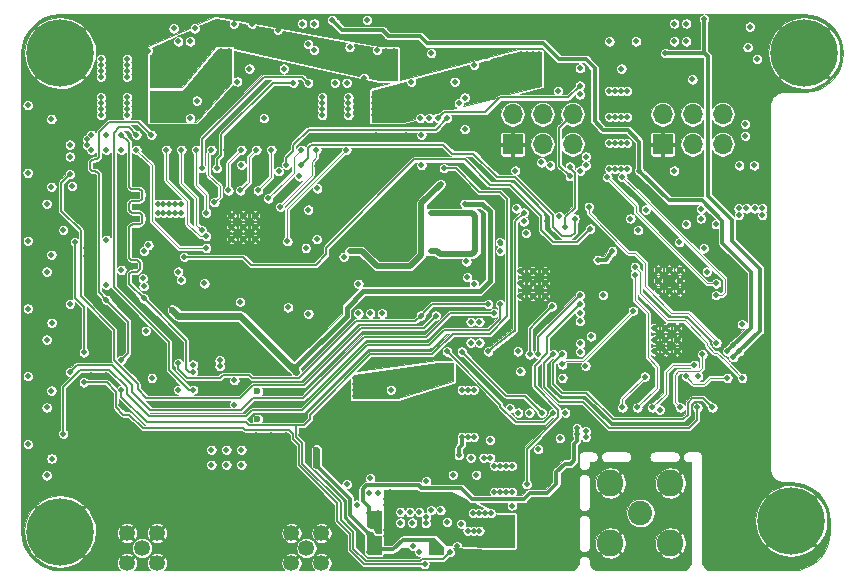
<source format=gbr>
%TF.GenerationSoftware,KiCad,Pcbnew,(5.1.10)-1*%
%TF.CreationDate,2021-08-17T14:43:39+02:00*%
%TF.ProjectId,mowi,6d6f7769-2e6b-4696-9361-645f70636258,v1.0*%
%TF.SameCoordinates,Original*%
%TF.FileFunction,Copper,L3,Inr*%
%TF.FilePolarity,Positive*%
%FSLAX46Y46*%
G04 Gerber Fmt 4.6, Leading zero omitted, Abs format (unit mm)*
G04 Created by KiCad (PCBNEW (5.1.10)-1) date 2021-08-17 14:43:39*
%MOMM*%
%LPD*%
G01*
G04 APERTURE LIST*
%TA.AperFunction,ComponentPad*%
%ADD10C,0.500000*%
%TD*%
%TA.AperFunction,ComponentPad*%
%ADD11R,1.700000X1.700000*%
%TD*%
%TA.AperFunction,ComponentPad*%
%ADD12O,1.700000X1.700000*%
%TD*%
%TA.AperFunction,ComponentPad*%
%ADD13C,1.348000*%
%TD*%
%TA.AperFunction,ComponentPad*%
%ADD14C,2.250000*%
%TD*%
%TA.AperFunction,ComponentPad*%
%ADD15C,2.050000*%
%TD*%
%TA.AperFunction,ComponentPad*%
%ADD16C,5.700000*%
%TD*%
%TA.AperFunction,ViaPad*%
%ADD17C,0.500000*%
%TD*%
%TA.AperFunction,ViaPad*%
%ADD18C,0.600000*%
%TD*%
%TA.AperFunction,Conductor*%
%ADD19C,0.145000*%
%TD*%
%TA.AperFunction,Conductor*%
%ADD20C,0.600000*%
%TD*%
%TA.AperFunction,Conductor*%
%ADD21C,0.450000*%
%TD*%
%TA.AperFunction,Conductor*%
%ADD22C,0.350000*%
%TD*%
%TA.AperFunction,Conductor*%
%ADD23C,0.125000*%
%TD*%
%TA.AperFunction,Conductor*%
%ADD24C,0.162000*%
%TD*%
%TA.AperFunction,Conductor*%
%ADD25C,0.500000*%
%TD*%
%TA.AperFunction,Conductor*%
%ADD26C,0.100000*%
%TD*%
G04 APERTURE END LIST*
D10*
%TO.N,GND*%
%TO.C,U7*%
X154550000Y-84450000D03*
X153500000Y-84450000D03*
X152450000Y-84450000D03*
X154550000Y-85500000D03*
X153500000Y-85500000D03*
X152450000Y-85500000D03*
X154550000Y-86550000D03*
X153500000Y-86550000D03*
X152450000Y-86550000D03*
%TD*%
%TO.N,GND*%
%TO.C,U21*%
X128000000Y-79750000D03*
X128000000Y-80750000D03*
X128000000Y-81750000D03*
X129000000Y-79750000D03*
X129000000Y-80750000D03*
X129000000Y-81750000D03*
X130000000Y-79750000D03*
X130000000Y-80750000D03*
X130000000Y-81750000D03*
%TD*%
%TO.N,GND*%
%TO.C,U22*%
X165750000Y-89250000D03*
X164750000Y-89250000D03*
X163750000Y-89250000D03*
X165750000Y-90250000D03*
X164750000Y-90250000D03*
X163750000Y-90250000D03*
X165750000Y-91250000D03*
X164750000Y-91250000D03*
X163750000Y-91250000D03*
%TD*%
D11*
%TO.N,GND*%
%TO.C,J10*%
X164510000Y-73715000D03*
D12*
%TO.N,+3V3*%
X164510000Y-71175000D03*
%TO.N,/Sensor.VP*%
X167050000Y-73715000D03*
%TO.N,/Sensor.VN*%
X167050000Y-71175000D03*
%TO.N,/Sensor.SCL*%
X169590000Y-73715000D03*
%TO.N,/Sensor.SDA*%
X169590000Y-71175000D03*
%TD*%
D11*
%TO.N,GND*%
%TO.C,J8*%
X151810000Y-73715000D03*
D12*
%TO.N,/Connectors/ADV_M_~RST*%
X151810000Y-71175000D03*
%TO.N,/Connectors/ADV_GP1*%
X154350000Y-73715000D03*
%TO.N,/Connectors/ADV_GP2*%
X154350000Y-71175000D03*
%TO.N,/Connectors/ADV_EventB*%
X156890000Y-73715000D03*
%TO.N,/Connectors/ADV_LOG_BUT*%
X156890000Y-71175000D03*
%TD*%
D13*
%TO.N,GND*%
%TO.C,J5*%
X121710000Y-106635000D03*
X119170000Y-106635000D03*
X119170000Y-109175000D03*
X121710000Y-109175000D03*
%TO.N,Net-(J5-Pad1)*%
X120440000Y-107905000D03*
%TD*%
%TO.N,GND*%
%TO.C,J3*%
X135620000Y-106635000D03*
X133080000Y-106635000D03*
X133080000Y-109175000D03*
X135620000Y-109175000D03*
%TO.N,Net-(J3-Pad1)*%
X134350000Y-107905000D03*
%TD*%
D10*
%TO.N,GND*%
%TO.C,U1*%
X165030000Y-86167500D03*
X165947500Y-85250000D03*
X165030000Y-84332500D03*
X164112500Y-85250000D03*
X164112500Y-86167500D03*
X164112500Y-84332500D03*
X165947500Y-86167500D03*
X165947500Y-84332500D03*
%TD*%
D14*
%TO.N,GND*%
%TO.C,J2*%
X160085000Y-107470000D03*
X160085000Y-102390000D03*
X165165000Y-102390000D03*
X165165000Y-107470000D03*
D15*
%TO.N,/ANT_ESP*%
X162625000Y-104930000D03*
%TD*%
D16*
%TO.N,GND*%
%TO.C,MH4*%
X175400000Y-105600000D03*
%TD*%
%TO.N,GND*%
%TO.C,MH3*%
X113500000Y-106500000D03*
%TD*%
%TO.N,GND*%
%TO.C,MH2*%
X113500000Y-66000000D03*
%TD*%
%TO.N,GND*%
%TO.C,MH1*%
X176500000Y-66000000D03*
%TD*%
D17*
%TO.N,+1V8*%
X120490000Y-85060000D03*
X114320200Y-74750000D03*
X114500200Y-77250000D03*
%TO.N,/Connectors/ADV_GP1*%
X155000000Y-75500000D03*
X158000000Y-75500000D03*
%TO.N,/Connectors/ADV_EventB*%
X156280000Y-80750000D03*
X156650000Y-75600000D03*
%TO.N,/Connectors/ADV_GP2*%
X154250000Y-75250000D03*
X158000000Y-74750000D03*
%TO.N,+5V*%
X140450200Y-108200000D03*
X117415000Y-72915000D03*
X116145000Y-72915000D03*
X115800000Y-73300000D03*
X115800000Y-73800000D03*
X117415000Y-74185000D03*
X116145000Y-74185000D03*
X147750000Y-78750000D03*
D18*
X123500000Y-88250000D03*
D17*
X118685000Y-74185000D03*
D18*
X133504501Y-92995499D03*
X123000000Y-87750000D03*
X133004501Y-92495499D03*
D17*
X139650000Y-106700000D03*
D18*
X135195000Y-99585000D03*
X135195000Y-100855000D03*
D17*
X139650200Y-108200000D03*
X144950200Y-108200000D03*
X145750000Y-108200000D03*
%TO.N,/LED_Bt*%
X113750000Y-98220000D03*
X150750000Y-87250000D03*
%TO.N,/LED_WiFi*%
X162430000Y-80990000D03*
X114320000Y-92990000D03*
X150250000Y-88000000D03*
%TO.N,/Mosaic/SYNC*%
X114320200Y-73740000D03*
%TO.N,/TTL_MSC*%
X140440200Y-106450000D03*
X170000000Y-91250000D03*
X170500000Y-90750000D03*
X136520000Y-63190000D03*
X132440000Y-67310000D03*
X139650200Y-104950000D03*
X162520000Y-75940000D03*
X157250000Y-98250000D03*
X157250000Y-97750000D03*
X140450000Y-104950000D03*
%TO.N,/VANT*%
X128845000Y-99585000D03*
X127575000Y-99585000D03*
X126305000Y-99585000D03*
X128845000Y-100855000D03*
X127575000Y-100855000D03*
X126305000Y-100855000D03*
%TO.N,/LED_GP*%
X145300000Y-88220000D03*
X144500000Y-102250000D03*
X114320000Y-76250000D03*
%TO.N,/GP1*%
X113750000Y-80970000D03*
X125500000Y-75750000D03*
X144920000Y-66000000D03*
X157500000Y-68750000D03*
X134500000Y-68500000D03*
X145500000Y-71500000D03*
%TO.N,/LOG_LED*%
X146000000Y-75750000D03*
X114320000Y-87240000D03*
X118685000Y-94505000D03*
X146500000Y-108250000D03*
%TO.N,/GP2*%
X132655000Y-75455000D03*
X157500000Y-69500000D03*
X155650000Y-69200000D03*
X146250000Y-71500000D03*
%TO.N,+3V3*%
X171600000Y-79150000D03*
X170950000Y-79700000D03*
X170940000Y-79150000D03*
X112760000Y-83070000D03*
X112760000Y-77320000D03*
X112760000Y-94570000D03*
X112770000Y-88820000D03*
X144085000Y-72915000D03*
X138500000Y-95000000D03*
X139250000Y-95000000D03*
X171900000Y-63750000D03*
X121750200Y-78750000D03*
X121750200Y-79500000D03*
X159460000Y-86480000D03*
X112760000Y-71580000D03*
X123730000Y-85190000D03*
X123490000Y-84500000D03*
D18*
X130200200Y-97000000D03*
X130200200Y-94600000D03*
D17*
X158440000Y-89980000D03*
X161020000Y-67310000D03*
X165480000Y-75940000D03*
X165930000Y-82010000D03*
X163080000Y-79250000D03*
X168000000Y-82530000D03*
X161780000Y-80000000D03*
X157980000Y-92470000D03*
X151570000Y-96080000D03*
X153970000Y-99540000D03*
X150730000Y-82020000D03*
X152020000Y-75940000D03*
X157520000Y-75940000D03*
X138500000Y-94500000D03*
X138500000Y-94000000D03*
X139250000Y-94500000D03*
X139250000Y-94000000D03*
X138500000Y-93500000D03*
X139250000Y-93500000D03*
X135220000Y-81750000D03*
X134290000Y-82500000D03*
X138750000Y-88030000D03*
X139750000Y-88030000D03*
X140750000Y-88030000D03*
X138750000Y-85530000D03*
X159010000Y-83500000D03*
X133760000Y-76430000D03*
X128845000Y-75455000D03*
X123750000Y-79500000D03*
X123750000Y-78750000D03*
X123250000Y-78750000D03*
X123250000Y-79500000D03*
X122750000Y-78750000D03*
X122750000Y-79500000D03*
X122250000Y-79500000D03*
X122250000Y-78750000D03*
X128730000Y-87060000D03*
X132790000Y-87520000D03*
X134520000Y-88060000D03*
X135270000Y-77450000D03*
X118685000Y-84353276D03*
X120570000Y-85740000D03*
X117415000Y-85615000D03*
X150750000Y-82750000D03*
X112770000Y-100320000D03*
X139480000Y-63190000D03*
X129520000Y-67310000D03*
X146500000Y-92500000D03*
X146500000Y-93000000D03*
X146500000Y-93500000D03*
X145750000Y-93500000D03*
X145750000Y-93000000D03*
X145750000Y-92500000D03*
X124500000Y-71510000D03*
X130750000Y-71510000D03*
X128490000Y-68400000D03*
X164260000Y-96180000D03*
X171230000Y-88950000D03*
X152470000Y-92930000D03*
X155760000Y-79820000D03*
X152930000Y-81240000D03*
X147900000Y-83630000D03*
X167500000Y-93360000D03*
X160250000Y-82750000D03*
X172950000Y-79700000D03*
X172950000Y-79150000D03*
X172300000Y-79150000D03*
X125720200Y-85500000D03*
X139650200Y-103200000D03*
X155800200Y-98600000D03*
X140450000Y-103200000D03*
X144900200Y-104700000D03*
X145700200Y-104700000D03*
%TO.N,/Connectors/JSTM_RX*%
X134500000Y-65250000D03*
%TO.N,/Connectors/JSTM_EventA*%
X134000000Y-63490000D03*
%TO.N,/Connectors/JSTM_TX*%
X135000000Y-63490000D03*
%TO.N,/Connectors/JSTM_PPSO*%
X135000000Y-65750000D03*
%TO.N,/Connectors/ADV_LOG_BUT*%
X156650000Y-76420000D03*
%TO.N,/Connectors/JSTW_RX*%
X165500000Y-63490000D03*
%TO.N,/Connectors/JSTW_CTS*%
X165500000Y-65010000D03*
%TO.N,/Connectors/JSTW_TX*%
X166500000Y-63490000D03*
%TO.N,/Connectors/JSTW_RTS*%
X166500000Y-65010000D03*
%TO.N,/Connectors/xButton*%
X157500000Y-87250000D03*
X153000000Y-102500000D03*
X151750000Y-104300000D03*
%TO.N,/Connectors/xEventA*%
X132000000Y-76000000D03*
X143900000Y-108200000D03*
%TO.N,/Connectors/xRX1*%
X134500000Y-79250000D03*
X137750000Y-102500000D03*
%TO.N,/Connectors/x~RST*%
X143100000Y-104850000D03*
X149750000Y-91250000D03*
X152750000Y-79500000D03*
%TO.N,/EventB_1V8*%
X120975202Y-82250000D03*
%TO.N,/EventA_1V8*%
X120600200Y-82750000D03*
%TO.N,/MSC_RDY*%
X144030000Y-88220000D03*
X149750000Y-87250000D03*
X152750000Y-80250000D03*
X120750200Y-89500000D03*
X123500200Y-92250000D03*
%TO.N,/PPSO_1V8*%
X117415000Y-81805000D03*
%TO.N,/LOG_BUT*%
X133925000Y-75455000D03*
X157050000Y-80000000D03*
%TO.N,/VBUS.USB*%
X153050000Y-68550000D03*
X142305000Y-70750000D03*
X140095000Y-70750000D03*
X142305000Y-70250000D03*
X140095000Y-69750000D03*
X142305000Y-71250000D03*
X142305000Y-69750000D03*
X140095000Y-71250000D03*
X140095000Y-70250000D03*
X153550000Y-66100000D03*
X153050000Y-66100000D03*
X152550000Y-66100000D03*
X154050000Y-66100000D03*
X153550000Y-68550000D03*
X154050000Y-68550000D03*
X157520000Y-67280000D03*
X147750200Y-72430000D03*
%TO.N,Net-(D2-Pad2)*%
X110750000Y-70400000D03*
%TO.N,Net-(D3-Pad1)*%
X112350000Y-78750000D03*
%TO.N,Net-(D3-Pad2)*%
X110750000Y-76140000D03*
%TO.N,Net-(D4-Pad1)*%
X112350000Y-84500000D03*
%TO.N,Net-(D4-Pad2)*%
X110770000Y-81880000D03*
%TO.N,Net-(D5-Pad1)*%
X112350000Y-90250000D03*
%TO.N,Net-(D5-Pad2)*%
X110770000Y-87620000D03*
%TO.N,Net-(D6-Pad1)*%
X112350000Y-96000000D03*
%TO.N,Net-(D6-Pad2)*%
X110770000Y-93360000D03*
%TO.N,Net-(D7-Pad1)*%
X112350000Y-101750000D03*
%TO.N,Net-(D7-Pad2)*%
X110770000Y-99100000D03*
%TO.N,/VBUS.MSC*%
X141800000Y-65800000D03*
X141100000Y-65800000D03*
X141800000Y-66450000D03*
X141800000Y-67650000D03*
X141800000Y-67050000D03*
X121900000Y-68680000D03*
X122900000Y-68680000D03*
X122400000Y-68680000D03*
X121370000Y-68160000D03*
X121900000Y-65820000D03*
X122400000Y-65820000D03*
%TO.N,/VBUS.PXH*%
X121345000Y-70250000D03*
X121345000Y-70750000D03*
X123555000Y-69750000D03*
X123555000Y-70250000D03*
X121345000Y-69750000D03*
X123555000Y-70750000D03*
X121345000Y-71250000D03*
X123555000Y-71250000D03*
X127100000Y-65800000D03*
X127800000Y-67050000D03*
X127800000Y-66450000D03*
X127800000Y-67650000D03*
X127800000Y-65800000D03*
%TO.N,/Sensor.VP*%
X171500000Y-73000000D03*
%TO.N,/Sensor.VN*%
X171500000Y-72000000D03*
%TO.N,/Sensor.SDA*%
X152280000Y-96430000D03*
X168250000Y-84500000D03*
%TO.N,/SerialPXH.CTS*%
X123110000Y-63910000D03*
%TO.N,/SerialPXH.RTS*%
X123500000Y-65010000D03*
%TO.N,/SerialPXH.TX*%
X124500000Y-65010000D03*
%TO.N,/SerialPXH.RX*%
X124890000Y-63910000D03*
%TO.N,/EtherMSC.~RST*%
X137735000Y-74185000D03*
X132740000Y-81930000D03*
%TO.N,/SerialU0.TX*%
X168720000Y-96000000D03*
X156000000Y-91500000D03*
%TO.N,/SerialU0.RX*%
X167450000Y-96000000D03*
X155250000Y-91500000D03*
%TO.N,/SerialU1.RTS*%
X172500000Y-66500000D03*
X167750000Y-80000000D03*
X172250000Y-75500000D03*
%TO.N,/SerialU1.TX*%
X167750000Y-79200000D03*
X171000000Y-75500000D03*
X171700200Y-65500000D03*
%TO.N,/SerialU1.CTS*%
X160000000Y-65000000D03*
%TO.N,/SerialU1.RX*%
X162250000Y-65000000D03*
%TO.N,/SDcard.CLK*%
X119955000Y-72915000D03*
X124750200Y-94500000D03*
%TO.N,/SDcard.CMD*%
X118685000Y-72915000D03*
X124750200Y-93000000D03*
X120570000Y-86760000D03*
%TO.N,/SDcard.DATA*%
X118685000Y-91965000D03*
X117415000Y-86885000D03*
X121225000Y-72915000D03*
%TO.N,/SerialMSC.TX*%
X138000000Y-65500000D03*
X138600000Y-104220000D03*
%TO.N,/MSC_~RST*%
X152130000Y-79150000D03*
%TO.N,/SerialMSC.RX*%
X144000000Y-71500000D03*
%TO.N,/EtherMSC.TXD1*%
X135195000Y-74185000D03*
X132125000Y-79000000D03*
%TO.N,/EtherMSC.TXD0*%
X133925000Y-74185000D03*
X131125000Y-78300000D03*
%TO.N,/EtherMSC.TXEN*%
X131385000Y-74185000D03*
X130250000Y-77625000D03*
%TO.N,/EtherMSC.RXER*%
X130115000Y-74185000D03*
X128750000Y-77625000D03*
%TO.N,/EtherMSC.RXD0*%
X126305000Y-74185000D03*
X126560000Y-78620000D03*
%TO.N,/EtherMSC.RXD1*%
X125035000Y-74185000D03*
X125870000Y-79500000D03*
%TO.N,/EtherMSC.MDC*%
X123765000Y-74185000D03*
X125490000Y-81000000D03*
%TO.N,/EtherMSC.MDIO*%
X122495000Y-74185000D03*
X125870000Y-81500000D03*
%TO.N,/EtherMSC.CLK*%
X119955000Y-74185000D03*
X125870000Y-82500000D03*
%TO.N,/U2_RX*%
X156260000Y-96430000D03*
%TO.N,/U2_TX*%
X153230000Y-96430000D03*
%TO.N,/Sensor.SCL*%
X166500000Y-80470000D03*
%TO.N,/COM4_TX*%
X155240000Y-96430000D03*
X146250000Y-91250000D03*
%TO.N,/COM4_RX*%
X154260000Y-96430000D03*
X147500000Y-91274390D03*
%TO.N,GND*%
X137735000Y-98315000D03*
X115520200Y-77200000D03*
X168500000Y-80000000D03*
X143225200Y-67275000D03*
X156500000Y-104950000D03*
X156500200Y-106450000D03*
X154600000Y-104950000D03*
X154600000Y-106450000D03*
X140500000Y-79250000D03*
X140500000Y-80250000D03*
X141500000Y-80250000D03*
X141500000Y-79250000D03*
X141570000Y-63760000D03*
X126557817Y-102287456D03*
X126038129Y-101877456D03*
X125518442Y-101467456D03*
X124998754Y-101057456D03*
X123339995Y-101022544D03*
X123859683Y-101432544D03*
X124379370Y-101842544D03*
X124899058Y-102252544D03*
X125430000Y-102650000D03*
X124014309Y-105246845D03*
X123440976Y-104896012D03*
X122867642Y-104545178D03*
X122294309Y-104194345D03*
X121772357Y-105047321D03*
X122345690Y-105398154D03*
X122919024Y-105748988D03*
X123492357Y-106099821D03*
X117462822Y-104431997D03*
X118964433Y-104770000D03*
X119702216Y-104770000D03*
X125475000Y-108500000D03*
X124325000Y-108500000D03*
X124900000Y-107300000D03*
X124325000Y-107300000D03*
X124900000Y-108500000D03*
X125475000Y-107300000D03*
X130475000Y-108500000D03*
X129325000Y-108500000D03*
X130825000Y-105750000D03*
X129900000Y-107300000D03*
X128975000Y-105750000D03*
X129325000Y-107300000D03*
X129900000Y-108500000D03*
X130825000Y-106400000D03*
X130475000Y-107300000D03*
X128975000Y-106400000D03*
X172300000Y-98825000D03*
X172300000Y-98250000D03*
X172300000Y-99400000D03*
X170200000Y-97900000D03*
X141000000Y-80750000D03*
X141000000Y-78750000D03*
X116618959Y-102199353D03*
X116215564Y-101668734D03*
X116016503Y-101032986D03*
X116000000Y-100364013D03*
X116000000Y-99694316D03*
X116000000Y-99024620D03*
X116000000Y-98354923D03*
X116000000Y-97685226D03*
X116148641Y-97055270D03*
X116135649Y-95956164D03*
X115559424Y-96241700D03*
X115157227Y-96743548D03*
X115001489Y-97367409D03*
X115000000Y-98015613D03*
X115000000Y-98663848D03*
X115000000Y-99312084D03*
X115000000Y-99960320D03*
X115000000Y-100608555D03*
X115038259Y-101254710D03*
X115212048Y-101877784D03*
X115519390Y-102446936D03*
X115942203Y-102936809D03*
X116399900Y-103395181D03*
X134850000Y-105946403D03*
X134766496Y-105307801D03*
X134506765Y-104718790D03*
X134090929Y-104227506D03*
X133553039Y-103874118D03*
X132937115Y-103687517D03*
X132292397Y-103660000D03*
X131646198Y-103660000D03*
X131692098Y-104660000D03*
X132384197Y-104660000D03*
X133064792Y-104750937D03*
X133604451Y-105169510D03*
X133844426Y-105808840D03*
X163125000Y-102943194D03*
X163125000Y-102280925D03*
X163125000Y-101618657D03*
X163125000Y-100956388D03*
X163125000Y-100294119D03*
X163125000Y-99631851D03*
X163552314Y-99325000D03*
X164214582Y-99325000D03*
X164876851Y-99325000D03*
X165539119Y-99325000D03*
X166201388Y-99325000D03*
X166863657Y-99325000D03*
X167525925Y-99325000D03*
X168188194Y-99325000D03*
X168850462Y-99325000D03*
X168888268Y-98325000D03*
X168244902Y-98325000D03*
X167601536Y-98325000D03*
X166958170Y-98325000D03*
X166314804Y-98325000D03*
X165671438Y-98325000D03*
X165028072Y-98325000D03*
X164384706Y-98325000D03*
X163741340Y-98325000D03*
X163098741Y-98339277D03*
X162528103Y-98616207D03*
X162175604Y-99144841D03*
X162125000Y-99783072D03*
X162125000Y-100426438D03*
X162125000Y-101069804D03*
X162125000Y-101713170D03*
X162125000Y-102356536D03*
X162125000Y-102999902D03*
X140275000Y-98315000D03*
X141500000Y-94500000D03*
X144085000Y-76725000D03*
X142815000Y-72915000D03*
X126250000Y-77700000D03*
X159460000Y-85520000D03*
X131100000Y-83190000D03*
X162310000Y-92350000D03*
X161540000Y-92980000D03*
X146900000Y-79500000D03*
X147400000Y-79500000D03*
X147900000Y-79500000D03*
X148400000Y-79500000D03*
X148650000Y-80000000D03*
X148650000Y-80500000D03*
X148650000Y-81000000D03*
X148650000Y-81500000D03*
X148650000Y-82000000D03*
X148650000Y-82500000D03*
X147900000Y-83000000D03*
X148400000Y-83000000D03*
X147400000Y-83000000D03*
X146900000Y-83000000D03*
X146400000Y-83000000D03*
X118685000Y-77995000D03*
X119955000Y-75455000D03*
X113170000Y-102400000D03*
X113170000Y-85150000D03*
X113170000Y-90900000D03*
X133925000Y-97045000D03*
X132655000Y-74185000D03*
X112150000Y-73400000D03*
X111740000Y-75180000D03*
X113150000Y-79400000D03*
X111740000Y-98180000D03*
X113150000Y-96650000D03*
X111740000Y-86680000D03*
X111740000Y-80930000D03*
X122770000Y-85190000D03*
X125320000Y-84260000D03*
X123730000Y-87310000D03*
X121300000Y-95700000D03*
X123000000Y-95750000D03*
X120980000Y-83940000D03*
X158440000Y-89020000D03*
X120600200Y-81750000D03*
X115720000Y-82500000D03*
X115720000Y-83150000D03*
X124190000Y-81020000D03*
X168980000Y-64310000D03*
X171050000Y-66880000D03*
X161980000Y-67310000D03*
X171990000Y-72500000D03*
X163480000Y-75940000D03*
X164520000Y-75940000D03*
X162430000Y-82010000D03*
X168990000Y-82510000D03*
X158950000Y-79610000D03*
X157630000Y-80850000D03*
X152730000Y-98000000D03*
X150730000Y-80470000D03*
X153450000Y-79600000D03*
X152980000Y-75940000D03*
X158480000Y-75940000D03*
X140275000Y-72915000D03*
X142780000Y-88220000D03*
X144085000Y-97045000D03*
X132655000Y-98315000D03*
X133925000Y-98315000D03*
X145800000Y-74490000D03*
X166180000Y-79250000D03*
X154740000Y-82570000D03*
X150900000Y-86250000D03*
X140290000Y-84980000D03*
X135240000Y-82750000D03*
X135240000Y-80750000D03*
X135240000Y-79750000D03*
X135240000Y-78750000D03*
X134270000Y-83500000D03*
X145390000Y-84490000D03*
X156990000Y-83500000D03*
X140275000Y-100855000D03*
X118685000Y-90695000D03*
X118685000Y-95775000D03*
X118685000Y-97045000D03*
X119955000Y-98315000D03*
X121225000Y-98315000D03*
X122495000Y-98315000D03*
X123765000Y-98315000D03*
X125035000Y-98315000D03*
X126305000Y-98315000D03*
X127575000Y-98315000D03*
X128845000Y-98315000D03*
X130115000Y-98315000D03*
X131385000Y-98315000D03*
X118685000Y-98315000D03*
X117415000Y-94505000D03*
X116145000Y-94505000D03*
X125035000Y-99585000D03*
X117070000Y-102650000D03*
X130115000Y-75455000D03*
X127770000Y-87060000D03*
X131730000Y-85060000D03*
X132950000Y-85270000D03*
X133730000Y-85060000D03*
X135480000Y-88070000D03*
X137000000Y-86960000D03*
X135270000Y-75550000D03*
X116145000Y-84345000D03*
X141000000Y-79750000D03*
X117415000Y-90695000D03*
X117415000Y-93235000D03*
X117415000Y-91965000D03*
X118685000Y-85615000D03*
X117415000Y-80535000D03*
X122495000Y-72915000D03*
X121225000Y-74185000D03*
X127575000Y-74185000D03*
X144085000Y-91965000D03*
X141545000Y-91965000D03*
X162250000Y-68250000D03*
X162750000Y-68250000D03*
X163250000Y-68250000D03*
X162250000Y-65750000D03*
X162750000Y-65750000D03*
X146400000Y-79500000D03*
X147510000Y-84150010D03*
X148750000Y-83630000D03*
X169550000Y-97900000D03*
X170200000Y-99750000D03*
X169550000Y-99750000D03*
X171100000Y-98250000D03*
X171100000Y-99400000D03*
X171100000Y-98825000D03*
X130825000Y-105100000D03*
X145900000Y-79500000D03*
X117415000Y-98315000D03*
X117415000Y-99585000D03*
X118685000Y-99585000D03*
X119955000Y-99585000D03*
X121225000Y-99585000D03*
X122495000Y-99585000D03*
X123765000Y-99585000D03*
X117415000Y-97045000D03*
X117415000Y-95775000D03*
X115510000Y-95140000D03*
X116145000Y-93235000D03*
X116145000Y-91965000D03*
X116145000Y-90695000D03*
X121225000Y-88155000D03*
X117415000Y-100855000D03*
X118685000Y-100855000D03*
X119955000Y-100855000D03*
X121225000Y-100855000D03*
X122495000Y-100855000D03*
X125825000Y-105750000D03*
X125825000Y-106400000D03*
X130880000Y-103420000D03*
X130230000Y-103420000D03*
X129580000Y-103420000D03*
X128930000Y-103420000D03*
X125230000Y-105470000D03*
X124580000Y-105470000D03*
X117720000Y-102650000D03*
X118370000Y-102650000D03*
X119020000Y-102650000D03*
X119670000Y-102650000D03*
X120320000Y-102650000D03*
X120970000Y-102650000D03*
X121620000Y-102650000D03*
X122270000Y-102650000D03*
X122920000Y-102650000D03*
X123570000Y-102650000D03*
X124220000Y-102650000D03*
X128210000Y-105130000D03*
X124810000Y-104460000D03*
X127130000Y-102620000D03*
X127780000Y-102620000D03*
X128130000Y-103170000D03*
X125530000Y-104470000D03*
X126180000Y-104470000D03*
X126830000Y-104470000D03*
X127480000Y-104470000D03*
X119700000Y-105420000D03*
X116830000Y-104420000D03*
X116380000Y-104070000D03*
X118227594Y-104750846D03*
X166240000Y-68220000D03*
X116145000Y-80535000D03*
X138415000Y-77135000D03*
X133400000Y-70130000D03*
X130115000Y-72915000D03*
X131310000Y-70010000D03*
X131000000Y-67010000D03*
X124000000Y-63490000D03*
X166000000Y-65390000D03*
X154740000Y-80180000D03*
X142300000Y-104850000D03*
X142300000Y-105750000D03*
X147100000Y-107750000D03*
X143300000Y-105750000D03*
X125060000Y-70020000D03*
X120200000Y-67330000D03*
X120200000Y-66770000D03*
X120200000Y-66200000D03*
X120200000Y-67900000D03*
X120900000Y-65800000D03*
X134499999Y-63114998D03*
X131930000Y-64000000D03*
X138000000Y-63500000D03*
X139220000Y-68090000D03*
X157520000Y-65720000D03*
X143250000Y-101710000D03*
X143750000Y-101710000D03*
X142750000Y-101710000D03*
X145750000Y-101690000D03*
X147770000Y-101690000D03*
X172200000Y-76350000D03*
X173350000Y-77500000D03*
X172850000Y-76350000D03*
X173350000Y-76950000D03*
X172950000Y-82050000D03*
X172950000Y-81550000D03*
X127600000Y-69560000D03*
X150530000Y-97750000D03*
X150500000Y-93250000D03*
X150500000Y-92750000D03*
X170850000Y-71750000D03*
X170850000Y-73250000D03*
X146899999Y-68418723D03*
X125035000Y-72915000D03*
X146530000Y-73500000D03*
X147750000Y-75750000D03*
X139000000Y-70500000D03*
X173350000Y-95500000D03*
X172850000Y-96150000D03*
X172200000Y-93350000D03*
X172850000Y-93350000D03*
X173350000Y-94500000D03*
X173350000Y-95000000D03*
X161000000Y-84990000D03*
X169060000Y-87520000D03*
X171230000Y-87050000D03*
X172200000Y-96150000D03*
X159250000Y-93390000D03*
X173350000Y-94000000D03*
X137735000Y-99585000D03*
X137735000Y-100855000D03*
X131300000Y-102480600D03*
X131800000Y-102480600D03*
X140320200Y-65750000D03*
X140300200Y-64710000D03*
X164700200Y-64000000D03*
X132340200Y-92900000D03*
X133480200Y-94600000D03*
X132610200Y-95800000D03*
X115500200Y-78950000D03*
X115520200Y-76700000D03*
X133480200Y-95790000D03*
X137730200Y-96960000D03*
X136500200Y-96800000D03*
X123050200Y-81350000D03*
X122500200Y-94500000D03*
X122000200Y-92250000D03*
X127000200Y-94500000D03*
X125750200Y-90200000D03*
X147750000Y-74050000D03*
X150200200Y-63450000D03*
X150700000Y-63450000D03*
X149700200Y-64450000D03*
X151200200Y-64450000D03*
X151200200Y-63950000D03*
X149700200Y-63950000D03*
X149200200Y-63750000D03*
X152000200Y-64450000D03*
X152000200Y-63950000D03*
X152500200Y-63450000D03*
X147550200Y-64450000D03*
X147550200Y-63950000D03*
X148050200Y-63750000D03*
X148625200Y-63750000D03*
X148050200Y-65850000D03*
X149200200Y-65850000D03*
X150200200Y-65900000D03*
X150700200Y-65900000D03*
X153800200Y-63450000D03*
X153150200Y-63450000D03*
X154300200Y-63950000D03*
X154300200Y-64450000D03*
X154800200Y-63750000D03*
X155950200Y-63750000D03*
X155375200Y-63750000D03*
X156450200Y-65200000D03*
X156450200Y-64150000D03*
X156450200Y-64675000D03*
X148550200Y-67000000D03*
X149675200Y-66225000D03*
X148625200Y-66225000D03*
X143225200Y-68425000D03*
X155775200Y-67275000D03*
X156200200Y-67800000D03*
X142800200Y-65450000D03*
X143750200Y-63000000D03*
X143750200Y-64000000D03*
X143750200Y-63500000D03*
X142200200Y-64000000D03*
X142200200Y-63000000D03*
X142200200Y-63500000D03*
X161800200Y-63500000D03*
X161800200Y-63000000D03*
X160250200Y-63000000D03*
X160250200Y-63500000D03*
X160250200Y-64000000D03*
X161800200Y-64000000D03*
X170200200Y-63000000D03*
X171750200Y-63000000D03*
X171750200Y-64500000D03*
X170200200Y-64500000D03*
X132250200Y-63000000D03*
X132250200Y-63500000D03*
X129750200Y-63500000D03*
X129750200Y-63000000D03*
X128200200Y-63000000D03*
X128200200Y-63500000D03*
X118250200Y-63000000D03*
X118250200Y-63500000D03*
X118250200Y-64000000D03*
X119800200Y-64500000D03*
X119800200Y-64000000D03*
X118250200Y-65000000D03*
X119800200Y-65000000D03*
X119800200Y-63500000D03*
X118250200Y-64500000D03*
X119800200Y-63000000D03*
X111050200Y-71900000D03*
X112150200Y-71900000D03*
X111050200Y-77650000D03*
X112150200Y-77650000D03*
X111050200Y-83400000D03*
X112150200Y-83400000D03*
X111050200Y-89150000D03*
X112150200Y-89150000D03*
X111050200Y-94850000D03*
X112150200Y-94850000D03*
X112150200Y-100600000D03*
X111050200Y-100600000D03*
X156500200Y-98750000D03*
X155000200Y-100250000D03*
X154500200Y-100250000D03*
X155200200Y-98800000D03*
X156450200Y-100200000D03*
X155500200Y-104950000D03*
X155500200Y-106500000D03*
X157000200Y-105750000D03*
X154100200Y-105750000D03*
X121810200Y-76500000D03*
%TO.N,Net-(C25-Pad1)*%
X138000000Y-82750000D03*
X137500000Y-83250000D03*
X144085000Y-83075000D03*
X145720000Y-77080000D03*
X140290000Y-84020000D03*
%TO.N,/PPSO_3V3*%
X115510000Y-93870000D03*
X115510000Y-91330000D03*
X126750000Y-75750000D03*
X143900000Y-104850000D03*
X133250000Y-68500000D03*
X114750200Y-82000000D03*
X144350200Y-109250000D03*
%TO.N,/EventB_3V3*%
X158370000Y-80850000D03*
X124000000Y-83250000D03*
%TO.N,/eMMC_VCC*%
X123500200Y-94500000D03*
X128250200Y-95750000D03*
%TO.N,/eMMC_VCCQ*%
X127000200Y-92500000D03*
X127000200Y-92000000D03*
X124747258Y-92370584D03*
X121250200Y-93500000D03*
X128250200Y-93683680D03*
%TO.N,/EtherMSC.CRSDV*%
X128845000Y-74185000D03*
X127750000Y-77620000D03*
%TO.N,/ESP_EN*%
X169010000Y-80490000D03*
X157500000Y-86500000D03*
X148730000Y-101690000D03*
X154000000Y-91500000D03*
X149900200Y-100250000D03*
X149900000Y-98750000D03*
X148250200Y-100250000D03*
X149350200Y-100250000D03*
%TO.N,/ESP_BOOT*%
X148500200Y-106450000D03*
X146750000Y-101690000D03*
X152250000Y-91250000D03*
X149000200Y-106450000D03*
X147450200Y-105850000D03*
X148450200Y-104950000D03*
X148950000Y-104950200D03*
X149450200Y-104950000D03*
X149950200Y-104950000D03*
X148000200Y-106450000D03*
%TO.N,/TTL_ESP*%
X146250000Y-105700000D03*
X168020000Y-63140000D03*
X170500000Y-91750000D03*
X164750000Y-66010000D03*
X171000000Y-91250000D03*
X158000000Y-98000000D03*
X158000000Y-98500000D03*
X144450200Y-105800000D03*
X144450200Y-105300000D03*
%TO.N,/Ethernet/EE_RX+*%
X148250000Y-90500000D03*
X157536643Y-90572500D03*
%TO.N,/Ethernet/EE_RX-*%
X149000000Y-90500000D03*
X157536643Y-91294500D03*
%TO.N,/Ethernet/EE_TX+*%
X149000000Y-88750000D03*
X157500000Y-87975500D03*
%TO.N,/Ethernet/EE_TX-*%
X148250000Y-88750000D03*
X157500000Y-88697500D03*
%TO.N,/VBUS.ESP*%
X160000000Y-69200000D03*
X160000000Y-71395000D03*
X160500000Y-71395000D03*
X161000000Y-71395000D03*
X161500000Y-71395000D03*
X161500000Y-69200000D03*
X161000000Y-69200000D03*
X160500000Y-69200000D03*
X167030000Y-68220000D03*
%TO.N,/VBUS.AXM*%
X150750000Y-107555000D03*
X150750000Y-105345000D03*
X151250000Y-107555000D03*
X150250000Y-107555000D03*
X151750000Y-107555000D03*
X151250000Y-105345000D03*
X151750000Y-105345000D03*
X141450000Y-103150000D03*
X141450000Y-107450000D03*
X141100000Y-103750000D03*
X141100000Y-106850000D03*
X141100000Y-106350000D03*
X141100000Y-104250000D03*
X141450000Y-104850000D03*
X141450000Y-105750000D03*
%TO.N,/SerialAXM.TX*%
X143400000Y-107750000D03*
%TO.N,/SerialAXM.RX*%
X139750000Y-102000000D03*
%TO.N,/SerialAXM.CTS*%
X136750000Y-68500000D03*
%TO.N,/SerialAXM.RTS*%
X137750000Y-68500000D03*
%TO.N,/EtherESP.CLK*%
X156020000Y-93500000D03*
X162000000Y-87810000D03*
X156010000Y-92360000D03*
%TO.N,/EtherESP.~RST*%
X163000000Y-93380000D03*
X161100000Y-96000000D03*
%TO.N,/EtherESP.MDC*%
X162150000Y-84100000D03*
X171250000Y-93500000D03*
%TO.N,/EtherESP.TXD1*%
X170000000Y-93500000D03*
X166500000Y-93370000D03*
%TO.N,/EtherESP.TXEN*%
X167880000Y-91500000D03*
X166000000Y-96000000D03*
%TO.N,/EtherESP.TXD0*%
X167190000Y-92380000D03*
X163640000Y-96000000D03*
%TO.N,/EtherESP.MDIO*%
X162370000Y-96000000D03*
X162150000Y-84750000D03*
%TO.N,/EtherESP.CRSDV*%
X169070000Y-90510000D03*
X158250000Y-79000000D03*
%TO.N,/EtherESP.RXD1*%
X159830000Y-76500000D03*
X169030000Y-85500000D03*
%TO.N,/EtherESP.RXD0*%
X161100000Y-76490000D03*
X169030000Y-86500000D03*
%TO.N,/MSC_USB_P*%
X148530368Y-85530368D03*
%TO.N,/MSC_USB_N*%
X147969632Y-84969632D03*
%TO.N,Net-(R38-Pad1)*%
X144080000Y-75470000D03*
X144750000Y-71500000D03*
%TO.N,/Power/VBUS_PIN*%
X150750000Y-103155000D03*
X150750000Y-100945000D03*
X151250000Y-103155000D03*
X151750000Y-100945000D03*
X150250000Y-103155000D03*
X151750000Y-103155000D03*
X150250000Y-100945000D03*
X151250000Y-100945000D03*
X137905000Y-70750000D03*
X135695000Y-70750000D03*
X137905000Y-70250000D03*
X135695000Y-69750000D03*
X137905000Y-71250000D03*
X137905000Y-69750000D03*
X135695000Y-71250000D03*
X135695000Y-70250000D03*
X116945000Y-70250000D03*
X116945000Y-70750000D03*
X116945000Y-69750000D03*
X116945000Y-71250000D03*
X119155000Y-70750000D03*
X119155000Y-70250000D03*
X119155000Y-69750000D03*
X119155000Y-71250000D03*
X116945000Y-67000000D03*
X116945000Y-67500000D03*
X116945000Y-66500000D03*
X116945000Y-68000000D03*
X119155000Y-67500000D03*
X119155000Y-67000000D03*
X119155000Y-66500000D03*
X119155000Y-68000000D03*
X160500000Y-75805000D03*
X161000000Y-75805000D03*
X160000000Y-75805000D03*
X161500000Y-75805000D03*
X148500000Y-98500000D03*
X147500000Y-94500000D03*
X148000000Y-94500000D03*
X148500000Y-94500000D03*
X147500000Y-98500000D03*
X148000000Y-98500000D03*
X160000000Y-73595000D03*
X161500000Y-73595000D03*
X160500000Y-73595000D03*
X161000000Y-73595000D03*
X147250000Y-100050000D03*
%TO.N,/USB_HUB/USB_UP0_P*%
X147745013Y-69754987D03*
%TO.N,/USB_HUB/USB_UP0_N*%
X147254987Y-70245013D03*
%TO.N,/USB_HUB/ESP_RTS*%
X155130000Y-87440000D03*
X153250000Y-91500000D03*
%TD*%
D19*
%TO.N,/Connectors/ADV_EventB*%
X156650000Y-75732302D02*
X156650000Y-75600000D01*
X157097501Y-76179803D02*
X156650000Y-75732302D01*
X157097501Y-79094801D02*
X157097501Y-76179803D01*
X156280000Y-79912302D02*
X157097501Y-79094801D01*
X156280000Y-80750000D02*
X156280000Y-79912302D01*
D20*
%TO.N,+5V*%
X123500000Y-88250000D02*
X128759002Y-88250000D01*
X128759002Y-88250000D02*
X133254501Y-92745499D01*
X133254501Y-92745499D02*
X133504501Y-92995499D01*
X123000000Y-87750000D02*
X123500000Y-88250000D01*
D21*
X133504501Y-92995499D02*
X133504501Y-92495499D01*
X133004501Y-92495499D02*
X133504501Y-92495499D01*
X147750000Y-78750000D02*
X149250000Y-78750000D01*
X137750000Y-88250000D02*
X133504501Y-92495499D01*
X137750000Y-87550000D02*
X137750000Y-88250000D01*
X139169631Y-86130369D02*
X137750000Y-87550000D01*
X149022112Y-86130369D02*
X139169631Y-86130369D01*
X149875000Y-85277482D02*
X149022112Y-86130369D01*
X149875000Y-79380000D02*
X149875000Y-85277482D01*
X149250000Y-78755000D02*
X149875000Y-79380000D01*
D20*
X135195000Y-100855000D02*
X135195000Y-99585000D01*
D22*
X138049999Y-105099999D02*
X139650000Y-106700000D01*
X138049999Y-103955999D02*
X138049999Y-105099999D01*
X138050001Y-103955997D02*
X138049999Y-103955999D01*
X138050001Y-103710001D02*
X138050001Y-103955997D01*
X135195000Y-100855000D02*
X138050001Y-103710001D01*
X141714001Y-108000001D02*
X140050200Y-108000001D01*
X142514003Y-107199999D02*
X141714001Y-108000001D01*
X144699999Y-107199999D02*
X142514003Y-107199999D01*
D19*
%TO.N,/LED_Bt*%
X150750000Y-88500000D02*
X150750000Y-87250000D01*
X113750000Y-94250000D02*
X115212501Y-92787499D01*
X129747701Y-96247501D02*
X134002499Y-96247501D01*
X115212501Y-92787499D02*
X117629801Y-92787499D01*
X117629801Y-92787499D02*
X119132501Y-94290199D01*
X119132501Y-94290199D02*
X119132501Y-94882501D01*
X134002499Y-96247501D02*
X139500000Y-90750000D01*
X149770010Y-89479990D02*
X150750000Y-88500000D01*
X113750000Y-98220000D02*
X113750000Y-94250000D01*
X119132501Y-94882501D02*
X121000000Y-96750000D01*
X121000000Y-96750000D02*
X129245202Y-96750000D01*
X129245202Y-96750000D02*
X129747701Y-96247501D01*
X139500000Y-90750000D02*
X144750000Y-90750000D01*
X144750000Y-90750000D02*
X146020010Y-89479990D01*
X146020010Y-89479990D02*
X149770010Y-89479990D01*
%TO.N,/LED_WiFi*%
X146500000Y-88000000D02*
X150250000Y-88000000D01*
X114897499Y-92412501D02*
X117912501Y-92412501D01*
X119593849Y-94093849D02*
X119593849Y-94656151D01*
X121135199Y-96197501D02*
X128802699Y-96197501D01*
X128802699Y-96197501D02*
X129825200Y-95175000D01*
X144500000Y-90000000D02*
X146500000Y-88000000D01*
X114320000Y-92990000D02*
X114897499Y-92412501D01*
X129825200Y-95175000D02*
X134075200Y-95175000D01*
X117912501Y-92412501D02*
X119593849Y-94093849D01*
X134075200Y-95175000D02*
X134250100Y-95000100D01*
X119593849Y-94656151D02*
X121135199Y-96197501D01*
X134250100Y-95000100D02*
X134250100Y-94999900D01*
X139250000Y-90000000D02*
X144500000Y-90000000D01*
X134250100Y-94999900D02*
X139250000Y-90000000D01*
D22*
%TO.N,/TTL_MSC*%
X170500000Y-90750000D02*
X170000000Y-91250000D01*
X157250000Y-98250000D02*
X157250000Y-97750000D01*
X162520000Y-75940000D02*
X162520000Y-75590000D01*
X162520000Y-75590000D02*
X162520000Y-75880000D01*
X137380001Y-64050001D02*
X136520000Y-63190000D01*
X162520000Y-75590000D02*
X162520000Y-73480000D01*
X158750000Y-67250000D02*
X158000000Y-66500000D01*
X141300001Y-64550001D02*
X140800001Y-64050001D01*
X162520000Y-73480000D02*
X161540000Y-72500000D01*
X155750000Y-66500000D02*
X154419999Y-65169999D01*
X144569997Y-65169999D02*
X143949999Y-64550001D01*
X161540000Y-72500000D02*
X159500000Y-72500000D01*
X159500000Y-72500000D02*
X158750000Y-71750000D01*
X158750000Y-71750000D02*
X158750000Y-67250000D01*
X158000000Y-66500000D02*
X155750000Y-66500000D01*
X154419999Y-65169999D02*
X144569997Y-65169999D01*
X143949999Y-64550001D02*
X141300001Y-64550001D01*
X140800001Y-64050001D02*
X137380001Y-64050001D01*
X172000000Y-89250000D02*
X170500000Y-90750000D01*
X169560001Y-80195999D02*
X169560001Y-82060001D01*
X167824002Y-78460000D02*
X169560001Y-80195999D01*
X172000000Y-84500000D02*
X172000000Y-89250000D01*
X169560001Y-82060001D02*
X172000000Y-84500000D01*
X165040000Y-78460000D02*
X167824002Y-78460000D01*
X162520000Y-75940000D02*
X165040000Y-78460000D01*
X139100199Y-103906197D02*
X139650000Y-104455998D01*
X139100199Y-102935999D02*
X139100199Y-103906197D01*
X143849999Y-102599999D02*
X139436199Y-102599999D01*
X144050001Y-102800001D02*
X143849999Y-102599999D01*
X157250000Y-98250000D02*
X157250000Y-98814202D01*
X156250200Y-100750000D02*
X155500200Y-101500000D01*
X157250000Y-98814202D02*
X157000201Y-99064001D01*
X157000201Y-99064001D02*
X157000201Y-100464001D01*
X157000201Y-100464001D02*
X156714201Y-100750001D01*
X155500200Y-101500000D02*
X155500200Y-102500000D01*
X148399998Y-103750000D02*
X147449999Y-102800001D01*
X156714201Y-100750001D02*
X156250200Y-100750000D01*
X154750200Y-103250000D02*
X153250200Y-103250000D01*
X155500200Y-102500000D02*
X154750200Y-103250000D01*
X153250200Y-103250000D02*
X152750200Y-103750000D01*
X152750200Y-103750000D02*
X148399998Y-103750000D01*
X139436199Y-102599999D02*
X139100199Y-102935999D01*
X147449999Y-102800001D02*
X144050001Y-102800001D01*
X139650000Y-104949800D02*
X139650200Y-104950000D01*
X139650000Y-104455998D02*
X139650000Y-104949800D01*
D19*
%TO.N,/LED_GP*%
X113597501Y-76972499D02*
X114320000Y-76250000D01*
X113597501Y-79347501D02*
X113597501Y-76972499D01*
X115250100Y-81000100D02*
X113597501Y-79347501D01*
X115250100Y-81000100D02*
X115250100Y-83999900D01*
X144270000Y-89250000D02*
X145300000Y-88220000D01*
X139000000Y-89250000D02*
X144270000Y-89250000D01*
X129852699Y-94102499D02*
X134147501Y-94102499D01*
X128757697Y-95197501D02*
X129852699Y-94102499D01*
X120803504Y-95197501D02*
X128757697Y-95197501D01*
X120053001Y-94446999D02*
X120803504Y-95197501D01*
X120053001Y-93995303D02*
X120053001Y-94446999D01*
X118076251Y-92018553D02*
X120053001Y-93995303D01*
X118076251Y-89423949D02*
X118076251Y-92018553D01*
X134147501Y-94102499D02*
X139000000Y-89250000D01*
X115250100Y-86597798D02*
X118076251Y-89423949D01*
X115250100Y-84000100D02*
X115250100Y-86597798D01*
%TO.N,/GP1*%
X134000000Y-68000000D02*
X134500000Y-68500000D01*
X130750000Y-68000000D02*
X134000000Y-68000000D01*
X125500000Y-73250000D02*
X130750000Y-68000000D01*
X125500000Y-75750000D02*
X125500000Y-73250000D01*
X150750000Y-69750000D02*
X156500000Y-69750000D01*
X156500000Y-69750000D02*
X157500000Y-68750000D01*
X149500000Y-71000000D02*
X150750000Y-69750000D01*
X146000000Y-71000000D02*
X145500000Y-71500000D01*
X146000000Y-71000000D02*
X149500000Y-71000000D01*
%TO.N,/LOG_LED*%
X147000000Y-75750000D02*
X146000000Y-75750000D01*
X151347501Y-78347501D02*
X150750000Y-77750000D01*
X150750000Y-77750000D02*
X149000000Y-77750000D01*
X149000000Y-77750000D02*
X147000000Y-75750000D01*
X134652501Y-96597499D02*
X139750000Y-91500000D01*
X139750000Y-91500000D02*
X145000000Y-91500000D01*
X145000000Y-91500000D02*
X146750000Y-89750000D01*
X146750000Y-89750000D02*
X149881851Y-89750000D01*
X149881851Y-89750000D02*
X151347501Y-88284349D01*
X151347501Y-88284349D02*
X151347501Y-78347501D01*
X134652501Y-96979801D02*
X134652501Y-96597499D01*
X134132302Y-97500000D02*
X134652501Y-96979801D01*
X133500200Y-97500000D02*
X134132302Y-97500000D01*
X118685000Y-95112698D02*
X120822302Y-97250000D01*
X120822302Y-97250000D02*
X129250200Y-97250000D01*
X118685000Y-94505000D02*
X118685000Y-95112698D01*
X129500200Y-97500000D02*
X133000200Y-97500000D01*
X129250200Y-97250000D02*
X129500200Y-97500000D01*
X133000200Y-97500000D02*
X133500200Y-97500000D01*
X145950000Y-108800000D02*
X146500000Y-108250000D01*
X144137898Y-108800000D02*
X145950000Y-108800000D01*
X133500200Y-97500000D02*
X133477499Y-97522701D01*
X133477499Y-97522701D02*
X133477499Y-98522701D01*
X133477499Y-98522701D02*
X134000200Y-99045402D01*
X134000200Y-99045402D02*
X134000200Y-100750000D01*
X137250200Y-105500000D02*
X138329284Y-106579084D01*
X143263357Y-108979988D02*
X143957910Y-108979988D01*
X134000200Y-100750000D02*
X137250200Y-104000000D01*
X139362040Y-108979990D02*
X143263355Y-108979990D01*
X137250200Y-104000000D02*
X137250200Y-105500000D01*
X138329284Y-106579084D02*
X138329284Y-107947234D01*
X138329284Y-107947234D02*
X139362040Y-108979990D01*
X143263355Y-108979990D02*
X143263357Y-108979988D01*
X143957910Y-108979988D02*
X144137898Y-108800000D01*
%TO.N,/GP2*%
X132655000Y-74847302D02*
X132655000Y-75455000D01*
X133250000Y-74252302D02*
X132655000Y-74847302D01*
X133250000Y-73750000D02*
X133250000Y-74252302D01*
X134532501Y-72467499D02*
X133250000Y-73750000D01*
X145282501Y-72467499D02*
X134532501Y-72467499D01*
X146250000Y-71500000D02*
X145282501Y-72467499D01*
D21*
%TO.N,+3V3*%
X150750000Y-82040000D02*
X150730000Y-82020000D01*
D22*
X159750000Y-83500000D02*
X159010000Y-83500000D01*
X160250000Y-82750000D02*
X159750000Y-83500000D01*
D19*
%TO.N,/Connectors/ADV_LOG_BUT*%
X155750000Y-75520000D02*
X156650000Y-76420000D01*
X155750000Y-72315000D02*
X155750000Y-75520000D01*
X156890000Y-71175000D02*
X155750000Y-72315000D01*
%TO.N,/Connectors/xButton*%
X153000000Y-102500000D02*
X153000000Y-99500000D01*
X154750000Y-91412302D02*
X154750000Y-90000000D01*
X153662302Y-92500000D02*
X154750000Y-91412302D01*
X153662302Y-94162302D02*
X153662302Y-92500000D01*
X154750000Y-90000000D02*
X157500000Y-87250000D01*
X155687501Y-96187501D02*
X153662302Y-94162302D01*
X155687501Y-96812499D02*
X155687501Y-96187501D01*
X153000000Y-99500000D02*
X155687501Y-96812499D01*
%TO.N,/Connectors/x~RST*%
X151952509Y-89547491D02*
X149750000Y-91250000D01*
X152000100Y-80249900D02*
X152000100Y-89499900D01*
X152750000Y-79500000D02*
X152000100Y-80249900D01*
X152000100Y-89499900D02*
X151952509Y-89547491D01*
%TO.N,/MSC_RDY*%
X145000000Y-87250000D02*
X144500000Y-87750000D01*
X149750000Y-87250000D02*
X145000000Y-87250000D01*
X144030000Y-88220000D02*
X144500000Y-87750000D01*
X133750000Y-93500000D02*
X138582499Y-88667501D01*
X129486379Y-93236179D02*
X129750200Y-93500000D01*
X127264021Y-93236179D02*
X129486379Y-93236179D01*
X127000200Y-93500000D02*
X127264021Y-93236179D01*
X124250200Y-93500000D02*
X127000200Y-93500000D01*
X143582499Y-88667501D02*
X144030000Y-88220000D01*
X138582499Y-88667501D02*
X143582499Y-88667501D01*
X129750200Y-93500000D02*
X133750000Y-93500000D01*
X123500200Y-92750000D02*
X124250200Y-93500000D01*
X123500200Y-92250000D02*
X123500200Y-92750000D01*
%TO.N,/LOG_BUT*%
X134500000Y-74880000D02*
X133925000Y-75455000D01*
X157050000Y-80000000D02*
X157050000Y-81200000D01*
X157050000Y-81200000D02*
X156750000Y-81500000D01*
X152016151Y-76516151D02*
X150516151Y-76516151D01*
X156750000Y-81500000D02*
X156000000Y-81500000D01*
X155187501Y-80687501D02*
X155187501Y-79687501D01*
X145937699Y-73737499D02*
X134762501Y-73737499D01*
X134762501Y-73737499D02*
X134500000Y-74000000D01*
X156000000Y-81500000D02*
X155187501Y-80687501D01*
X150516151Y-76516151D02*
X148497501Y-74497501D01*
X155187501Y-79687501D02*
X152016151Y-76516151D01*
X148497501Y-74497501D02*
X146697701Y-74497501D01*
X146697701Y-74497501D02*
X145937699Y-73737499D01*
X134500000Y-74000000D02*
X134500000Y-74880000D01*
D23*
%TO.N,/EtherMSC.~RST*%
X132740000Y-79180000D02*
X137735000Y-74185000D01*
X132740000Y-81930000D02*
X132740000Y-79180000D01*
D19*
%TO.N,/SerialU0.TX*%
X167940000Y-95220000D02*
X168720000Y-96000000D01*
X166627501Y-96622499D02*
X166627501Y-95622499D01*
X166627501Y-95622499D02*
X167030000Y-95220000D01*
X166250000Y-97000000D02*
X166627501Y-96622499D01*
X158060000Y-94750000D02*
X160310000Y-97000000D01*
X167030000Y-95220000D02*
X167940000Y-95220000D01*
X160310000Y-97000000D02*
X166250000Y-97000000D01*
X156000000Y-94750000D02*
X158060000Y-94750000D01*
X155250000Y-94000000D02*
X156000000Y-94750000D01*
X155250000Y-92250000D02*
X155250000Y-94000000D01*
X156000000Y-91500000D02*
X155250000Y-92250000D01*
%TO.N,/SerialU0.RX*%
X167450000Y-96000000D02*
X167450000Y-96950000D01*
X167450000Y-96950000D02*
X167450000Y-95980000D01*
X167450000Y-97050000D02*
X167450000Y-96950000D01*
X167450000Y-96000000D02*
X167450000Y-97050000D01*
X154500000Y-92250000D02*
X155250000Y-91500000D01*
X154500000Y-94250000D02*
X154500000Y-92250000D01*
X155750000Y-95500000D02*
X154500000Y-94250000D01*
X157750000Y-95500000D02*
X155750000Y-95500000D01*
X160000000Y-97750000D02*
X157750000Y-95500000D01*
X166750000Y-97750000D02*
X160000000Y-97750000D01*
X167450000Y-97050000D02*
X166750000Y-97750000D01*
D24*
%TO.N,/SDcard.CLK*%
X118490400Y-72280200D02*
X119320200Y-72280200D01*
X118050000Y-72720600D02*
X118490400Y-72280200D01*
X118050000Y-85800000D02*
X118050000Y-72720600D01*
X119320200Y-72280200D02*
X119955000Y-72915000D01*
X124750200Y-94500000D02*
X124396647Y-94500000D01*
X122375100Y-90125100D02*
X122375300Y-90125100D01*
X122375100Y-90125100D02*
X118050000Y-85800000D01*
X122698424Y-90448224D02*
X122698424Y-92801776D01*
X122375300Y-90125100D02*
X122698424Y-90448224D01*
X124396647Y-94500000D02*
X122698424Y-92801776D01*
%TO.N,/SDcard.CMD*%
X120570000Y-86760000D02*
X124150200Y-90340200D01*
X124150200Y-90340200D02*
X124150200Y-92753553D01*
X124150200Y-92753553D02*
X124396647Y-93000000D01*
X124396647Y-93000000D02*
X124750200Y-93000000D01*
X119320000Y-73550000D02*
X118685000Y-72915000D01*
X119320000Y-77150000D02*
X119320000Y-73550000D01*
X119321685Y-77184305D02*
X119320000Y-77150000D01*
X119326725Y-77218281D02*
X119321685Y-77184305D01*
X119335070Y-77251599D02*
X119326725Y-77218281D01*
X119346642Y-77283939D02*
X119335070Y-77251599D01*
X119361327Y-77314988D02*
X119346642Y-77283939D01*
X119378985Y-77344449D02*
X119361327Y-77314988D01*
X119422512Y-77397487D02*
X119399446Y-77372037D01*
X119447962Y-77420553D02*
X119422512Y-77397487D01*
X119475550Y-77441014D02*
X119447962Y-77420553D01*
X119505011Y-77458672D02*
X119475550Y-77441014D01*
X119536060Y-77473357D02*
X119505011Y-77458672D01*
X119568400Y-77484929D02*
X119536060Y-77473357D01*
X119601718Y-77493274D02*
X119568400Y-77484929D01*
X119635694Y-77498314D02*
X119601718Y-77493274D01*
X119670000Y-77500000D02*
X119635694Y-77498314D01*
X120108200Y-77500000D02*
X119670000Y-77500000D01*
X120142505Y-77501685D02*
X120108200Y-77500000D01*
X120176481Y-77506725D02*
X120142505Y-77501685D01*
X120209799Y-77515070D02*
X120176481Y-77506725D01*
X120242139Y-77526642D02*
X120209799Y-77515070D01*
X120273188Y-77541327D02*
X120242139Y-77526642D01*
X120302649Y-77558985D02*
X120273188Y-77541327D01*
X120330237Y-77579446D02*
X120302649Y-77558985D01*
X120355687Y-77602512D02*
X120330237Y-77579446D01*
X120378753Y-77627962D02*
X120355687Y-77602512D01*
X120399214Y-77655550D02*
X120378753Y-77627962D01*
X120416872Y-77685011D02*
X120399214Y-77655550D01*
X120431557Y-77716060D02*
X120416872Y-77685011D01*
X120443129Y-77748400D02*
X120431557Y-77716060D01*
X120451474Y-77781718D02*
X120443129Y-77748400D01*
X120456514Y-77815694D02*
X120451474Y-77781718D01*
X120458200Y-77850000D02*
X120456514Y-77815694D01*
X120458200Y-78150000D02*
X120458200Y-77850000D01*
X120456514Y-78184305D02*
X120458200Y-78150000D01*
X120451474Y-78218281D02*
X120456514Y-78184305D01*
X120443129Y-78251599D02*
X120451474Y-78218281D01*
X120431557Y-78283939D02*
X120443129Y-78251599D01*
X120416872Y-78314988D02*
X120431557Y-78283939D01*
X120399214Y-78344449D02*
X120416872Y-78314988D01*
X120378753Y-78372037D02*
X120399214Y-78344449D01*
X120355687Y-78397487D02*
X120378753Y-78372037D01*
X120330237Y-78420553D02*
X120355687Y-78397487D01*
X120302649Y-78441014D02*
X120330237Y-78420553D01*
X120273188Y-78458672D02*
X120302649Y-78441014D01*
X120242139Y-78473357D02*
X120273188Y-78458672D01*
X120209799Y-78484929D02*
X120242139Y-78473357D01*
X120176481Y-78493274D02*
X120209799Y-78484929D01*
X120142505Y-78498314D02*
X120176481Y-78493274D01*
X120108200Y-78500000D02*
X120142505Y-78498314D01*
X119670000Y-78500000D02*
X120108200Y-78500000D01*
X119635694Y-78501685D02*
X119670000Y-78500000D01*
X119601718Y-78506725D02*
X119635694Y-78501685D01*
X119568400Y-78515070D02*
X119601718Y-78506725D01*
X119536060Y-78526642D02*
X119568400Y-78515070D01*
X119505011Y-78541327D02*
X119536060Y-78526642D01*
X119475550Y-78558985D02*
X119505011Y-78541327D01*
X119447962Y-78579446D02*
X119475550Y-78558985D01*
X119422512Y-78602512D02*
X119447962Y-78579446D01*
X119399446Y-78627962D02*
X119422512Y-78602512D01*
X119378985Y-78655550D02*
X119399446Y-78627962D01*
X119361327Y-78685011D02*
X119378985Y-78655550D01*
X119346642Y-78716060D02*
X119361327Y-78685011D01*
X119335070Y-78748400D02*
X119346642Y-78716060D01*
X119326725Y-78781718D02*
X119335070Y-78748400D01*
X119321685Y-78815694D02*
X119326725Y-78781718D01*
X119320000Y-78850000D02*
X119321685Y-78815694D01*
X119320000Y-79150000D02*
X119320000Y-78850000D01*
X119321685Y-79184305D02*
X119320000Y-79150000D01*
X119326725Y-79218281D02*
X119321685Y-79184305D01*
X119335070Y-79251599D02*
X119326725Y-79218281D01*
X119346642Y-79283939D02*
X119335070Y-79251599D01*
X119361327Y-79314988D02*
X119346642Y-79283939D01*
X119378985Y-79344449D02*
X119361327Y-79314988D01*
X119399446Y-79372037D02*
X119378985Y-79344449D01*
X119422512Y-79397487D02*
X119399446Y-79372037D01*
X119447962Y-79420553D02*
X119422512Y-79397487D01*
X119475550Y-79441014D02*
X119447962Y-79420553D01*
X119505011Y-83458672D02*
X119475550Y-83441014D01*
X119536060Y-83473357D02*
X119505011Y-83458672D01*
X119568400Y-83484929D02*
X119536060Y-83473357D01*
X119601718Y-83493274D02*
X119568400Y-83484929D01*
X119635694Y-83498314D02*
X119601718Y-83493274D01*
X119670000Y-83500000D02*
X119635694Y-83498314D01*
X119900200Y-83500000D02*
X119670000Y-83500000D01*
X119934505Y-83501685D02*
X119900200Y-83500000D01*
X119968481Y-83506725D02*
X119934505Y-83501685D01*
X120001799Y-83515070D02*
X119968481Y-83506725D01*
X120034139Y-83526642D02*
X120001799Y-83515070D01*
X120094649Y-83558985D02*
X120065188Y-83541327D01*
X120147687Y-83602512D02*
X120122237Y-83579446D01*
X120170753Y-83627962D02*
X120147687Y-83602512D01*
X120191214Y-83655550D02*
X120170753Y-83627962D01*
X120208872Y-83685011D02*
X120191214Y-83655550D01*
X120223557Y-83716060D02*
X120208872Y-83685011D01*
X120235129Y-83748400D02*
X120223557Y-83716060D01*
X120243474Y-83781718D02*
X120235129Y-83748400D01*
X120248514Y-83815694D02*
X120243474Y-83781718D01*
X120250200Y-83850000D02*
X120248514Y-83815694D01*
X120250200Y-84150000D02*
X120250200Y-83850000D01*
X120248514Y-84184305D02*
X120250200Y-84150000D01*
X120243474Y-84218281D02*
X120248514Y-84184305D01*
X120235129Y-84251599D02*
X120243474Y-84218281D01*
X120223557Y-84283939D02*
X120235129Y-84251599D01*
X120208872Y-84314988D02*
X120223557Y-84283939D01*
X120191214Y-84344449D02*
X120208872Y-84314988D01*
X119346642Y-84716060D02*
X119361327Y-84685011D01*
X119378985Y-84655550D02*
X119399446Y-84627962D01*
X119447962Y-84579446D02*
X119475550Y-84558985D01*
X119335070Y-84748400D02*
X119346642Y-84716060D01*
X120122237Y-83579446D02*
X120094649Y-83558985D01*
X119326725Y-84781718D02*
X119335070Y-84748400D01*
X119475550Y-84558985D02*
X119505011Y-84541327D01*
X119968481Y-84493274D02*
X120001799Y-84484929D01*
X119399446Y-84627962D02*
X119422512Y-84602512D01*
X119321685Y-84815694D02*
X119326725Y-84781718D01*
X119422512Y-84602512D02*
X119447962Y-84579446D01*
X119361327Y-84685011D02*
X119378985Y-84655550D01*
X120065188Y-83541327D02*
X120034139Y-83526642D01*
X120570000Y-86760000D02*
X119320000Y-85510000D01*
X120456514Y-80184305D02*
X120458200Y-80150000D01*
X119505011Y-84541327D02*
X119536060Y-84526642D01*
X119568400Y-84515070D02*
X119601718Y-84506725D01*
X119536060Y-84526642D02*
X119568400Y-84515070D01*
X120451474Y-80218281D02*
X120456514Y-80184305D01*
X120065188Y-84458672D02*
X120094649Y-84441014D01*
X119601718Y-84506725D02*
X119635694Y-84501685D01*
X120034139Y-84473357D02*
X120065188Y-84458672D01*
X119635694Y-84501685D02*
X119670000Y-84500000D01*
X119670000Y-84500000D02*
X119900200Y-84500000D01*
X119900200Y-84500000D02*
X119934505Y-84498314D01*
X119934505Y-84498314D02*
X119968481Y-84493274D01*
X119399446Y-77372037D02*
X119378985Y-77344449D01*
X119320000Y-85510000D02*
X119320000Y-84850000D01*
X120001799Y-84484929D02*
X120034139Y-84473357D01*
X120094649Y-84441014D02*
X120122237Y-84420553D01*
X120147687Y-84397487D02*
X120170753Y-84372037D01*
X120122237Y-84420553D02*
X120147687Y-84397487D01*
X119320000Y-84850000D02*
X119321685Y-84815694D01*
X119335070Y-80748400D02*
X119346642Y-80716060D01*
X120170753Y-84372037D02*
X120191214Y-84344449D01*
X119475550Y-83441014D02*
X119447962Y-83420553D01*
X119447962Y-83420553D02*
X119422512Y-83397487D01*
X119422512Y-83397487D02*
X119399446Y-83372037D01*
X119399446Y-83372037D02*
X119378985Y-83344449D01*
X119378985Y-83344449D02*
X119361327Y-83314988D01*
X119361327Y-83314988D02*
X119346642Y-83283939D01*
X120176481Y-80493274D02*
X120209799Y-80484929D01*
X119346642Y-83283939D02*
X119335070Y-83251599D01*
X119335070Y-83251599D02*
X119326725Y-83218281D01*
X119326725Y-83218281D02*
X119321685Y-83184305D01*
X119321685Y-83184305D02*
X119320000Y-83150000D01*
X119320000Y-83150000D02*
X119320000Y-80850000D01*
X119320000Y-80850000D02*
X119321685Y-80815694D01*
X119321685Y-80815694D02*
X119326725Y-80781718D01*
X119326725Y-80781718D02*
X119335070Y-80748400D01*
X119346642Y-80716060D02*
X119361327Y-80685011D01*
X119361327Y-80685011D02*
X119378985Y-80655550D01*
X119378985Y-80655550D02*
X119399446Y-80627962D01*
X119399446Y-80627962D02*
X119422512Y-80602512D01*
X119422512Y-80602512D02*
X119447962Y-80579446D01*
X119447962Y-80579446D02*
X119475550Y-80558985D01*
X119475550Y-80558985D02*
X119505011Y-80541327D01*
X119505011Y-80541327D02*
X119536060Y-80526642D01*
X119536060Y-80526642D02*
X119568400Y-80515070D01*
X119568400Y-80515070D02*
X119601718Y-80506725D01*
X119601718Y-80506725D02*
X119635694Y-80501685D01*
X119635694Y-80501685D02*
X119670000Y-80500000D01*
X119670000Y-80500000D02*
X120108200Y-80500000D01*
X120108200Y-80500000D02*
X120142505Y-80498314D01*
X120142505Y-80498314D02*
X120176481Y-80493274D01*
X120209799Y-80484929D02*
X120242139Y-80473357D01*
X120242139Y-80473357D02*
X120273188Y-80458672D01*
X120273188Y-80458672D02*
X120302649Y-80441014D01*
X120302649Y-80441014D02*
X120330237Y-80420553D01*
X120330237Y-80420553D02*
X120355687Y-80397487D01*
X120355687Y-80397487D02*
X120378753Y-80372037D01*
X120378753Y-80372037D02*
X120399214Y-80344449D01*
X120399214Y-80344449D02*
X120416872Y-80314988D01*
X120416872Y-80314988D02*
X120431557Y-80283939D01*
X120431557Y-80283939D02*
X120443129Y-80251599D01*
X120443129Y-80251599D02*
X120451474Y-80218281D01*
X120458200Y-80150000D02*
X120458200Y-79850000D01*
X120458200Y-79850000D02*
X120456514Y-79815694D01*
X120456514Y-79815694D02*
X120451474Y-79781718D01*
X120451474Y-79781718D02*
X120443129Y-79748400D01*
X120443129Y-79748400D02*
X120431557Y-79716060D01*
X120431557Y-79716060D02*
X120416872Y-79685011D01*
X120416872Y-79685011D02*
X120399214Y-79655550D01*
X120399214Y-79655550D02*
X120378753Y-79627962D01*
X120378753Y-79627962D02*
X120355687Y-79602512D01*
X120355687Y-79602512D02*
X120330237Y-79579446D01*
X120330237Y-79579446D02*
X120302649Y-79558985D01*
X120302649Y-79558985D02*
X120273188Y-79541327D01*
X120273188Y-79541327D02*
X120242139Y-79526642D01*
X120242139Y-79526642D02*
X120209799Y-79515070D01*
X120209799Y-79515070D02*
X120176481Y-79506725D01*
X120176481Y-79506725D02*
X120142505Y-79501685D01*
X120142505Y-79501685D02*
X120108200Y-79500000D01*
X120108200Y-79500000D02*
X119670000Y-79500000D01*
X119670000Y-79500000D02*
X119635694Y-79498314D01*
X119635694Y-79498314D02*
X119601718Y-79493274D01*
X119601718Y-79493274D02*
X119568400Y-79484929D01*
X119568400Y-79484929D02*
X119536060Y-79473357D01*
X119536060Y-79473357D02*
X119505011Y-79458672D01*
X119505011Y-79458672D02*
X119475550Y-79441014D01*
%TO.N,/SDcard.DATA*%
X119000200Y-88470200D02*
X117415000Y-86885000D01*
X119250200Y-88720200D02*
X119000200Y-88470200D01*
X119250200Y-91399800D02*
X119250200Y-88720200D01*
X118685000Y-91965000D02*
X119250200Y-91399800D01*
X120130000Y-71820000D02*
X121225000Y-72915000D01*
X116780200Y-72670000D02*
X117630200Y-71820000D01*
X117630200Y-71820000D02*
X120130000Y-71820000D01*
X117415000Y-86885000D02*
X116780200Y-86250200D01*
X116780200Y-74650000D02*
X116780200Y-72670000D01*
X116780200Y-74650000D02*
X116778514Y-74684305D01*
X116778514Y-74684305D02*
X116773474Y-74718281D01*
X116773474Y-74718281D02*
X116765129Y-74751599D01*
X116765129Y-74751599D02*
X116753557Y-74783939D01*
X116753557Y-74783939D02*
X116738872Y-74814988D01*
X116738872Y-74814988D02*
X116721214Y-74844449D01*
X116721214Y-74844449D02*
X116700753Y-74872037D01*
X116700753Y-74872037D02*
X116677687Y-74897487D01*
X116677687Y-74897487D02*
X116652237Y-74920553D01*
X116652237Y-74920553D02*
X116624649Y-74941014D01*
X116624649Y-74941014D02*
X116595188Y-74958672D01*
X116595188Y-74958672D02*
X116564139Y-74973357D01*
X116564139Y-74973357D02*
X116531799Y-74984929D01*
X116531799Y-74984929D02*
X116498481Y-74993274D01*
X116498481Y-74993274D02*
X116464505Y-74998314D01*
X116464505Y-74998314D02*
X116430200Y-75000000D01*
X116023700Y-75350000D02*
X116025385Y-75315694D01*
X116025385Y-75315694D02*
X116030425Y-75281718D01*
X116030425Y-75281718D02*
X116038770Y-75248400D01*
X116038770Y-75248400D02*
X116050342Y-75216060D01*
X116050342Y-75216060D02*
X116065027Y-75185011D01*
X116065027Y-75185011D02*
X116082685Y-75155550D01*
X116082685Y-75155550D02*
X116103146Y-75127962D01*
X116103146Y-75127962D02*
X116126212Y-75102512D01*
X116126212Y-75102512D02*
X116151662Y-75079446D01*
X116151662Y-75079446D02*
X116179250Y-75058985D01*
X116179250Y-75058985D02*
X116208711Y-75041327D01*
X116208711Y-75041327D02*
X116239760Y-75026642D01*
X116239760Y-75026642D02*
X116272100Y-75015070D01*
X116272100Y-75015070D02*
X116305418Y-75006725D01*
X116305418Y-75006725D02*
X116339394Y-75001685D01*
X116339394Y-75001685D02*
X116373700Y-75000000D01*
X116430200Y-76000000D02*
X116464505Y-76001685D01*
X116464505Y-76001685D02*
X116498481Y-76006725D01*
X116498481Y-76006725D02*
X116531799Y-76015070D01*
X116531799Y-76015070D02*
X116564139Y-76026642D01*
X116564139Y-76026642D02*
X116595188Y-76041327D01*
X116595188Y-76041327D02*
X116624649Y-76058985D01*
X116624649Y-76058985D02*
X116652237Y-76079446D01*
X116652237Y-76079446D02*
X116677687Y-76102512D01*
X116677687Y-76102512D02*
X116700753Y-76127962D01*
X116700753Y-76127962D02*
X116721214Y-76155550D01*
X116721214Y-76155550D02*
X116738872Y-76185011D01*
X116738872Y-76185011D02*
X116753557Y-76216060D01*
X116753557Y-76216060D02*
X116765129Y-76248400D01*
X116765129Y-76248400D02*
X116773474Y-76281718D01*
X116773474Y-76281718D02*
X116778514Y-76315694D01*
X116778514Y-76315694D02*
X116780200Y-76350000D01*
X116780200Y-76350000D02*
X116780200Y-86250200D01*
X116023700Y-75650000D02*
X116023700Y-75350000D01*
X116023700Y-75650000D02*
X116025385Y-75684305D01*
X116025385Y-75684305D02*
X116030425Y-75718281D01*
X116030425Y-75718281D02*
X116038770Y-75751599D01*
X116038770Y-75751599D02*
X116050342Y-75783939D01*
X116050342Y-75783939D02*
X116065027Y-75814988D01*
X116065027Y-75814988D02*
X116082685Y-75844449D01*
X116082685Y-75844449D02*
X116103146Y-75872037D01*
X116103146Y-75872037D02*
X116126212Y-75897487D01*
X116126212Y-75897487D02*
X116151662Y-75920553D01*
X116151662Y-75920553D02*
X116179250Y-75941014D01*
X116179250Y-75941014D02*
X116208711Y-75958672D01*
X116208711Y-75958672D02*
X116239760Y-75973357D01*
X116239760Y-75973357D02*
X116272100Y-75984929D01*
X116272100Y-75984929D02*
X116305418Y-75993274D01*
X116305418Y-75993274D02*
X116339394Y-75998314D01*
X116339394Y-75998314D02*
X116373700Y-76000000D01*
X116373700Y-76000000D02*
X116430200Y-76000000D01*
X116373700Y-75000000D02*
X116430200Y-75000000D01*
D23*
%TO.N,/EtherMSC.TXD1*%
X134822499Y-76302501D02*
X134822499Y-75177501D01*
X132125000Y-79000000D02*
X134822499Y-76302501D01*
X135195000Y-74805000D02*
X135195000Y-74185000D01*
X134822499Y-75177501D02*
X135195000Y-74805000D01*
%TO.N,/EtherMSC.TXD0*%
X133925000Y-74185000D02*
X133487499Y-74622501D01*
X133305000Y-76120000D02*
X132712500Y-76712500D01*
X133305000Y-74805000D02*
X133305000Y-76120000D01*
X131125000Y-78300000D02*
X132712500Y-76712500D01*
X133487499Y-74622501D02*
X133305000Y-74805000D01*
%TO.N,/EtherMSC.TXEN*%
X131385000Y-76490000D02*
X130250000Y-77625000D01*
X131385000Y-74185000D02*
X131385000Y-76490000D01*
%TO.N,/EtherMSC.RXER*%
X130115000Y-74185000D02*
X129500000Y-74800000D01*
X129500000Y-76875000D02*
X128750000Y-77625000D01*
X129500000Y-74800000D02*
X129500000Y-76875000D01*
%TO.N,/EtherMSC.RXD0*%
X127000000Y-77250000D02*
X127000000Y-78180000D01*
X127000000Y-78180000D02*
X126560000Y-78620000D01*
X126055001Y-76305001D02*
X127000000Y-77250000D01*
X126055001Y-74434999D02*
X126055001Y-76305001D01*
X126305000Y-74185000D02*
X126055001Y-74434999D01*
%TO.N,/EtherMSC.RXD1*%
X125035000Y-74185000D02*
X125035000Y-76784800D01*
X125035000Y-76965200D02*
X125035000Y-76784800D01*
X125035000Y-77132502D02*
X125035000Y-76965200D01*
X125870000Y-77967502D02*
X125035000Y-77132502D01*
X125870000Y-79500000D02*
X125870000Y-77967502D01*
%TO.N,/EtherMSC.MDC*%
X125000100Y-80510100D02*
X125490000Y-81000000D01*
X125000100Y-78249900D02*
X125000100Y-80510100D01*
X123765000Y-77014800D02*
X125000100Y-78249900D01*
X123765000Y-74185000D02*
X123765000Y-77014800D01*
%TO.N,/EtherMSC.MDIO*%
X125317502Y-81500000D02*
X125870000Y-81500000D01*
X124250100Y-80432598D02*
X125317502Y-81500000D01*
X124250100Y-78499900D02*
X124250100Y-80432598D01*
X122495000Y-76744800D02*
X124250100Y-78499900D01*
X122495000Y-74185000D02*
X122495000Y-76744800D01*
%TO.N,/EtherMSC.CLK*%
X124750200Y-82500000D02*
X125870000Y-82500000D01*
X123552698Y-82500000D02*
X124750200Y-82500000D01*
X121250000Y-80197302D02*
X123552698Y-82500000D01*
X121250000Y-75480000D02*
X121250000Y-80197302D01*
X119955000Y-74185000D02*
X121250000Y-75480000D01*
D19*
%TO.N,/COM4_TX*%
X152067708Y-97240010D02*
X154429990Y-97240010D01*
X150750000Y-95922302D02*
X152067708Y-97240010D01*
X154429990Y-97240010D02*
X155240000Y-96430000D01*
X150750000Y-95750000D02*
X150750000Y-95922302D01*
X146250000Y-91250000D02*
X150750000Y-95750000D01*
%TO.N,/COM4_RX*%
X152830000Y-95000000D02*
X154260000Y-96430000D01*
X147500000Y-91274390D02*
X151250000Y-95000000D01*
X151250000Y-95000000D02*
X152830000Y-95000000D01*
D25*
%TO.N,GND*%
X148650000Y-79750000D02*
X148400000Y-79500000D01*
X148650000Y-80000000D02*
X148650000Y-79750000D01*
X148650000Y-80000000D02*
X148650000Y-82500000D01*
X148650000Y-82750000D02*
X148400000Y-83000000D01*
X148650000Y-82500000D02*
X148650000Y-82750000D01*
X148400000Y-83000000D02*
X145900000Y-83000000D01*
X145650000Y-83000000D02*
X145400000Y-82750000D01*
X145900000Y-83000000D02*
X145650000Y-83000000D01*
X145400000Y-82750000D02*
X144900000Y-82750000D01*
X148400000Y-79500000D02*
X144900000Y-79500000D01*
%TO.N,Net-(C25-Pad1)*%
X140290000Y-84020000D02*
X143140000Y-84020000D01*
X143140000Y-84020000D02*
X144085000Y-83075000D01*
X139020000Y-82750000D02*
X140290000Y-84020000D01*
X138000000Y-82750000D02*
X139020000Y-82750000D01*
X144085000Y-78715000D02*
X144085000Y-83075000D01*
X145720000Y-77080000D02*
X144085000Y-78715000D01*
D19*
%TO.N,/PPSO_3V3*%
X131500000Y-68500000D02*
X133250000Y-68500000D01*
X127127499Y-72872501D02*
X131500000Y-68500000D01*
X126750000Y-75000000D02*
X127127499Y-74622501D01*
X126750000Y-75750000D02*
X126750000Y-75000000D01*
X127127499Y-74622501D02*
X127127499Y-72872501D01*
X115510000Y-91330000D02*
X115510000Y-87509800D01*
X115510000Y-87509800D02*
X114750200Y-86750000D01*
X114750200Y-86750000D02*
X114750200Y-82000000D01*
X117442302Y-93870000D02*
X115510000Y-93870000D01*
X118237499Y-95989801D02*
X118237499Y-94665197D01*
X118845197Y-96597499D02*
X118237499Y-95989801D01*
X129015202Y-97750000D02*
X120500000Y-97750000D01*
X132869801Y-97867499D02*
X129132701Y-97867499D01*
X133001251Y-97998949D02*
X132869801Y-97867499D01*
X120500000Y-97750000D02*
X119347499Y-96597499D01*
X138059274Y-108059074D02*
X138059274Y-106690926D01*
X129132701Y-97867499D02*
X129015202Y-97750000D01*
X133207489Y-98634541D02*
X133207489Y-98207289D01*
X139250198Y-109249998D02*
X138059274Y-108059074D01*
X118237499Y-94665197D02*
X117442302Y-93870000D01*
X133730190Y-99157242D02*
X133207489Y-98634541D01*
X138059274Y-106690926D02*
X136980190Y-105611841D01*
X136980190Y-104111840D02*
X133730190Y-100861841D01*
X136980190Y-105611841D02*
X136980190Y-104111840D01*
X119347499Y-96597499D02*
X118845197Y-96597499D01*
X133730190Y-100861841D02*
X133730190Y-99157242D01*
X133001251Y-98001051D02*
X133001251Y-97998949D01*
X133207489Y-98207289D02*
X133001251Y-98001051D01*
X144350198Y-109249998D02*
X144350200Y-109250000D01*
X143375198Y-109249998D02*
X144350198Y-109249998D01*
X143375198Y-109249998D02*
X139250198Y-109249998D01*
X144350200Y-109250000D02*
X144350200Y-109250000D01*
%TO.N,/EventB_3V3*%
X129000000Y-83250000D02*
X124000000Y-83250000D01*
X158370000Y-80850000D02*
X157220000Y-82000000D01*
X129697501Y-83947501D02*
X129000000Y-83250000D01*
X155250000Y-82000000D02*
X154250000Y-81000000D01*
X154250000Y-81000000D02*
X154250000Y-79750000D01*
X136043849Y-82456151D02*
X136043849Y-83043849D01*
X154250000Y-79750000D02*
X151625000Y-77125000D01*
X157220000Y-82000000D02*
X155250000Y-82000000D01*
X151625000Y-77125000D02*
X149875000Y-77125000D01*
X135140197Y-83947501D02*
X129697501Y-83947501D01*
X149875000Y-77125000D02*
X147750000Y-75000000D01*
X147750000Y-75000000D02*
X143500000Y-75000000D01*
X143500000Y-75000000D02*
X136043849Y-82456151D01*
X136043849Y-83043849D02*
X135140197Y-83947501D01*
D23*
%TO.N,/EtherMSC.CRSDV*%
X127750000Y-75280000D02*
X127750000Y-77620000D01*
X128845000Y-74185000D02*
X127750000Y-75280000D01*
D19*
%TO.N,/ESP_EN*%
X154500000Y-89500000D02*
X157500000Y-86500000D01*
X154000000Y-90000000D02*
X154500000Y-89500000D01*
X154000000Y-91500000D02*
X154000000Y-90000000D01*
D22*
%TO.N,/TTL_ESP*%
X170500000Y-91750000D02*
X171000000Y-91250000D01*
X167990000Y-66010000D02*
X164750000Y-66010000D01*
X168020000Y-65980000D02*
X167990000Y-66010000D01*
X168020000Y-63140000D02*
X168020000Y-65980000D01*
X168320000Y-66280000D02*
X168020000Y-65980000D01*
X170375000Y-80125000D02*
X168320000Y-78070000D01*
X170375000Y-81875000D02*
X170375000Y-80125000D01*
X168320000Y-78070000D02*
X168320000Y-66280000D01*
X172750000Y-84250000D02*
X170375000Y-81875000D01*
X172750000Y-89500000D02*
X172750000Y-84250000D01*
X171000000Y-91250000D02*
X172750000Y-89500000D01*
D23*
%TO.N,/EtherESP.CLK*%
X156347501Y-92022499D02*
X156010000Y-92360000D01*
X157787501Y-92022499D02*
X156347501Y-92022499D01*
X162000000Y-87810000D02*
X157787501Y-92022499D01*
%TO.N,/EtherESP.~RST*%
X161100000Y-95280000D02*
X163000000Y-93380000D01*
X161100000Y-96000000D02*
X161100000Y-95280000D01*
%TO.N,/EtherESP.MDC*%
X169750000Y-92000000D02*
X171250000Y-93500000D01*
X164880000Y-88630000D02*
X166380000Y-88630000D01*
X162587501Y-86337501D02*
X164880000Y-88630000D01*
X162587501Y-84537501D02*
X162587501Y-86337501D01*
X162150000Y-84100000D02*
X162587501Y-84537501D01*
X166380000Y-88630000D02*
X168250000Y-90500000D01*
X168250000Y-90500000D02*
X168250000Y-90750000D01*
X168875000Y-91375000D02*
X169125000Y-91375000D01*
X168250000Y-90750000D02*
X168875000Y-91375000D01*
X169125000Y-91375000D02*
X169750000Y-92000000D01*
%TO.N,/EtherESP.TXD1*%
X168500000Y-93500000D02*
X170000000Y-93500000D01*
X168000000Y-94000000D02*
X168500000Y-93500000D01*
X167120000Y-94000000D02*
X168000000Y-94000000D01*
X166500000Y-93370000D02*
X167120000Y-94000000D01*
%TO.N,/EtherESP.TXEN*%
X165530000Y-95530000D02*
X166000000Y-96000000D01*
X165847501Y-92902499D02*
X165530000Y-93220000D01*
X167597501Y-92902499D02*
X165847501Y-92902499D01*
X165530000Y-93220000D02*
X165530000Y-95530000D01*
X167880000Y-92620000D02*
X167597501Y-92902499D01*
X167880000Y-91500000D02*
X167880000Y-92620000D01*
%TO.N,/EtherESP.TXD0*%
X165380000Y-92380000D02*
X167190000Y-92380000D01*
X164780000Y-92980000D02*
X165380000Y-92380000D01*
X164780000Y-94840000D02*
X164780000Y-92980000D01*
X163640000Y-96000000D02*
X164780000Y-94840000D01*
%TO.N,/EtherESP.MDIO*%
X164030000Y-94320000D02*
X162370000Y-96000000D01*
X164030000Y-92530002D02*
X164030000Y-94320000D01*
X163249999Y-91750001D02*
X164030000Y-92530002D01*
X162150000Y-86900002D02*
X163249999Y-88000001D01*
X163249999Y-88000001D02*
X163249999Y-91750001D01*
X162150000Y-84750000D02*
X162150000Y-86900002D01*
%TO.N,/EtherESP.CRSDV*%
X169070000Y-90377502D02*
X169070000Y-90510000D01*
X166692498Y-88000000D02*
X169070000Y-90377502D01*
X165250000Y-88000000D02*
X166692498Y-88000000D01*
X163000000Y-85750000D02*
X165250000Y-88000000D01*
X163000000Y-83750000D02*
X163000000Y-85750000D01*
X162153751Y-82903751D02*
X163000000Y-83750000D01*
X161596249Y-82903751D02*
X162153751Y-82903751D01*
X158250000Y-79557502D02*
X161596249Y-82903751D01*
X158250000Y-79000000D02*
X158250000Y-79557502D01*
%TO.N,/EtherESP.RXD1*%
X162238224Y-78908224D02*
X159830000Y-76500000D01*
X162238224Y-79488224D02*
X162238224Y-78908224D01*
X168250000Y-85500000D02*
X162238224Y-79488224D01*
X169030000Y-85500000D02*
X168250000Y-85500000D01*
%TO.N,/EtherESP.RXD0*%
X162555000Y-77945000D02*
X161100000Y-76490000D01*
X169750000Y-85140000D02*
X162555000Y-77945000D01*
X169750000Y-86250000D02*
X169750000Y-85140000D01*
X169500000Y-86500000D02*
X169750000Y-86250000D01*
X169030000Y-86500000D02*
X169500000Y-86500000D01*
D22*
%TO.N,/Power/VBUS_PIN*%
X147500000Y-99150000D02*
X147250000Y-99400000D01*
X147500000Y-98500000D02*
X147500000Y-99150000D01*
X147250000Y-100050000D02*
X147250000Y-99400000D01*
D19*
%TO.N,/USB_HUB/ESP_RTS*%
X153785000Y-88785000D02*
X155130000Y-87440000D01*
X153250000Y-89320000D02*
X153785000Y-88785000D01*
X153250000Y-91500000D02*
X153250000Y-89320000D01*
%TD*%
D23*
%TO.N,+3V3*%
X146737500Y-93754490D02*
X142140168Y-95237500D01*
X138262500Y-95237500D01*
X138262500Y-94456861D01*
X141062000Y-94456861D01*
X141062000Y-94543139D01*
X141078832Y-94627760D01*
X141111850Y-94707471D01*
X141159783Y-94779209D01*
X141220791Y-94840217D01*
X141292529Y-94888150D01*
X141372240Y-94921168D01*
X141456861Y-94938000D01*
X141543139Y-94938000D01*
X141627760Y-94921168D01*
X141707471Y-94888150D01*
X141779209Y-94840217D01*
X141840217Y-94779209D01*
X141888150Y-94707471D01*
X141921168Y-94627760D01*
X141938000Y-94543139D01*
X141938000Y-94456861D01*
X141921168Y-94372240D01*
X141888150Y-94292529D01*
X141840217Y-94220791D01*
X141779209Y-94159783D01*
X141707471Y-94111850D01*
X141627760Y-94078832D01*
X141543139Y-94062000D01*
X141456861Y-94062000D01*
X141372240Y-94078832D01*
X141292529Y-94111850D01*
X141220791Y-94159783D01*
X141159783Y-94220791D01*
X141111850Y-94292529D01*
X141078832Y-94372240D01*
X141062000Y-94456861D01*
X138262500Y-94456861D01*
X138262500Y-93355903D01*
X138380161Y-93238242D01*
X145454292Y-92262500D01*
X146737500Y-92262500D01*
X146737500Y-93754490D01*
%TA.AperFunction,Conductor*%
D26*
G36*
X146737500Y-93754490D02*
G01*
X142140168Y-95237500D01*
X138262500Y-95237500D01*
X138262500Y-94456861D01*
X141062000Y-94456861D01*
X141062000Y-94543139D01*
X141078832Y-94627760D01*
X141111850Y-94707471D01*
X141159783Y-94779209D01*
X141220791Y-94840217D01*
X141292529Y-94888150D01*
X141372240Y-94921168D01*
X141456861Y-94938000D01*
X141543139Y-94938000D01*
X141627760Y-94921168D01*
X141707471Y-94888150D01*
X141779209Y-94840217D01*
X141840217Y-94779209D01*
X141888150Y-94707471D01*
X141921168Y-94627760D01*
X141938000Y-94543139D01*
X141938000Y-94456861D01*
X141921168Y-94372240D01*
X141888150Y-94292529D01*
X141840217Y-94220791D01*
X141779209Y-94159783D01*
X141707471Y-94111850D01*
X141627760Y-94078832D01*
X141543139Y-94062000D01*
X141456861Y-94062000D01*
X141372240Y-94078832D01*
X141292529Y-94111850D01*
X141220791Y-94159783D01*
X141159783Y-94220791D01*
X141111850Y-94292529D01*
X141078832Y-94372240D01*
X141062000Y-94456861D01*
X138262500Y-94456861D01*
X138262500Y-93355903D01*
X138380161Y-93238242D01*
X145454292Y-92262500D01*
X146737500Y-92262500D01*
X146737500Y-93754490D01*
G37*
%TD.AperFunction*%
%TD*%
D23*
%TO.N,GND*%
X167892094Y-62718351D02*
X167812292Y-62751406D01*
X167740472Y-62799395D01*
X167679395Y-62860472D01*
X167631406Y-62932292D01*
X167598351Y-63012094D01*
X167581500Y-63096811D01*
X167581500Y-63183189D01*
X167598351Y-63267906D01*
X167631406Y-63347708D01*
X167656500Y-63385264D01*
X167656501Y-65646500D01*
X164995264Y-65646500D01*
X164957708Y-65621406D01*
X164877906Y-65588351D01*
X164793189Y-65571500D01*
X164706811Y-65571500D01*
X164622094Y-65588351D01*
X164542292Y-65621406D01*
X164470472Y-65669395D01*
X164409395Y-65730472D01*
X164361406Y-65802292D01*
X164328351Y-65882094D01*
X164311500Y-65966811D01*
X164311500Y-66053189D01*
X164328351Y-66137906D01*
X164361406Y-66217708D01*
X164409395Y-66289528D01*
X164470472Y-66350605D01*
X164542292Y-66398594D01*
X164622094Y-66431649D01*
X164706811Y-66448500D01*
X164793189Y-66448500D01*
X164877906Y-66431649D01*
X164957708Y-66398594D01*
X164995264Y-66373500D01*
X167899434Y-66373500D01*
X167956501Y-66430568D01*
X167956501Y-70662423D01*
X167856656Y-70512995D01*
X167712005Y-70368344D01*
X167541914Y-70254693D01*
X167352919Y-70176409D01*
X167152283Y-70136500D01*
X166947717Y-70136500D01*
X166747081Y-70176409D01*
X166558086Y-70254693D01*
X166387995Y-70368344D01*
X166243344Y-70512995D01*
X166129693Y-70683086D01*
X166051409Y-70872081D01*
X166011500Y-71072717D01*
X166011500Y-71277283D01*
X166051409Y-71477919D01*
X166129693Y-71666914D01*
X166243344Y-71837005D01*
X166387995Y-71981656D01*
X166558086Y-72095307D01*
X166747081Y-72173591D01*
X166947717Y-72213500D01*
X167152283Y-72213500D01*
X167352919Y-72173591D01*
X167541914Y-72095307D01*
X167712005Y-71981656D01*
X167856656Y-71837005D01*
X167956501Y-71687577D01*
X167956500Y-73202423D01*
X167856656Y-73052995D01*
X167712005Y-72908344D01*
X167541914Y-72794693D01*
X167352919Y-72716409D01*
X167152283Y-72676500D01*
X166947717Y-72676500D01*
X166747081Y-72716409D01*
X166558086Y-72794693D01*
X166387995Y-72908344D01*
X166243344Y-73052995D01*
X166129693Y-73223086D01*
X166051409Y-73412081D01*
X166011500Y-73612717D01*
X166011500Y-73817283D01*
X166051409Y-74017919D01*
X166129693Y-74206914D01*
X166243344Y-74377005D01*
X166387995Y-74521656D01*
X166558086Y-74635307D01*
X166747081Y-74713591D01*
X166947717Y-74753500D01*
X167152283Y-74753500D01*
X167352919Y-74713591D01*
X167541914Y-74635307D01*
X167712005Y-74521656D01*
X167856656Y-74377005D01*
X167956500Y-74227577D01*
X167956500Y-78052160D01*
X167954743Y-78070000D01*
X167956500Y-78087840D01*
X167956500Y-78087849D01*
X167959798Y-78121338D01*
X167895260Y-78101760D01*
X167841852Y-78096500D01*
X167841842Y-78096500D01*
X167824002Y-78094743D01*
X167806162Y-78096500D01*
X165190567Y-78096500D01*
X162990878Y-75896811D01*
X165041500Y-75896811D01*
X165041500Y-75983189D01*
X165058351Y-76067906D01*
X165091406Y-76147708D01*
X165139395Y-76219528D01*
X165200472Y-76280605D01*
X165272292Y-76328594D01*
X165352094Y-76361649D01*
X165436811Y-76378500D01*
X165523189Y-76378500D01*
X165607906Y-76361649D01*
X165687708Y-76328594D01*
X165759528Y-76280605D01*
X165820605Y-76219528D01*
X165868594Y-76147708D01*
X165901649Y-76067906D01*
X165918500Y-75983189D01*
X165918500Y-75896811D01*
X165901649Y-75812094D01*
X165868594Y-75732292D01*
X165820605Y-75660472D01*
X165759528Y-75599395D01*
X165687708Y-75551406D01*
X165607906Y-75518351D01*
X165523189Y-75501500D01*
X165436811Y-75501500D01*
X165352094Y-75518351D01*
X165272292Y-75551406D01*
X165200472Y-75599395D01*
X165139395Y-75660472D01*
X165091406Y-75732292D01*
X165058351Y-75812094D01*
X165041500Y-75896811D01*
X162990878Y-75896811D01*
X162950461Y-75856395D01*
X162941649Y-75812094D01*
X162908594Y-75732292D01*
X162883500Y-75694736D01*
X162883500Y-74565000D01*
X163471593Y-74565000D01*
X163475213Y-74601756D01*
X163485935Y-74637100D01*
X163503345Y-74669673D01*
X163526776Y-74698224D01*
X163555327Y-74721655D01*
X163587900Y-74739065D01*
X163623244Y-74749787D01*
X163660000Y-74753407D01*
X164350625Y-74752500D01*
X164397500Y-74705625D01*
X164397500Y-73827500D01*
X164622500Y-73827500D01*
X164622500Y-74705625D01*
X164669375Y-74752500D01*
X165360000Y-74753407D01*
X165396756Y-74749787D01*
X165432100Y-74739065D01*
X165464673Y-74721655D01*
X165493224Y-74698224D01*
X165516655Y-74669673D01*
X165534065Y-74637100D01*
X165544787Y-74601756D01*
X165548407Y-74565000D01*
X165547500Y-73874375D01*
X165500625Y-73827500D01*
X164622500Y-73827500D01*
X164397500Y-73827500D01*
X163519375Y-73827500D01*
X163472500Y-73874375D01*
X163471593Y-74565000D01*
X162883500Y-74565000D01*
X162883500Y-73497839D01*
X162885257Y-73479999D01*
X162883500Y-73462159D01*
X162883500Y-73462150D01*
X162878240Y-73408742D01*
X162857454Y-73340222D01*
X162823701Y-73277074D01*
X162823700Y-73277072D01*
X162789654Y-73235588D01*
X162778276Y-73221724D01*
X162764412Y-73210346D01*
X162419066Y-72865000D01*
X163471593Y-72865000D01*
X163472500Y-73555625D01*
X163519375Y-73602500D01*
X164397500Y-73602500D01*
X164397500Y-72724375D01*
X164622500Y-72724375D01*
X164622500Y-73602500D01*
X165500625Y-73602500D01*
X165547500Y-73555625D01*
X165548407Y-72865000D01*
X165544787Y-72828244D01*
X165534065Y-72792900D01*
X165516655Y-72760327D01*
X165493224Y-72731776D01*
X165464673Y-72708345D01*
X165432100Y-72690935D01*
X165396756Y-72680213D01*
X165360000Y-72676593D01*
X164669375Y-72677500D01*
X164622500Y-72724375D01*
X164397500Y-72724375D01*
X164350625Y-72677500D01*
X163660000Y-72676593D01*
X163623244Y-72680213D01*
X163587900Y-72690935D01*
X163555327Y-72708345D01*
X163526776Y-72731776D01*
X163503345Y-72760327D01*
X163485935Y-72792900D01*
X163475213Y-72828244D01*
X163471593Y-72865000D01*
X162419066Y-72865000D01*
X161809654Y-72255588D01*
X161798276Y-72241724D01*
X161742926Y-72196299D01*
X161679778Y-72162546D01*
X161611258Y-72141760D01*
X161557850Y-72136500D01*
X161557840Y-72136500D01*
X161540000Y-72134743D01*
X161522160Y-72136500D01*
X159650567Y-72136500D01*
X159113500Y-71599434D01*
X159113500Y-71351811D01*
X159561500Y-71351811D01*
X159561500Y-71438189D01*
X159578351Y-71522906D01*
X159611406Y-71602708D01*
X159659395Y-71674528D01*
X159720472Y-71735605D01*
X159792292Y-71783594D01*
X159872094Y-71816649D01*
X159956811Y-71833500D01*
X160043189Y-71833500D01*
X160127906Y-71816649D01*
X160207708Y-71783594D01*
X160250000Y-71755335D01*
X160292292Y-71783594D01*
X160372094Y-71816649D01*
X160456811Y-71833500D01*
X160543189Y-71833500D01*
X160627906Y-71816649D01*
X160707708Y-71783594D01*
X160750000Y-71755335D01*
X160792292Y-71783594D01*
X160872094Y-71816649D01*
X160956811Y-71833500D01*
X161043189Y-71833500D01*
X161127906Y-71816649D01*
X161207708Y-71783594D01*
X161250000Y-71755335D01*
X161292292Y-71783594D01*
X161372094Y-71816649D01*
X161456811Y-71833500D01*
X161543189Y-71833500D01*
X161627906Y-71816649D01*
X161707708Y-71783594D01*
X161779528Y-71735605D01*
X161840605Y-71674528D01*
X161888594Y-71602708D01*
X161921649Y-71522906D01*
X161938500Y-71438189D01*
X161938500Y-71351811D01*
X161921649Y-71267094D01*
X161888594Y-71187292D01*
X161840605Y-71115472D01*
X161797850Y-71072717D01*
X163471500Y-71072717D01*
X163471500Y-71277283D01*
X163511409Y-71477919D01*
X163589693Y-71666914D01*
X163703344Y-71837005D01*
X163847995Y-71981656D01*
X164018086Y-72095307D01*
X164207081Y-72173591D01*
X164407717Y-72213500D01*
X164612283Y-72213500D01*
X164812919Y-72173591D01*
X165001914Y-72095307D01*
X165172005Y-71981656D01*
X165316656Y-71837005D01*
X165430307Y-71666914D01*
X165508591Y-71477919D01*
X165548500Y-71277283D01*
X165548500Y-71072717D01*
X165508591Y-70872081D01*
X165430307Y-70683086D01*
X165316656Y-70512995D01*
X165172005Y-70368344D01*
X165001914Y-70254693D01*
X164812919Y-70176409D01*
X164612283Y-70136500D01*
X164407717Y-70136500D01*
X164207081Y-70176409D01*
X164018086Y-70254693D01*
X163847995Y-70368344D01*
X163703344Y-70512995D01*
X163589693Y-70683086D01*
X163511409Y-70872081D01*
X163471500Y-71072717D01*
X161797850Y-71072717D01*
X161779528Y-71054395D01*
X161707708Y-71006406D01*
X161627906Y-70973351D01*
X161543189Y-70956500D01*
X161456811Y-70956500D01*
X161372094Y-70973351D01*
X161292292Y-71006406D01*
X161250000Y-71034665D01*
X161207708Y-71006406D01*
X161127906Y-70973351D01*
X161043189Y-70956500D01*
X160956811Y-70956500D01*
X160872094Y-70973351D01*
X160792292Y-71006406D01*
X160750000Y-71034665D01*
X160707708Y-71006406D01*
X160627906Y-70973351D01*
X160543189Y-70956500D01*
X160456811Y-70956500D01*
X160372094Y-70973351D01*
X160292292Y-71006406D01*
X160250000Y-71034665D01*
X160207708Y-71006406D01*
X160127906Y-70973351D01*
X160043189Y-70956500D01*
X159956811Y-70956500D01*
X159872094Y-70973351D01*
X159792292Y-71006406D01*
X159720472Y-71054395D01*
X159659395Y-71115472D01*
X159611406Y-71187292D01*
X159578351Y-71267094D01*
X159561500Y-71351811D01*
X159113500Y-71351811D01*
X159113500Y-69156811D01*
X159561500Y-69156811D01*
X159561500Y-69243189D01*
X159578351Y-69327906D01*
X159611406Y-69407708D01*
X159659395Y-69479528D01*
X159720472Y-69540605D01*
X159792292Y-69588594D01*
X159872094Y-69621649D01*
X159956811Y-69638500D01*
X160043189Y-69638500D01*
X160127906Y-69621649D01*
X160207708Y-69588594D01*
X160250000Y-69560335D01*
X160292292Y-69588594D01*
X160372094Y-69621649D01*
X160456811Y-69638500D01*
X160543189Y-69638500D01*
X160627906Y-69621649D01*
X160707708Y-69588594D01*
X160750000Y-69560335D01*
X160792292Y-69588594D01*
X160872094Y-69621649D01*
X160956811Y-69638500D01*
X161043189Y-69638500D01*
X161127906Y-69621649D01*
X161207708Y-69588594D01*
X161250000Y-69560335D01*
X161292292Y-69588594D01*
X161372094Y-69621649D01*
X161456811Y-69638500D01*
X161543189Y-69638500D01*
X161627906Y-69621649D01*
X161707708Y-69588594D01*
X161779528Y-69540605D01*
X161840605Y-69479528D01*
X161888594Y-69407708D01*
X161921649Y-69327906D01*
X161938500Y-69243189D01*
X161938500Y-69156811D01*
X161921649Y-69072094D01*
X161888594Y-68992292D01*
X161840605Y-68920472D01*
X161779528Y-68859395D01*
X161707708Y-68811406D01*
X161627906Y-68778351D01*
X161543189Y-68761500D01*
X161456811Y-68761500D01*
X161372094Y-68778351D01*
X161292292Y-68811406D01*
X161250000Y-68839665D01*
X161207708Y-68811406D01*
X161127906Y-68778351D01*
X161043189Y-68761500D01*
X160956811Y-68761500D01*
X160872094Y-68778351D01*
X160792292Y-68811406D01*
X160750000Y-68839665D01*
X160707708Y-68811406D01*
X160627906Y-68778351D01*
X160543189Y-68761500D01*
X160456811Y-68761500D01*
X160372094Y-68778351D01*
X160292292Y-68811406D01*
X160250000Y-68839665D01*
X160207708Y-68811406D01*
X160127906Y-68778351D01*
X160043189Y-68761500D01*
X159956811Y-68761500D01*
X159872094Y-68778351D01*
X159792292Y-68811406D01*
X159720472Y-68859395D01*
X159659395Y-68920472D01*
X159611406Y-68992292D01*
X159578351Y-69072094D01*
X159561500Y-69156811D01*
X159113500Y-69156811D01*
X159113500Y-68176811D01*
X166591500Y-68176811D01*
X166591500Y-68263189D01*
X166608351Y-68347906D01*
X166641406Y-68427708D01*
X166689395Y-68499528D01*
X166750472Y-68560605D01*
X166822292Y-68608594D01*
X166902094Y-68641649D01*
X166986811Y-68658500D01*
X167073189Y-68658500D01*
X167157906Y-68641649D01*
X167237708Y-68608594D01*
X167309528Y-68560605D01*
X167370605Y-68499528D01*
X167418594Y-68427708D01*
X167451649Y-68347906D01*
X167468500Y-68263189D01*
X167468500Y-68176811D01*
X167451649Y-68092094D01*
X167418594Y-68012292D01*
X167370605Y-67940472D01*
X167309528Y-67879395D01*
X167237708Y-67831406D01*
X167157906Y-67798351D01*
X167073189Y-67781500D01*
X166986811Y-67781500D01*
X166902094Y-67798351D01*
X166822292Y-67831406D01*
X166750472Y-67879395D01*
X166689395Y-67940472D01*
X166641406Y-68012292D01*
X166608351Y-68092094D01*
X166591500Y-68176811D01*
X159113500Y-68176811D01*
X159113500Y-67267839D01*
X159113601Y-67266811D01*
X160581500Y-67266811D01*
X160581500Y-67353189D01*
X160598351Y-67437906D01*
X160631406Y-67517708D01*
X160679395Y-67589528D01*
X160740472Y-67650605D01*
X160812292Y-67698594D01*
X160892094Y-67731649D01*
X160976811Y-67748500D01*
X161063189Y-67748500D01*
X161147906Y-67731649D01*
X161227708Y-67698594D01*
X161299528Y-67650605D01*
X161360605Y-67589528D01*
X161408594Y-67517708D01*
X161441649Y-67437906D01*
X161458500Y-67353189D01*
X161458500Y-67266811D01*
X161441649Y-67182094D01*
X161408594Y-67102292D01*
X161360605Y-67030472D01*
X161299528Y-66969395D01*
X161227708Y-66921406D01*
X161147906Y-66888351D01*
X161063189Y-66871500D01*
X160976811Y-66871500D01*
X160892094Y-66888351D01*
X160812292Y-66921406D01*
X160740472Y-66969395D01*
X160679395Y-67030472D01*
X160631406Y-67102292D01*
X160598351Y-67182094D01*
X160581500Y-67266811D01*
X159113601Y-67266811D01*
X159115257Y-67249999D01*
X159113500Y-67232159D01*
X159113500Y-67232150D01*
X159108240Y-67178742D01*
X159087454Y-67110222D01*
X159053701Y-67047074D01*
X159053700Y-67047072D01*
X159019655Y-67005588D01*
X159019649Y-67005582D01*
X159008276Y-66991724D01*
X158994417Y-66980350D01*
X158269654Y-66255588D01*
X158258276Y-66241724D01*
X158202926Y-66196299D01*
X158139778Y-66162546D01*
X158071258Y-66141760D01*
X158017850Y-66136500D01*
X158017840Y-66136500D01*
X158000000Y-66134743D01*
X157982160Y-66136500D01*
X155900566Y-66136500D01*
X154720877Y-64956811D01*
X159561500Y-64956811D01*
X159561500Y-65043189D01*
X159578351Y-65127906D01*
X159611406Y-65207708D01*
X159659395Y-65279528D01*
X159720472Y-65340605D01*
X159792292Y-65388594D01*
X159872094Y-65421649D01*
X159956811Y-65438500D01*
X160043189Y-65438500D01*
X160127906Y-65421649D01*
X160207708Y-65388594D01*
X160279528Y-65340605D01*
X160340605Y-65279528D01*
X160388594Y-65207708D01*
X160421649Y-65127906D01*
X160438500Y-65043189D01*
X160438500Y-64956811D01*
X161811500Y-64956811D01*
X161811500Y-65043189D01*
X161828351Y-65127906D01*
X161861406Y-65207708D01*
X161909395Y-65279528D01*
X161970472Y-65340605D01*
X162042292Y-65388594D01*
X162122094Y-65421649D01*
X162206811Y-65438500D01*
X162293189Y-65438500D01*
X162377906Y-65421649D01*
X162457708Y-65388594D01*
X162529528Y-65340605D01*
X162590605Y-65279528D01*
X162638594Y-65207708D01*
X162671649Y-65127906D01*
X162688500Y-65043189D01*
X162688500Y-64966811D01*
X165061500Y-64966811D01*
X165061500Y-65053189D01*
X165078351Y-65137906D01*
X165111406Y-65217708D01*
X165159395Y-65289528D01*
X165220472Y-65350605D01*
X165292292Y-65398594D01*
X165372094Y-65431649D01*
X165456811Y-65448500D01*
X165543189Y-65448500D01*
X165627906Y-65431649D01*
X165707708Y-65398594D01*
X165779528Y-65350605D01*
X165840605Y-65289528D01*
X165888594Y-65217708D01*
X165921649Y-65137906D01*
X165938500Y-65053189D01*
X165938500Y-64966811D01*
X166061500Y-64966811D01*
X166061500Y-65053189D01*
X166078351Y-65137906D01*
X166111406Y-65217708D01*
X166159395Y-65289528D01*
X166220472Y-65350605D01*
X166292292Y-65398594D01*
X166372094Y-65431649D01*
X166456811Y-65448500D01*
X166543189Y-65448500D01*
X166627906Y-65431649D01*
X166707708Y-65398594D01*
X166779528Y-65350605D01*
X166840605Y-65289528D01*
X166888594Y-65217708D01*
X166921649Y-65137906D01*
X166938500Y-65053189D01*
X166938500Y-64966811D01*
X166921649Y-64882094D01*
X166888594Y-64802292D01*
X166840605Y-64730472D01*
X166779528Y-64669395D01*
X166707708Y-64621406D01*
X166627906Y-64588351D01*
X166543189Y-64571500D01*
X166456811Y-64571500D01*
X166372094Y-64588351D01*
X166292292Y-64621406D01*
X166220472Y-64669395D01*
X166159395Y-64730472D01*
X166111406Y-64802292D01*
X166078351Y-64882094D01*
X166061500Y-64966811D01*
X165938500Y-64966811D01*
X165921649Y-64882094D01*
X165888594Y-64802292D01*
X165840605Y-64730472D01*
X165779528Y-64669395D01*
X165707708Y-64621406D01*
X165627906Y-64588351D01*
X165543189Y-64571500D01*
X165456811Y-64571500D01*
X165372094Y-64588351D01*
X165292292Y-64621406D01*
X165220472Y-64669395D01*
X165159395Y-64730472D01*
X165111406Y-64802292D01*
X165078351Y-64882094D01*
X165061500Y-64966811D01*
X162688500Y-64966811D01*
X162688500Y-64956811D01*
X162671649Y-64872094D01*
X162638594Y-64792292D01*
X162590605Y-64720472D01*
X162529528Y-64659395D01*
X162457708Y-64611406D01*
X162377906Y-64578351D01*
X162293189Y-64561500D01*
X162206811Y-64561500D01*
X162122094Y-64578351D01*
X162042292Y-64611406D01*
X161970472Y-64659395D01*
X161909395Y-64720472D01*
X161861406Y-64792292D01*
X161828351Y-64872094D01*
X161811500Y-64956811D01*
X160438500Y-64956811D01*
X160421649Y-64872094D01*
X160388594Y-64792292D01*
X160340605Y-64720472D01*
X160279528Y-64659395D01*
X160207708Y-64611406D01*
X160127906Y-64578351D01*
X160043189Y-64561500D01*
X159956811Y-64561500D01*
X159872094Y-64578351D01*
X159792292Y-64611406D01*
X159720472Y-64659395D01*
X159659395Y-64720472D01*
X159611406Y-64792292D01*
X159578351Y-64872094D01*
X159561500Y-64956811D01*
X154720877Y-64956811D01*
X154689653Y-64925587D01*
X154678275Y-64911723D01*
X154622925Y-64866298D01*
X154559777Y-64832545D01*
X154491257Y-64811759D01*
X154437849Y-64806499D01*
X154437839Y-64806499D01*
X154419999Y-64804742D01*
X154402159Y-64806499D01*
X144720564Y-64806499D01*
X144219653Y-64305589D01*
X144208275Y-64291725D01*
X144152925Y-64246300D01*
X144089777Y-64212547D01*
X144021257Y-64191761D01*
X143967849Y-64186501D01*
X143967839Y-64186501D01*
X143949999Y-64184744D01*
X143932159Y-64186501D01*
X141450568Y-64186501D01*
X141069655Y-63805589D01*
X141058277Y-63791725D01*
X141002927Y-63746300D01*
X140939779Y-63712547D01*
X140871259Y-63691761D01*
X140817851Y-63686501D01*
X140817841Y-63686501D01*
X140800001Y-63684744D01*
X140782161Y-63686501D01*
X137530568Y-63686501D01*
X136990878Y-63146811D01*
X139041500Y-63146811D01*
X139041500Y-63233189D01*
X139058351Y-63317906D01*
X139091406Y-63397708D01*
X139139395Y-63469528D01*
X139200472Y-63530605D01*
X139272292Y-63578594D01*
X139352094Y-63611649D01*
X139436811Y-63628500D01*
X139523189Y-63628500D01*
X139607906Y-63611649D01*
X139687708Y-63578594D01*
X139759528Y-63530605D01*
X139820605Y-63469528D01*
X139835784Y-63446811D01*
X165061500Y-63446811D01*
X165061500Y-63533189D01*
X165078351Y-63617906D01*
X165111406Y-63697708D01*
X165159395Y-63769528D01*
X165220472Y-63830605D01*
X165292292Y-63878594D01*
X165372094Y-63911649D01*
X165456811Y-63928500D01*
X165543189Y-63928500D01*
X165627906Y-63911649D01*
X165707708Y-63878594D01*
X165779528Y-63830605D01*
X165840605Y-63769528D01*
X165888594Y-63697708D01*
X165921649Y-63617906D01*
X165938500Y-63533189D01*
X165938500Y-63446811D01*
X166061500Y-63446811D01*
X166061500Y-63533189D01*
X166078351Y-63617906D01*
X166111406Y-63697708D01*
X166159395Y-63769528D01*
X166220472Y-63830605D01*
X166292292Y-63878594D01*
X166372094Y-63911649D01*
X166456811Y-63928500D01*
X166543189Y-63928500D01*
X166627906Y-63911649D01*
X166707708Y-63878594D01*
X166779528Y-63830605D01*
X166840605Y-63769528D01*
X166888594Y-63697708D01*
X166921649Y-63617906D01*
X166938500Y-63533189D01*
X166938500Y-63446811D01*
X166921649Y-63362094D01*
X166888594Y-63282292D01*
X166840605Y-63210472D01*
X166779528Y-63149395D01*
X166707708Y-63101406D01*
X166627906Y-63068351D01*
X166543189Y-63051500D01*
X166456811Y-63051500D01*
X166372094Y-63068351D01*
X166292292Y-63101406D01*
X166220472Y-63149395D01*
X166159395Y-63210472D01*
X166111406Y-63282292D01*
X166078351Y-63362094D01*
X166061500Y-63446811D01*
X165938500Y-63446811D01*
X165921649Y-63362094D01*
X165888594Y-63282292D01*
X165840605Y-63210472D01*
X165779528Y-63149395D01*
X165707708Y-63101406D01*
X165627906Y-63068351D01*
X165543189Y-63051500D01*
X165456811Y-63051500D01*
X165372094Y-63068351D01*
X165292292Y-63101406D01*
X165220472Y-63149395D01*
X165159395Y-63210472D01*
X165111406Y-63282292D01*
X165078351Y-63362094D01*
X165061500Y-63446811D01*
X139835784Y-63446811D01*
X139868594Y-63397708D01*
X139901649Y-63317906D01*
X139918500Y-63233189D01*
X139918500Y-63146811D01*
X139901649Y-63062094D01*
X139868594Y-62982292D01*
X139820605Y-62910472D01*
X139759528Y-62849395D01*
X139687708Y-62801406D01*
X139607906Y-62768351D01*
X139523189Y-62751500D01*
X139436811Y-62751500D01*
X139352094Y-62768351D01*
X139272292Y-62801406D01*
X139200472Y-62849395D01*
X139139395Y-62910472D01*
X139091406Y-62982292D01*
X139058351Y-63062094D01*
X139041500Y-63146811D01*
X136990878Y-63146811D01*
X136950461Y-63106395D01*
X136941649Y-63062094D01*
X136908594Y-62982292D01*
X136860605Y-62910472D01*
X136799528Y-62849395D01*
X136727708Y-62801406D01*
X136647906Y-62768351D01*
X136563189Y-62751500D01*
X136476811Y-62751500D01*
X136392094Y-62768351D01*
X136312292Y-62801406D01*
X136240472Y-62849395D01*
X136179395Y-62910472D01*
X136131406Y-62982292D01*
X136098351Y-63062094D01*
X136081500Y-63146811D01*
X136081500Y-63233189D01*
X136098351Y-63317906D01*
X136131406Y-63397708D01*
X136179395Y-63469528D01*
X136240472Y-63530605D01*
X136312292Y-63578594D01*
X136392094Y-63611649D01*
X136436395Y-63620461D01*
X137110351Y-64294418D01*
X137121725Y-64308277D01*
X137135583Y-64319650D01*
X137135589Y-64319656D01*
X137168999Y-64347074D01*
X137177075Y-64353702D01*
X137240223Y-64387455D01*
X137308743Y-64408241D01*
X137362151Y-64413501D01*
X137362160Y-64413501D01*
X137380000Y-64415258D01*
X137397840Y-64413501D01*
X140649435Y-64413501D01*
X141030351Y-64794418D01*
X141041725Y-64808277D01*
X141055583Y-64819650D01*
X141055589Y-64819656D01*
X141097074Y-64853702D01*
X141131484Y-64872094D01*
X141160223Y-64887455D01*
X141228743Y-64908241D01*
X141282151Y-64913501D01*
X141282161Y-64913501D01*
X141300001Y-64915258D01*
X141317841Y-64913501D01*
X143799433Y-64913501D01*
X144300347Y-65414416D01*
X144311721Y-65428275D01*
X144325579Y-65439648D01*
X144325585Y-65439654D01*
X144367070Y-65473700D01*
X144417424Y-65500614D01*
X144430219Y-65507453D01*
X144498739Y-65528239D01*
X144552147Y-65533499D01*
X144552157Y-65533499D01*
X144569997Y-65535256D01*
X144587837Y-65533499D01*
X154269433Y-65533499D01*
X155480345Y-66744411D01*
X155491724Y-66758276D01*
X155505588Y-66769654D01*
X155547072Y-66803700D01*
X155547074Y-66803701D01*
X155610222Y-66837454D01*
X155678742Y-66858240D01*
X155732150Y-66863500D01*
X155732159Y-66863500D01*
X155749999Y-66865257D01*
X155767839Y-66863500D01*
X157379663Y-66863500D01*
X157312292Y-66891406D01*
X157240472Y-66939395D01*
X157179395Y-67000472D01*
X157131406Y-67072292D01*
X157098351Y-67152094D01*
X157081500Y-67236811D01*
X157081500Y-67323189D01*
X157098351Y-67407906D01*
X157131406Y-67487708D01*
X157179395Y-67559528D01*
X157240472Y-67620605D01*
X157312292Y-67668594D01*
X157392094Y-67701649D01*
X157476811Y-67718500D01*
X157563189Y-67718500D01*
X157647906Y-67701649D01*
X157727708Y-67668594D01*
X157799528Y-67620605D01*
X157860605Y-67559528D01*
X157908594Y-67487708D01*
X157941649Y-67407906D01*
X157958500Y-67323189D01*
X157958500Y-67236811D01*
X157941649Y-67152094D01*
X157908594Y-67072292D01*
X157860605Y-67000472D01*
X157799528Y-66939395D01*
X157727708Y-66891406D01*
X157660337Y-66863500D01*
X157849434Y-66863500D01*
X158386501Y-67400568D01*
X158386500Y-71732160D01*
X158384743Y-71750000D01*
X158386500Y-71767840D01*
X158386500Y-71767849D01*
X158391760Y-71821257D01*
X158412546Y-71889777D01*
X158430642Y-71923632D01*
X158446300Y-71952926D01*
X158480345Y-71994411D01*
X158480351Y-71994417D01*
X158491724Y-72008275D01*
X158505584Y-72019650D01*
X159230350Y-72744417D01*
X159241724Y-72758276D01*
X159255582Y-72769649D01*
X159255588Y-72769655D01*
X159297072Y-72803700D01*
X159297074Y-72803701D01*
X159360222Y-72837454D01*
X159428742Y-72858240D01*
X159482150Y-72863500D01*
X159482159Y-72863500D01*
X159499999Y-72865257D01*
X159517839Y-72863500D01*
X161389434Y-72863500D01*
X162156501Y-73630567D01*
X162156500Y-75572150D01*
X162156500Y-75694736D01*
X162131406Y-75732292D01*
X162098351Y-75812094D01*
X162081500Y-75896811D01*
X162081500Y-75983189D01*
X162098351Y-76067906D01*
X162131406Y-76147708D01*
X162179395Y-76219528D01*
X162240472Y-76280605D01*
X162312292Y-76328594D01*
X162392094Y-76361649D01*
X162436395Y-76370461D01*
X164770351Y-78704418D01*
X164781724Y-78718276D01*
X164795582Y-78729649D01*
X164795588Y-78729655D01*
X164837072Y-78763700D01*
X164838301Y-78764357D01*
X164900222Y-78797454D01*
X164968742Y-78818240D01*
X165022150Y-78823500D01*
X165022159Y-78823500D01*
X165039999Y-78825257D01*
X165057839Y-78823500D01*
X167524192Y-78823500D01*
X167470472Y-78859395D01*
X167409395Y-78920472D01*
X167361406Y-78992292D01*
X167328351Y-79072094D01*
X167311500Y-79156811D01*
X167311500Y-79243189D01*
X167328351Y-79327906D01*
X167361406Y-79407708D01*
X167409395Y-79479528D01*
X167470472Y-79540605D01*
X167542292Y-79588594D01*
X167569829Y-79600000D01*
X167542292Y-79611406D01*
X167470472Y-79659395D01*
X167409395Y-79720472D01*
X167361406Y-79792292D01*
X167328351Y-79872094D01*
X167311500Y-79956811D01*
X167311500Y-80043189D01*
X167328351Y-80127906D01*
X167361406Y-80207708D01*
X167409395Y-80279528D01*
X167470472Y-80340605D01*
X167542292Y-80388594D01*
X167622094Y-80421649D01*
X167706811Y-80438500D01*
X167793189Y-80438500D01*
X167877906Y-80421649D01*
X167957708Y-80388594D01*
X168029528Y-80340605D01*
X168090605Y-80279528D01*
X168138594Y-80207708D01*
X168171649Y-80127906D01*
X168188500Y-80043189D01*
X168188500Y-79956811D01*
X168171649Y-79872094D01*
X168138594Y-79792292D01*
X168090605Y-79720472D01*
X168029528Y-79659395D01*
X167957708Y-79611406D01*
X167930171Y-79600000D01*
X167957708Y-79588594D01*
X168029528Y-79540605D01*
X168090605Y-79479528D01*
X168138594Y-79407708D01*
X168171649Y-79327906D01*
X168172676Y-79322740D01*
X168912282Y-80062346D01*
X168882094Y-80068351D01*
X168802292Y-80101406D01*
X168730472Y-80149395D01*
X168669395Y-80210472D01*
X168621406Y-80282292D01*
X168588351Y-80362094D01*
X168571500Y-80446811D01*
X168571500Y-80533189D01*
X168588351Y-80617906D01*
X168621406Y-80697708D01*
X168669395Y-80769528D01*
X168730472Y-80830605D01*
X168802292Y-80878594D01*
X168882094Y-80911649D01*
X168966811Y-80928500D01*
X169053189Y-80928500D01*
X169137906Y-80911649D01*
X169196501Y-80887378D01*
X169196502Y-82042151D01*
X169194744Y-82060001D01*
X169201762Y-82131259D01*
X169222548Y-82199779D01*
X169256301Y-82262927D01*
X169290346Y-82304412D01*
X169290353Y-82304419D01*
X169301726Y-82318277D01*
X169315584Y-82329650D01*
X171636500Y-84650567D01*
X171636501Y-88785523D01*
X171618594Y-88742292D01*
X171570605Y-88670472D01*
X171509528Y-88609395D01*
X171437708Y-88561406D01*
X171357906Y-88528351D01*
X171273189Y-88511500D01*
X171186811Y-88511500D01*
X171102094Y-88528351D01*
X171022292Y-88561406D01*
X170950472Y-88609395D01*
X170889395Y-88670472D01*
X170841406Y-88742292D01*
X170808351Y-88822094D01*
X170791500Y-88906811D01*
X170791500Y-88993189D01*
X170808351Y-89077906D01*
X170841406Y-89157708D01*
X170889395Y-89229528D01*
X170950472Y-89290605D01*
X171022292Y-89338594D01*
X171102094Y-89371649D01*
X171186811Y-89388500D01*
X171273189Y-89388500D01*
X171357906Y-89371649D01*
X171368796Y-89367138D01*
X170416395Y-90319539D01*
X170372094Y-90328351D01*
X170292292Y-90361406D01*
X170220472Y-90409395D01*
X170159395Y-90470472D01*
X170111406Y-90542292D01*
X170078351Y-90622094D01*
X170069539Y-90666394D01*
X169916394Y-90819539D01*
X169872094Y-90828351D01*
X169792292Y-90861406D01*
X169720472Y-90909395D01*
X169659395Y-90970472D01*
X169611406Y-91042292D01*
X169578351Y-91122094D01*
X169561500Y-91206811D01*
X169561500Y-91293189D01*
X169578351Y-91377906D01*
X169611406Y-91457708D01*
X169659395Y-91529528D01*
X169720472Y-91590605D01*
X169792292Y-91638594D01*
X169872094Y-91671649D01*
X169956811Y-91688500D01*
X170043189Y-91688500D01*
X170066047Y-91683953D01*
X170061500Y-91706811D01*
X170061500Y-91793189D01*
X170078351Y-91877906D01*
X170111406Y-91957708D01*
X170159395Y-92029528D01*
X170220472Y-92090605D01*
X170292292Y-92138594D01*
X170372094Y-92171649D01*
X170456811Y-92188500D01*
X170543189Y-92188500D01*
X170627906Y-92171649D01*
X170707708Y-92138594D01*
X170779528Y-92090605D01*
X170840605Y-92029528D01*
X170888594Y-91957708D01*
X170921649Y-91877906D01*
X170930461Y-91833606D01*
X171083606Y-91680461D01*
X171127906Y-91671649D01*
X171207708Y-91638594D01*
X171279528Y-91590605D01*
X171340605Y-91529528D01*
X171388594Y-91457708D01*
X171421649Y-91377906D01*
X171430461Y-91333605D01*
X172994422Y-89769645D01*
X173008275Y-89758276D01*
X173019645Y-89744422D01*
X173019655Y-89744412D01*
X173053701Y-89702927D01*
X173087454Y-89639778D01*
X173094892Y-89615258D01*
X173108240Y-89571258D01*
X173113500Y-89517850D01*
X173113500Y-89517840D01*
X173115257Y-89500000D01*
X173113500Y-89482160D01*
X173113500Y-84267839D01*
X173115257Y-84249999D01*
X173113500Y-84232159D01*
X173113500Y-84232150D01*
X173108240Y-84178742D01*
X173087454Y-84110222D01*
X173054123Y-84047863D01*
X173053700Y-84047072D01*
X173019655Y-84005588D01*
X173019649Y-84005582D01*
X173008276Y-83991724D01*
X172994418Y-83980351D01*
X170738500Y-81724434D01*
X170738500Y-80142840D01*
X170740257Y-80125000D01*
X170738500Y-80107160D01*
X170738500Y-80107150D01*
X170736277Y-80084575D01*
X170742292Y-80088594D01*
X170822094Y-80121649D01*
X170906811Y-80138500D01*
X170993189Y-80138500D01*
X171077906Y-80121649D01*
X171157708Y-80088594D01*
X171229528Y-80040605D01*
X171290605Y-79979528D01*
X171338594Y-79907708D01*
X171371649Y-79827906D01*
X171388500Y-79743189D01*
X171388500Y-79656811D01*
X171371649Y-79572094D01*
X171344563Y-79506702D01*
X171392292Y-79538594D01*
X171472094Y-79571649D01*
X171556811Y-79588500D01*
X171643189Y-79588500D01*
X171727906Y-79571649D01*
X171807708Y-79538594D01*
X171879528Y-79490605D01*
X171940605Y-79429528D01*
X171950000Y-79415468D01*
X171959395Y-79429528D01*
X172020472Y-79490605D01*
X172092292Y-79538594D01*
X172172094Y-79571649D01*
X172256811Y-79588500D01*
X172343189Y-79588500D01*
X172427906Y-79571649D01*
X172507708Y-79538594D01*
X172555437Y-79506702D01*
X172528351Y-79572094D01*
X172511500Y-79656811D01*
X172511500Y-79743189D01*
X172528351Y-79827906D01*
X172561406Y-79907708D01*
X172609395Y-79979528D01*
X172670472Y-80040605D01*
X172742292Y-80088594D01*
X172822094Y-80121649D01*
X172906811Y-80138500D01*
X172993189Y-80138500D01*
X173077906Y-80121649D01*
X173157708Y-80088594D01*
X173229528Y-80040605D01*
X173290605Y-79979528D01*
X173338594Y-79907708D01*
X173371649Y-79827906D01*
X173388500Y-79743189D01*
X173388500Y-79656811D01*
X173371649Y-79572094D01*
X173338594Y-79492292D01*
X173293631Y-79425000D01*
X173338594Y-79357708D01*
X173371649Y-79277906D01*
X173388500Y-79193189D01*
X173388500Y-79106811D01*
X173371649Y-79022094D01*
X173338594Y-78942292D01*
X173290605Y-78870472D01*
X173229528Y-78809395D01*
X173157708Y-78761406D01*
X173077906Y-78728351D01*
X172993189Y-78711500D01*
X172906811Y-78711500D01*
X172822094Y-78728351D01*
X172742292Y-78761406D01*
X172670472Y-78809395D01*
X172625000Y-78854867D01*
X172579528Y-78809395D01*
X172507708Y-78761406D01*
X172427906Y-78728351D01*
X172343189Y-78711500D01*
X172256811Y-78711500D01*
X172172094Y-78728351D01*
X172092292Y-78761406D01*
X172020472Y-78809395D01*
X171959395Y-78870472D01*
X171950000Y-78884532D01*
X171940605Y-78870472D01*
X171879528Y-78809395D01*
X171807708Y-78761406D01*
X171727906Y-78728351D01*
X171643189Y-78711500D01*
X171556811Y-78711500D01*
X171472094Y-78728351D01*
X171392292Y-78761406D01*
X171320472Y-78809395D01*
X171270000Y-78859867D01*
X171219528Y-78809395D01*
X171147708Y-78761406D01*
X171067906Y-78728351D01*
X170983189Y-78711500D01*
X170896811Y-78711500D01*
X170812094Y-78728351D01*
X170732292Y-78761406D01*
X170660472Y-78809395D01*
X170599395Y-78870472D01*
X170551406Y-78942292D01*
X170518351Y-79022094D01*
X170501500Y-79106811D01*
X170501500Y-79193189D01*
X170518351Y-79277906D01*
X170551406Y-79357708D01*
X170599395Y-79429528D01*
X170601762Y-79431895D01*
X170561406Y-79492292D01*
X170528351Y-79572094D01*
X170511500Y-79656811D01*
X170511500Y-79743189D01*
X170512554Y-79748487D01*
X168683500Y-77919434D01*
X168683500Y-75456811D01*
X170561500Y-75456811D01*
X170561500Y-75543189D01*
X170578351Y-75627906D01*
X170611406Y-75707708D01*
X170659395Y-75779528D01*
X170720472Y-75840605D01*
X170792292Y-75888594D01*
X170872094Y-75921649D01*
X170956811Y-75938500D01*
X171043189Y-75938500D01*
X171127906Y-75921649D01*
X171207708Y-75888594D01*
X171279528Y-75840605D01*
X171340605Y-75779528D01*
X171388594Y-75707708D01*
X171421649Y-75627906D01*
X171438500Y-75543189D01*
X171438500Y-75456811D01*
X171811500Y-75456811D01*
X171811500Y-75543189D01*
X171828351Y-75627906D01*
X171861406Y-75707708D01*
X171909395Y-75779528D01*
X171970472Y-75840605D01*
X172042292Y-75888594D01*
X172122094Y-75921649D01*
X172206811Y-75938500D01*
X172293189Y-75938500D01*
X172377906Y-75921649D01*
X172457708Y-75888594D01*
X172529528Y-75840605D01*
X172590605Y-75779528D01*
X172638594Y-75707708D01*
X172671649Y-75627906D01*
X172688500Y-75543189D01*
X172688500Y-75456811D01*
X172671649Y-75372094D01*
X172638594Y-75292292D01*
X172590605Y-75220472D01*
X172529528Y-75159395D01*
X172457708Y-75111406D01*
X172377906Y-75078351D01*
X172293189Y-75061500D01*
X172206811Y-75061500D01*
X172122094Y-75078351D01*
X172042292Y-75111406D01*
X171970472Y-75159395D01*
X171909395Y-75220472D01*
X171861406Y-75292292D01*
X171828351Y-75372094D01*
X171811500Y-75456811D01*
X171438500Y-75456811D01*
X171421649Y-75372094D01*
X171388594Y-75292292D01*
X171340605Y-75220472D01*
X171279528Y-75159395D01*
X171207708Y-75111406D01*
X171127906Y-75078351D01*
X171043189Y-75061500D01*
X170956811Y-75061500D01*
X170872094Y-75078351D01*
X170792292Y-75111406D01*
X170720472Y-75159395D01*
X170659395Y-75220472D01*
X170611406Y-75292292D01*
X170578351Y-75372094D01*
X170561500Y-75456811D01*
X168683500Y-75456811D01*
X168683500Y-74227578D01*
X168783344Y-74377005D01*
X168927995Y-74521656D01*
X169098086Y-74635307D01*
X169287081Y-74713591D01*
X169487717Y-74753500D01*
X169692283Y-74753500D01*
X169892919Y-74713591D01*
X170081914Y-74635307D01*
X170252005Y-74521656D01*
X170396656Y-74377005D01*
X170510307Y-74206914D01*
X170588591Y-74017919D01*
X170628500Y-73817283D01*
X170628500Y-73612717D01*
X170588591Y-73412081D01*
X170510307Y-73223086D01*
X170396656Y-73052995D01*
X170300472Y-72956811D01*
X171061500Y-72956811D01*
X171061500Y-73043189D01*
X171078351Y-73127906D01*
X171111406Y-73207708D01*
X171159395Y-73279528D01*
X171220472Y-73340605D01*
X171292292Y-73388594D01*
X171372094Y-73421649D01*
X171456811Y-73438500D01*
X171543189Y-73438500D01*
X171627906Y-73421649D01*
X171707708Y-73388594D01*
X171779528Y-73340605D01*
X171840605Y-73279528D01*
X171888594Y-73207708D01*
X171921649Y-73127906D01*
X171938500Y-73043189D01*
X171938500Y-72956811D01*
X171921649Y-72872094D01*
X171888594Y-72792292D01*
X171840605Y-72720472D01*
X171779528Y-72659395D01*
X171707708Y-72611406D01*
X171627906Y-72578351D01*
X171543189Y-72561500D01*
X171456811Y-72561500D01*
X171372094Y-72578351D01*
X171292292Y-72611406D01*
X171220472Y-72659395D01*
X171159395Y-72720472D01*
X171111406Y-72792292D01*
X171078351Y-72872094D01*
X171061500Y-72956811D01*
X170300472Y-72956811D01*
X170252005Y-72908344D01*
X170081914Y-72794693D01*
X169892919Y-72716409D01*
X169692283Y-72676500D01*
X169487717Y-72676500D01*
X169287081Y-72716409D01*
X169098086Y-72794693D01*
X168927995Y-72908344D01*
X168783344Y-73052995D01*
X168683500Y-73202422D01*
X168683500Y-71687578D01*
X168783344Y-71837005D01*
X168927995Y-71981656D01*
X169098086Y-72095307D01*
X169287081Y-72173591D01*
X169487717Y-72213500D01*
X169692283Y-72213500D01*
X169892919Y-72173591D01*
X170081914Y-72095307D01*
X170252005Y-71981656D01*
X170276850Y-71956811D01*
X171061500Y-71956811D01*
X171061500Y-72043189D01*
X171078351Y-72127906D01*
X171111406Y-72207708D01*
X171159395Y-72279528D01*
X171220472Y-72340605D01*
X171292292Y-72388594D01*
X171372094Y-72421649D01*
X171456811Y-72438500D01*
X171543189Y-72438500D01*
X171627906Y-72421649D01*
X171707708Y-72388594D01*
X171779528Y-72340605D01*
X171840605Y-72279528D01*
X171888594Y-72207708D01*
X171921649Y-72127906D01*
X171938500Y-72043189D01*
X171938500Y-71956811D01*
X171921649Y-71872094D01*
X171888594Y-71792292D01*
X171840605Y-71720472D01*
X171779528Y-71659395D01*
X171707708Y-71611406D01*
X171627906Y-71578351D01*
X171543189Y-71561500D01*
X171456811Y-71561500D01*
X171372094Y-71578351D01*
X171292292Y-71611406D01*
X171220472Y-71659395D01*
X171159395Y-71720472D01*
X171111406Y-71792292D01*
X171078351Y-71872094D01*
X171061500Y-71956811D01*
X170276850Y-71956811D01*
X170396656Y-71837005D01*
X170510307Y-71666914D01*
X170588591Y-71477919D01*
X170628500Y-71277283D01*
X170628500Y-71072717D01*
X170588591Y-70872081D01*
X170510307Y-70683086D01*
X170396656Y-70512995D01*
X170252005Y-70368344D01*
X170081914Y-70254693D01*
X169892919Y-70176409D01*
X169692283Y-70136500D01*
X169487717Y-70136500D01*
X169287081Y-70176409D01*
X169098086Y-70254693D01*
X168927995Y-70368344D01*
X168783344Y-70512995D01*
X168683500Y-70662422D01*
X168683500Y-68203144D01*
X174455955Y-68203144D01*
X174798197Y-68533727D01*
X175325202Y-68817048D01*
X175897354Y-68992111D01*
X176492665Y-69052189D01*
X177088258Y-68994973D01*
X177661245Y-68822662D01*
X178189606Y-68541878D01*
X178201803Y-68533727D01*
X178544045Y-68203144D01*
X176500000Y-66159099D01*
X174455955Y-68203144D01*
X168683500Y-68203144D01*
X168683500Y-66456811D01*
X172061500Y-66456811D01*
X172061500Y-66543189D01*
X172078351Y-66627906D01*
X172111406Y-66707708D01*
X172159395Y-66779528D01*
X172220472Y-66840605D01*
X172292292Y-66888594D01*
X172372094Y-66921649D01*
X172456811Y-66938500D01*
X172543189Y-66938500D01*
X172627906Y-66921649D01*
X172707708Y-66888594D01*
X172779528Y-66840605D01*
X172840605Y-66779528D01*
X172888594Y-66707708D01*
X172921649Y-66627906D01*
X172938500Y-66543189D01*
X172938500Y-66456811D01*
X172921649Y-66372094D01*
X172888594Y-66292292D01*
X172840605Y-66220472D01*
X172779528Y-66159395D01*
X172707708Y-66111406D01*
X172627906Y-66078351D01*
X172543189Y-66061500D01*
X172456811Y-66061500D01*
X172372094Y-66078351D01*
X172292292Y-66111406D01*
X172220472Y-66159395D01*
X172159395Y-66220472D01*
X172111406Y-66292292D01*
X172078351Y-66372094D01*
X172061500Y-66456811D01*
X168683500Y-66456811D01*
X168683500Y-66297839D01*
X168685257Y-66279999D01*
X168683500Y-66262159D01*
X168683500Y-66262150D01*
X168678240Y-66208742D01*
X168657454Y-66140222D01*
X168623701Y-66077074D01*
X168610920Y-66061500D01*
X168589655Y-66035588D01*
X168589649Y-66035582D01*
X168578276Y-66021724D01*
X168564417Y-66010350D01*
X168546732Y-65992665D01*
X173447811Y-65992665D01*
X173505027Y-66588258D01*
X173677338Y-67161245D01*
X173958122Y-67689606D01*
X173966273Y-67701803D01*
X174296856Y-68044045D01*
X176340901Y-66000000D01*
X176659099Y-66000000D01*
X178703144Y-68044045D01*
X179033727Y-67701803D01*
X179317048Y-67174798D01*
X179492111Y-66602646D01*
X179552189Y-66007335D01*
X179494973Y-65411742D01*
X179322662Y-64838755D01*
X179041878Y-64310394D01*
X179033727Y-64298197D01*
X178703144Y-63955955D01*
X176659099Y-66000000D01*
X176340901Y-66000000D01*
X174296856Y-63955955D01*
X173966273Y-64298197D01*
X173682952Y-64825202D01*
X173507889Y-65397354D01*
X173447811Y-65992665D01*
X168546732Y-65992665D01*
X168383500Y-65829434D01*
X168383500Y-65456811D01*
X171261700Y-65456811D01*
X171261700Y-65543189D01*
X171278551Y-65627906D01*
X171311606Y-65707708D01*
X171359595Y-65779528D01*
X171420672Y-65840605D01*
X171492492Y-65888594D01*
X171572294Y-65921649D01*
X171657011Y-65938500D01*
X171743389Y-65938500D01*
X171828106Y-65921649D01*
X171907908Y-65888594D01*
X171979728Y-65840605D01*
X172040805Y-65779528D01*
X172088794Y-65707708D01*
X172121849Y-65627906D01*
X172138700Y-65543189D01*
X172138700Y-65456811D01*
X172121849Y-65372094D01*
X172088794Y-65292292D01*
X172040805Y-65220472D01*
X171979728Y-65159395D01*
X171907908Y-65111406D01*
X171828106Y-65078351D01*
X171743389Y-65061500D01*
X171657011Y-65061500D01*
X171572294Y-65078351D01*
X171492492Y-65111406D01*
X171420672Y-65159395D01*
X171359595Y-65220472D01*
X171311606Y-65292292D01*
X171278551Y-65372094D01*
X171261700Y-65456811D01*
X168383500Y-65456811D01*
X168383500Y-63706811D01*
X171461500Y-63706811D01*
X171461500Y-63793189D01*
X171478351Y-63877906D01*
X171511406Y-63957708D01*
X171559395Y-64029528D01*
X171620472Y-64090605D01*
X171692292Y-64138594D01*
X171772094Y-64171649D01*
X171856811Y-64188500D01*
X171943189Y-64188500D01*
X172027906Y-64171649D01*
X172107708Y-64138594D01*
X172179528Y-64090605D01*
X172240605Y-64029528D01*
X172288594Y-63957708D01*
X172321649Y-63877906D01*
X172337770Y-63796856D01*
X174455955Y-63796856D01*
X176500000Y-65840901D01*
X178544045Y-63796856D01*
X178201803Y-63466273D01*
X177674798Y-63182952D01*
X177102646Y-63007889D01*
X176507335Y-62947811D01*
X175911742Y-63005027D01*
X175338755Y-63177338D01*
X174810394Y-63458122D01*
X174798197Y-63466273D01*
X174455955Y-63796856D01*
X172337770Y-63796856D01*
X172338500Y-63793189D01*
X172338500Y-63706811D01*
X172321649Y-63622094D01*
X172288594Y-63542292D01*
X172240605Y-63470472D01*
X172179528Y-63409395D01*
X172107708Y-63361406D01*
X172027906Y-63328351D01*
X171943189Y-63311500D01*
X171856811Y-63311500D01*
X171772094Y-63328351D01*
X171692292Y-63361406D01*
X171620472Y-63409395D01*
X171559395Y-63470472D01*
X171511406Y-63542292D01*
X171478351Y-63622094D01*
X171461500Y-63706811D01*
X168383500Y-63706811D01*
X168383500Y-63385264D01*
X168408594Y-63347708D01*
X168441649Y-63267906D01*
X168458500Y-63183189D01*
X168458500Y-63096811D01*
X168441649Y-63012094D01*
X168408594Y-62932292D01*
X168360605Y-62860472D01*
X168299528Y-62799395D01*
X168227708Y-62751406D01*
X168147906Y-62718351D01*
X168123518Y-62713500D01*
X176489559Y-62713500D01*
X177138151Y-62777095D01*
X177752001Y-62962428D01*
X178318154Y-63263458D01*
X178815058Y-63668721D01*
X179223784Y-64162786D01*
X179528759Y-64726826D01*
X179718371Y-65339364D01*
X179785397Y-65977063D01*
X179727281Y-66615638D01*
X179546239Y-67230764D01*
X179249168Y-67799007D01*
X178847380Y-68298731D01*
X178356189Y-68710889D01*
X177794287Y-69019798D01*
X177183088Y-69213682D01*
X176536195Y-69286242D01*
X176499227Y-69286500D01*
X174789511Y-69286500D01*
X174779902Y-69287446D01*
X174773668Y-69287403D01*
X174770701Y-69287694D01*
X174576605Y-69308095D01*
X174557662Y-69311983D01*
X174538642Y-69315612D01*
X174535788Y-69316473D01*
X174349351Y-69374185D01*
X174331505Y-69381687D01*
X174313571Y-69388933D01*
X174310938Y-69390332D01*
X174139262Y-69483157D01*
X174123215Y-69493980D01*
X174107027Y-69504574D01*
X174104716Y-69506458D01*
X173954339Y-69630862D01*
X173940709Y-69644587D01*
X173926879Y-69658131D01*
X173924978Y-69660428D01*
X173801628Y-69811670D01*
X173790928Y-69827775D01*
X173779988Y-69843753D01*
X173778570Y-69846376D01*
X173686945Y-70018698D01*
X173679581Y-70036565D01*
X173671948Y-70054374D01*
X173671066Y-70057222D01*
X173614657Y-70244058D01*
X173610898Y-70263043D01*
X173606876Y-70281968D01*
X173606564Y-70284932D01*
X173587527Y-70479084D01*
X173586500Y-70489512D01*
X173586501Y-101110489D01*
X173587446Y-101120089D01*
X173587403Y-101126332D01*
X173587694Y-101129298D01*
X173608095Y-101323395D01*
X173611983Y-101342338D01*
X173615612Y-101361358D01*
X173616473Y-101364211D01*
X173674185Y-101550649D01*
X173681668Y-101568450D01*
X173688932Y-101586429D01*
X173690332Y-101589061D01*
X173783157Y-101760738D01*
X173793975Y-101776777D01*
X173804574Y-101792973D01*
X173806452Y-101795276D01*
X173806457Y-101795283D01*
X173806463Y-101795289D01*
X173930861Y-101945661D01*
X173944606Y-101959311D01*
X173958131Y-101973121D01*
X173960428Y-101975022D01*
X174111670Y-102098372D01*
X174127793Y-102109084D01*
X174143754Y-102120012D01*
X174146376Y-102121430D01*
X174318698Y-102213056D01*
X174336610Y-102220438D01*
X174354374Y-102228052D01*
X174357222Y-102228934D01*
X174544058Y-102285343D01*
X174563035Y-102289100D01*
X174581967Y-102293124D01*
X174584932Y-102293436D01*
X174779165Y-102312481D01*
X174789511Y-102313500D01*
X175389559Y-102313500D01*
X176038151Y-102377095D01*
X176652001Y-102562428D01*
X177218154Y-102863458D01*
X177715058Y-103268721D01*
X178123784Y-103762786D01*
X178428759Y-104326826D01*
X178618371Y-104939364D01*
X178686454Y-105587119D01*
X178686501Y-105600739D01*
X178686500Y-106489558D01*
X178622905Y-107138151D01*
X178437573Y-107752000D01*
X178136544Y-108318153D01*
X177731279Y-108815058D01*
X177237212Y-109223785D01*
X176673174Y-109528759D01*
X176060634Y-109718371D01*
X175412881Y-109786454D01*
X175399544Y-109786500D01*
X168635442Y-109786500D01*
X168472435Y-109770517D01*
X168325676Y-109726208D01*
X168190326Y-109654241D01*
X168071527Y-109557351D01*
X167973812Y-109439235D01*
X167900899Y-109304387D01*
X167855567Y-109157941D01*
X167838500Y-108995567D01*
X167838500Y-107803144D01*
X173355955Y-107803144D01*
X173698197Y-108133727D01*
X174225202Y-108417048D01*
X174797354Y-108592111D01*
X175392665Y-108652189D01*
X175988258Y-108594973D01*
X176561245Y-108422662D01*
X177089606Y-108141878D01*
X177101803Y-108133727D01*
X177444045Y-107803144D01*
X175400000Y-105759099D01*
X173355955Y-107803144D01*
X167838500Y-107803144D01*
X167838500Y-105592665D01*
X172347811Y-105592665D01*
X172405027Y-106188258D01*
X172577338Y-106761245D01*
X172858122Y-107289606D01*
X172866273Y-107301803D01*
X173196856Y-107644045D01*
X175240901Y-105600000D01*
X175559099Y-105600000D01*
X177603144Y-107644045D01*
X177933727Y-107301803D01*
X178217048Y-106774798D01*
X178392111Y-106202646D01*
X178452189Y-105607335D01*
X178394973Y-105011742D01*
X178222662Y-104438755D01*
X177941878Y-103910394D01*
X177933727Y-103898197D01*
X177603144Y-103555955D01*
X175559099Y-105600000D01*
X175240901Y-105600000D01*
X173196856Y-103555955D01*
X172866273Y-103898197D01*
X172582952Y-104425202D01*
X172407889Y-104997354D01*
X172347811Y-105592665D01*
X167838500Y-105592665D01*
X167838500Y-103396856D01*
X173355955Y-103396856D01*
X175400000Y-105440901D01*
X177444045Y-103396856D01*
X177101803Y-103066273D01*
X176574798Y-102782952D01*
X176002646Y-102607889D01*
X175407335Y-102547811D01*
X174811742Y-102605027D01*
X174238755Y-102777338D01*
X173710394Y-103058122D01*
X173698197Y-103066273D01*
X173355955Y-103396856D01*
X167838500Y-103396856D01*
X167838500Y-100069511D01*
X167837611Y-100060483D01*
X167837617Y-100059603D01*
X167837326Y-100056637D01*
X167835819Y-100042292D01*
X167835411Y-100038147D01*
X167835369Y-100038007D01*
X167834267Y-100027522D01*
X167830375Y-100008563D01*
X167826749Y-99989555D01*
X167825887Y-99986701D01*
X167817230Y-99958737D01*
X167809744Y-99940930D01*
X167802487Y-99922966D01*
X167801087Y-99920333D01*
X167787164Y-99894581D01*
X167776339Y-99878531D01*
X167765743Y-99862340D01*
X167763870Y-99860044D01*
X167763865Y-99860036D01*
X167763859Y-99860030D01*
X167745199Y-99837473D01*
X167731487Y-99823857D01*
X167717929Y-99810013D01*
X167715632Y-99808112D01*
X167692946Y-99789610D01*
X167676821Y-99778897D01*
X167660866Y-99767972D01*
X167658243Y-99766554D01*
X167658240Y-99766552D01*
X167658237Y-99766551D01*
X167632395Y-99752810D01*
X167614510Y-99745438D01*
X167596713Y-99737811D01*
X167593874Y-99736932D01*
X167593872Y-99736931D01*
X167593870Y-99736931D01*
X167593865Y-99736929D01*
X167565840Y-99728468D01*
X167546874Y-99724713D01*
X167527936Y-99720688D01*
X167524971Y-99720376D01*
X167495836Y-99717519D01*
X167495835Y-99717519D01*
X167485489Y-99716500D01*
X166684511Y-99716500D01*
X166673922Y-99717543D01*
X166670674Y-99717543D01*
X166667709Y-99717855D01*
X166619222Y-99723294D01*
X166600285Y-99727319D01*
X166581313Y-99731076D01*
X166578468Y-99731956D01*
X166578462Y-99731958D01*
X166531959Y-99746710D01*
X166514203Y-99754320D01*
X166496282Y-99761707D01*
X166493660Y-99763125D01*
X166450903Y-99786631D01*
X166434937Y-99797563D01*
X166418821Y-99808271D01*
X166416523Y-99810171D01*
X166379147Y-99841533D01*
X166365618Y-99855349D01*
X166351878Y-99868994D01*
X166349993Y-99871304D01*
X166319421Y-99909329D01*
X166308849Y-99925484D01*
X166298004Y-99941563D01*
X166296605Y-99944195D01*
X166274000Y-99987434D01*
X166266762Y-100005349D01*
X166259252Y-100023215D01*
X166258390Y-100026068D01*
X166244614Y-100072875D01*
X166240985Y-100091900D01*
X166237098Y-100110838D01*
X166236807Y-100113805D01*
X166232385Y-100162395D01*
X166232520Y-100181712D01*
X166232385Y-100201095D01*
X166232676Y-100204061D01*
X166237776Y-100252585D01*
X166241657Y-100271491D01*
X166245292Y-100290548D01*
X166246154Y-100293402D01*
X166260582Y-100340012D01*
X166268073Y-100357833D01*
X166275331Y-100375795D01*
X166276730Y-100378427D01*
X166299937Y-100421346D01*
X166310764Y-100437398D01*
X166321350Y-100453574D01*
X166323234Y-100455885D01*
X166354333Y-100493479D01*
X166368063Y-100507114D01*
X166381608Y-100520945D01*
X166383905Y-100522846D01*
X166421716Y-100553682D01*
X166437823Y-100564384D01*
X166453794Y-100575319D01*
X166456417Y-100576738D01*
X166456422Y-100576741D01*
X166456425Y-100576742D01*
X166499497Y-100599645D01*
X166517403Y-100607026D01*
X166535177Y-100614643D01*
X166538015Y-100615522D01*
X166538020Y-100615524D01*
X166538025Y-100615525D01*
X166584733Y-100629627D01*
X166603718Y-100633386D01*
X166622643Y-100637408D01*
X166625608Y-100637720D01*
X166673642Y-100642429D01*
X166684511Y-100643500D01*
X166911500Y-100643500D01*
X166911501Y-108989548D01*
X166895517Y-109152565D01*
X166851208Y-109299324D01*
X166779241Y-109434674D01*
X166682351Y-109553473D01*
X166564235Y-109651188D01*
X166429387Y-109724101D01*
X166282941Y-109769433D01*
X166120567Y-109786500D01*
X159135442Y-109786500D01*
X158972435Y-109770517D01*
X158825676Y-109726208D01*
X158690326Y-109654241D01*
X158571527Y-109557351D01*
X158473812Y-109439235D01*
X158400899Y-109304387D01*
X158355567Y-109157941D01*
X158338473Y-108995309D01*
X158338471Y-108995041D01*
X158337457Y-108985386D01*
X158337457Y-108975674D01*
X158337145Y-108972709D01*
X158331706Y-108924222D01*
X158327681Y-108905285D01*
X158323924Y-108886313D01*
X158323043Y-108883466D01*
X158308290Y-108836959D01*
X158300680Y-108819203D01*
X158293293Y-108801282D01*
X158291875Y-108798660D01*
X158268369Y-108755903D01*
X158257437Y-108739937D01*
X158246729Y-108723821D01*
X158244829Y-108721523D01*
X158213467Y-108684147D01*
X158199651Y-108670618D01*
X158186006Y-108656878D01*
X158183696Y-108654993D01*
X158145671Y-108624421D01*
X158129516Y-108613849D01*
X158113437Y-108603004D01*
X158110805Y-108601605D01*
X158067566Y-108579000D01*
X158049651Y-108571762D01*
X158031785Y-108564252D01*
X158028932Y-108563390D01*
X157982125Y-108549614D01*
X157963100Y-108545985D01*
X157944162Y-108542098D01*
X157941195Y-108541807D01*
X157892605Y-108537385D01*
X157873288Y-108537520D01*
X157853905Y-108537385D01*
X157850938Y-108537676D01*
X157802415Y-108542776D01*
X157783509Y-108546657D01*
X157764452Y-108550292D01*
X157761598Y-108551154D01*
X157714988Y-108565582D01*
X157697192Y-108573063D01*
X157679204Y-108580331D01*
X157676572Y-108581731D01*
X157633654Y-108604937D01*
X157617635Y-108615743D01*
X157601425Y-108626350D01*
X157599115Y-108628234D01*
X157561520Y-108659334D01*
X157547886Y-108673063D01*
X157534055Y-108686608D01*
X157532154Y-108688905D01*
X157501317Y-108726716D01*
X157490583Y-108742872D01*
X157479681Y-108758794D01*
X157478263Y-108761416D01*
X157478259Y-108761422D01*
X157478256Y-108761429D01*
X157455355Y-108804497D01*
X157447974Y-108822403D01*
X157440357Y-108840177D01*
X157439478Y-108843015D01*
X157439476Y-108843020D01*
X157439475Y-108843025D01*
X157425373Y-108889734D01*
X157421616Y-108908711D01*
X157417592Y-108927643D01*
X157417280Y-108930608D01*
X157412520Y-108979152D01*
X157412519Y-108979166D01*
X157395517Y-109152565D01*
X157351208Y-109299324D01*
X157279241Y-109434674D01*
X157182351Y-109553473D01*
X157064235Y-109651188D01*
X156929387Y-109724101D01*
X156782941Y-109769433D01*
X156620567Y-109786500D01*
X136232312Y-109786500D01*
X136311457Y-109707355D01*
X136273035Y-109668933D01*
X136380527Y-109588498D01*
X136446583Y-109432181D01*
X136480874Y-109265981D01*
X136482083Y-109096284D01*
X136450162Y-108929613D01*
X136386338Y-108772371D01*
X136380527Y-108761502D01*
X136273033Y-108681066D01*
X135779099Y-109175000D01*
X135793242Y-109189143D01*
X135634143Y-109348242D01*
X135620000Y-109334099D01*
X135605858Y-109348242D01*
X135446759Y-109189143D01*
X135460901Y-109175000D01*
X134966967Y-108681066D01*
X134859473Y-108761502D01*
X134793417Y-108917819D01*
X134759126Y-109084019D01*
X134757917Y-109253716D01*
X134789838Y-109420387D01*
X134853662Y-109577629D01*
X134859473Y-109588498D01*
X134966965Y-109668933D01*
X134928543Y-109707355D01*
X135007688Y-109786500D01*
X133692312Y-109786500D01*
X133771457Y-109707355D01*
X133733035Y-109668933D01*
X133840527Y-109588498D01*
X133906583Y-109432181D01*
X133940874Y-109265981D01*
X133942083Y-109096284D01*
X133910162Y-108929613D01*
X133846338Y-108772371D01*
X133840527Y-108761502D01*
X133733033Y-108681066D01*
X133239099Y-109175000D01*
X133253242Y-109189143D01*
X133094143Y-109348242D01*
X133080000Y-109334099D01*
X133065858Y-109348242D01*
X132906759Y-109189143D01*
X132920901Y-109175000D01*
X132426967Y-108681066D01*
X132319473Y-108761502D01*
X132253417Y-108917819D01*
X132219126Y-109084019D01*
X132217917Y-109253716D01*
X132249838Y-109420387D01*
X132313662Y-109577629D01*
X132319473Y-109588498D01*
X132426965Y-109668933D01*
X132388543Y-109707355D01*
X132467688Y-109786500D01*
X122322312Y-109786500D01*
X122401457Y-109707355D01*
X122363035Y-109668933D01*
X122470527Y-109588498D01*
X122536583Y-109432181D01*
X122570874Y-109265981D01*
X122572083Y-109096284D01*
X122540162Y-108929613D01*
X122476338Y-108772371D01*
X122470527Y-108761502D01*
X122363033Y-108681066D01*
X121869099Y-109175000D01*
X121883242Y-109189143D01*
X121724143Y-109348242D01*
X121710000Y-109334099D01*
X121695858Y-109348242D01*
X121536759Y-109189143D01*
X121550901Y-109175000D01*
X121056967Y-108681066D01*
X120949473Y-108761502D01*
X120883417Y-108917819D01*
X120849126Y-109084019D01*
X120847917Y-109253716D01*
X120879838Y-109420387D01*
X120943662Y-109577629D01*
X120949473Y-109588498D01*
X121056965Y-109668933D01*
X121018543Y-109707355D01*
X121097688Y-109786500D01*
X119782312Y-109786500D01*
X119861457Y-109707355D01*
X119823035Y-109668933D01*
X119930527Y-109588498D01*
X119996583Y-109432181D01*
X120030874Y-109265981D01*
X120032083Y-109096284D01*
X120000162Y-108929613D01*
X119936338Y-108772371D01*
X119930527Y-108761502D01*
X119823033Y-108681066D01*
X119329099Y-109175000D01*
X119343242Y-109189143D01*
X119184143Y-109348242D01*
X119170000Y-109334099D01*
X119155858Y-109348242D01*
X118996759Y-109189143D01*
X119010901Y-109175000D01*
X118516967Y-108681066D01*
X118409473Y-108761502D01*
X118343417Y-108917819D01*
X118309126Y-109084019D01*
X118307917Y-109253716D01*
X118339838Y-109420387D01*
X118403662Y-109577629D01*
X118409473Y-109588498D01*
X118516965Y-109668933D01*
X118478543Y-109707355D01*
X118557688Y-109786500D01*
X113510441Y-109786500D01*
X112861849Y-109722905D01*
X112248000Y-109537573D01*
X111681847Y-109236544D01*
X111184942Y-108831279D01*
X111078940Y-108703144D01*
X111455955Y-108703144D01*
X111798197Y-109033727D01*
X112325202Y-109317048D01*
X112897354Y-109492111D01*
X113492665Y-109552189D01*
X114088258Y-109494973D01*
X114661245Y-109322662D01*
X115189606Y-109041878D01*
X115201803Y-109033727D01*
X115544045Y-108703144D01*
X113500000Y-106659099D01*
X111455955Y-108703144D01*
X111078940Y-108703144D01*
X110776215Y-108337212D01*
X110471241Y-107773174D01*
X110281629Y-107160634D01*
X110213546Y-106512881D01*
X110213500Y-106499544D01*
X110213500Y-106492665D01*
X110447811Y-106492665D01*
X110505027Y-107088258D01*
X110677338Y-107661245D01*
X110958122Y-108189606D01*
X110966273Y-108201803D01*
X111296856Y-108544045D01*
X113340901Y-106500000D01*
X113659099Y-106500000D01*
X115703144Y-108544045D01*
X115724469Y-108521967D01*
X118676066Y-108521967D01*
X119170000Y-109015901D01*
X119663934Y-108521967D01*
X119583498Y-108414473D01*
X119427181Y-108348417D01*
X119260981Y-108314126D01*
X119091284Y-108312917D01*
X118924613Y-108344838D01*
X118767371Y-108408662D01*
X118756502Y-108414473D01*
X118676066Y-108521967D01*
X115724469Y-108521967D01*
X116033727Y-108201803D01*
X116238959Y-107820051D01*
X119577500Y-107820051D01*
X119577500Y-107989949D01*
X119610646Y-108156582D01*
X119675663Y-108313547D01*
X119770053Y-108454812D01*
X119890188Y-108574947D01*
X120031453Y-108669337D01*
X120188418Y-108734354D01*
X120355051Y-108767500D01*
X120524949Y-108767500D01*
X120691582Y-108734354D01*
X120848547Y-108669337D01*
X120989812Y-108574947D01*
X121042792Y-108521967D01*
X121216066Y-108521967D01*
X121710000Y-109015901D01*
X122203934Y-108521967D01*
X132586066Y-108521967D01*
X133080000Y-109015901D01*
X133573934Y-108521967D01*
X133493498Y-108414473D01*
X133337181Y-108348417D01*
X133170981Y-108314126D01*
X133001284Y-108312917D01*
X132834613Y-108344838D01*
X132677371Y-108408662D01*
X132666502Y-108414473D01*
X132586066Y-108521967D01*
X122203934Y-108521967D01*
X122123498Y-108414473D01*
X121967181Y-108348417D01*
X121800981Y-108314126D01*
X121631284Y-108312917D01*
X121464613Y-108344838D01*
X121307371Y-108408662D01*
X121296502Y-108414473D01*
X121216066Y-108521967D01*
X121042792Y-108521967D01*
X121109947Y-108454812D01*
X121204337Y-108313547D01*
X121269354Y-108156582D01*
X121302500Y-107989949D01*
X121302500Y-107820051D01*
X133487500Y-107820051D01*
X133487500Y-107989949D01*
X133520646Y-108156582D01*
X133585663Y-108313547D01*
X133680053Y-108454812D01*
X133800188Y-108574947D01*
X133941453Y-108669337D01*
X134098418Y-108734354D01*
X134265051Y-108767500D01*
X134434949Y-108767500D01*
X134601582Y-108734354D01*
X134758547Y-108669337D01*
X134899812Y-108574947D01*
X134952792Y-108521967D01*
X135126066Y-108521967D01*
X135620000Y-109015901D01*
X136113934Y-108521967D01*
X136033498Y-108414473D01*
X135877181Y-108348417D01*
X135710981Y-108314126D01*
X135541284Y-108312917D01*
X135374613Y-108344838D01*
X135217371Y-108408662D01*
X135206502Y-108414473D01*
X135126066Y-108521967D01*
X134952792Y-108521967D01*
X135019947Y-108454812D01*
X135114337Y-108313547D01*
X135179354Y-108156582D01*
X135212500Y-107989949D01*
X135212500Y-107820051D01*
X135179354Y-107653418D01*
X135114337Y-107496453D01*
X135019947Y-107355188D01*
X134952792Y-107288033D01*
X135126066Y-107288033D01*
X135206502Y-107395527D01*
X135362819Y-107461583D01*
X135529019Y-107495874D01*
X135698716Y-107497083D01*
X135865387Y-107465162D01*
X136022629Y-107401338D01*
X136033498Y-107395527D01*
X136113934Y-107288033D01*
X135620000Y-106794099D01*
X135126066Y-107288033D01*
X134952792Y-107288033D01*
X134899812Y-107235053D01*
X134758547Y-107140663D01*
X134601582Y-107075646D01*
X134434949Y-107042500D01*
X134265051Y-107042500D01*
X134098418Y-107075646D01*
X133941453Y-107140663D01*
X133800188Y-107235053D01*
X133680053Y-107355188D01*
X133585663Y-107496453D01*
X133520646Y-107653418D01*
X133487500Y-107820051D01*
X121302500Y-107820051D01*
X121269354Y-107653418D01*
X121204337Y-107496453D01*
X121109947Y-107355188D01*
X121042792Y-107288033D01*
X121216066Y-107288033D01*
X121296502Y-107395527D01*
X121452819Y-107461583D01*
X121619019Y-107495874D01*
X121788716Y-107497083D01*
X121955387Y-107465162D01*
X122112629Y-107401338D01*
X122123498Y-107395527D01*
X122203934Y-107288033D01*
X132586066Y-107288033D01*
X132666502Y-107395527D01*
X132822819Y-107461583D01*
X132989019Y-107495874D01*
X133158716Y-107497083D01*
X133325387Y-107465162D01*
X133482629Y-107401338D01*
X133493498Y-107395527D01*
X133573934Y-107288033D01*
X133080000Y-106794099D01*
X132586066Y-107288033D01*
X122203934Y-107288033D01*
X121710000Y-106794099D01*
X121216066Y-107288033D01*
X121042792Y-107288033D01*
X120989812Y-107235053D01*
X120848547Y-107140663D01*
X120691582Y-107075646D01*
X120524949Y-107042500D01*
X120355051Y-107042500D01*
X120188418Y-107075646D01*
X120031453Y-107140663D01*
X119890188Y-107235053D01*
X119770053Y-107355188D01*
X119675663Y-107496453D01*
X119610646Y-107653418D01*
X119577500Y-107820051D01*
X116238959Y-107820051D01*
X116317048Y-107674798D01*
X116435387Y-107288033D01*
X118676066Y-107288033D01*
X118756502Y-107395527D01*
X118912819Y-107461583D01*
X119079019Y-107495874D01*
X119248716Y-107497083D01*
X119415387Y-107465162D01*
X119572629Y-107401338D01*
X119583498Y-107395527D01*
X119663934Y-107288033D01*
X119170000Y-106794099D01*
X118676066Y-107288033D01*
X116435387Y-107288033D01*
X116492111Y-107102646D01*
X116531361Y-106713716D01*
X118307917Y-106713716D01*
X118339838Y-106880387D01*
X118403662Y-107037629D01*
X118409473Y-107048498D01*
X118516967Y-107128934D01*
X119010901Y-106635000D01*
X119329099Y-106635000D01*
X119823033Y-107128934D01*
X119930527Y-107048498D01*
X119996583Y-106892181D01*
X120030874Y-106725981D01*
X120030961Y-106713716D01*
X120847917Y-106713716D01*
X120879838Y-106880387D01*
X120943662Y-107037629D01*
X120949473Y-107048498D01*
X121056967Y-107128934D01*
X121550901Y-106635000D01*
X121869099Y-106635000D01*
X122363033Y-107128934D01*
X122470527Y-107048498D01*
X122536583Y-106892181D01*
X122570874Y-106725981D01*
X122570961Y-106713716D01*
X132217917Y-106713716D01*
X132249838Y-106880387D01*
X132313662Y-107037629D01*
X132319473Y-107048498D01*
X132426967Y-107128934D01*
X132920901Y-106635000D01*
X133239099Y-106635000D01*
X133733033Y-107128934D01*
X133840527Y-107048498D01*
X133906583Y-106892181D01*
X133940874Y-106725981D01*
X133940961Y-106713716D01*
X134757917Y-106713716D01*
X134789838Y-106880387D01*
X134853662Y-107037629D01*
X134859473Y-107048498D01*
X134966967Y-107128934D01*
X135460901Y-106635000D01*
X135779099Y-106635000D01*
X136273033Y-107128934D01*
X136380527Y-107048498D01*
X136446583Y-106892181D01*
X136480874Y-106725981D01*
X136482083Y-106556284D01*
X136450162Y-106389613D01*
X136386338Y-106232371D01*
X136380527Y-106221502D01*
X136273033Y-106141066D01*
X135779099Y-106635000D01*
X135460901Y-106635000D01*
X134966967Y-106141066D01*
X134859473Y-106221502D01*
X134793417Y-106377819D01*
X134759126Y-106544019D01*
X134757917Y-106713716D01*
X133940961Y-106713716D01*
X133942083Y-106556284D01*
X133910162Y-106389613D01*
X133846338Y-106232371D01*
X133840527Y-106221502D01*
X133733033Y-106141066D01*
X133239099Y-106635000D01*
X132920901Y-106635000D01*
X132426967Y-106141066D01*
X132319473Y-106221502D01*
X132253417Y-106377819D01*
X132219126Y-106544019D01*
X132217917Y-106713716D01*
X122570961Y-106713716D01*
X122572083Y-106556284D01*
X122540162Y-106389613D01*
X122476338Y-106232371D01*
X122470527Y-106221502D01*
X122363033Y-106141066D01*
X121869099Y-106635000D01*
X121550901Y-106635000D01*
X121056967Y-106141066D01*
X120949473Y-106221502D01*
X120883417Y-106377819D01*
X120849126Y-106544019D01*
X120847917Y-106713716D01*
X120030961Y-106713716D01*
X120032083Y-106556284D01*
X120000162Y-106389613D01*
X119936338Y-106232371D01*
X119930527Y-106221502D01*
X119823033Y-106141066D01*
X119329099Y-106635000D01*
X119010901Y-106635000D01*
X118516967Y-106141066D01*
X118409473Y-106221502D01*
X118343417Y-106377819D01*
X118309126Y-106544019D01*
X118307917Y-106713716D01*
X116531361Y-106713716D01*
X116552189Y-106507335D01*
X116501720Y-105981967D01*
X118676066Y-105981967D01*
X119170000Y-106475901D01*
X119663934Y-105981967D01*
X121216066Y-105981967D01*
X121710000Y-106475901D01*
X122203934Y-105981967D01*
X132586066Y-105981967D01*
X133080000Y-106475901D01*
X133573934Y-105981967D01*
X135126066Y-105981967D01*
X135620000Y-106475901D01*
X136113934Y-105981967D01*
X136033498Y-105874473D01*
X135877181Y-105808417D01*
X135710981Y-105774126D01*
X135541284Y-105772917D01*
X135374613Y-105804838D01*
X135217371Y-105868662D01*
X135206502Y-105874473D01*
X135126066Y-105981967D01*
X133573934Y-105981967D01*
X133493498Y-105874473D01*
X133337181Y-105808417D01*
X133170981Y-105774126D01*
X133001284Y-105772917D01*
X132834613Y-105804838D01*
X132677371Y-105868662D01*
X132666502Y-105874473D01*
X132586066Y-105981967D01*
X122203934Y-105981967D01*
X122123498Y-105874473D01*
X121967181Y-105808417D01*
X121800981Y-105774126D01*
X121631284Y-105772917D01*
X121464613Y-105804838D01*
X121307371Y-105868662D01*
X121296502Y-105874473D01*
X121216066Y-105981967D01*
X119663934Y-105981967D01*
X119583498Y-105874473D01*
X119427181Y-105808417D01*
X119260981Y-105774126D01*
X119091284Y-105772917D01*
X118924613Y-105804838D01*
X118767371Y-105868662D01*
X118756502Y-105874473D01*
X118676066Y-105981967D01*
X116501720Y-105981967D01*
X116494973Y-105911742D01*
X116322662Y-105338755D01*
X116041878Y-104810394D01*
X116033727Y-104798197D01*
X115703144Y-104455955D01*
X113659099Y-106500000D01*
X113340901Y-106500000D01*
X111296856Y-104455955D01*
X110966273Y-104798197D01*
X110682952Y-105325202D01*
X110507889Y-105897354D01*
X110447811Y-106492665D01*
X110213500Y-106492665D01*
X110213500Y-104296856D01*
X111455955Y-104296856D01*
X113500000Y-106340901D01*
X115544045Y-104296856D01*
X115201803Y-103966273D01*
X114674798Y-103682952D01*
X114102646Y-103507889D01*
X113507335Y-103447811D01*
X112911742Y-103505027D01*
X112338755Y-103677338D01*
X111810394Y-103958122D01*
X111798197Y-103966273D01*
X111455955Y-104296856D01*
X110213500Y-104296856D01*
X110213500Y-101706811D01*
X111911500Y-101706811D01*
X111911500Y-101793189D01*
X111928351Y-101877906D01*
X111961406Y-101957708D01*
X112009395Y-102029528D01*
X112070472Y-102090605D01*
X112142292Y-102138594D01*
X112222094Y-102171649D01*
X112306811Y-102188500D01*
X112393189Y-102188500D01*
X112477906Y-102171649D01*
X112557708Y-102138594D01*
X112629528Y-102090605D01*
X112690605Y-102029528D01*
X112738594Y-101957708D01*
X112771649Y-101877906D01*
X112788500Y-101793189D01*
X112788500Y-101706811D01*
X112771649Y-101622094D01*
X112738594Y-101542292D01*
X112690605Y-101470472D01*
X112629528Y-101409395D01*
X112557708Y-101361406D01*
X112477906Y-101328351D01*
X112393189Y-101311500D01*
X112306811Y-101311500D01*
X112222094Y-101328351D01*
X112142292Y-101361406D01*
X112070472Y-101409395D01*
X112009395Y-101470472D01*
X111961406Y-101542292D01*
X111928351Y-101622094D01*
X111911500Y-101706811D01*
X110213500Y-101706811D01*
X110213500Y-100811811D01*
X125866500Y-100811811D01*
X125866500Y-100898189D01*
X125883351Y-100982906D01*
X125916406Y-101062708D01*
X125964395Y-101134528D01*
X126025472Y-101195605D01*
X126097292Y-101243594D01*
X126177094Y-101276649D01*
X126261811Y-101293500D01*
X126348189Y-101293500D01*
X126432906Y-101276649D01*
X126512708Y-101243594D01*
X126584528Y-101195605D01*
X126645605Y-101134528D01*
X126693594Y-101062708D01*
X126726649Y-100982906D01*
X126743500Y-100898189D01*
X126743500Y-100811811D01*
X127136500Y-100811811D01*
X127136500Y-100898189D01*
X127153351Y-100982906D01*
X127186406Y-101062708D01*
X127234395Y-101134528D01*
X127295472Y-101195605D01*
X127367292Y-101243594D01*
X127447094Y-101276649D01*
X127531811Y-101293500D01*
X127618189Y-101293500D01*
X127702906Y-101276649D01*
X127782708Y-101243594D01*
X127854528Y-101195605D01*
X127915605Y-101134528D01*
X127963594Y-101062708D01*
X127996649Y-100982906D01*
X128013500Y-100898189D01*
X128013500Y-100811811D01*
X128406500Y-100811811D01*
X128406500Y-100898189D01*
X128423351Y-100982906D01*
X128456406Y-101062708D01*
X128504395Y-101134528D01*
X128565472Y-101195605D01*
X128637292Y-101243594D01*
X128717094Y-101276649D01*
X128801811Y-101293500D01*
X128888189Y-101293500D01*
X128972906Y-101276649D01*
X129052708Y-101243594D01*
X129124528Y-101195605D01*
X129185605Y-101134528D01*
X129233594Y-101062708D01*
X129266649Y-100982906D01*
X129283500Y-100898189D01*
X129283500Y-100811811D01*
X129266649Y-100727094D01*
X129233594Y-100647292D01*
X129185605Y-100575472D01*
X129124528Y-100514395D01*
X129052708Y-100466406D01*
X128972906Y-100433351D01*
X128888189Y-100416500D01*
X128801811Y-100416500D01*
X128717094Y-100433351D01*
X128637292Y-100466406D01*
X128565472Y-100514395D01*
X128504395Y-100575472D01*
X128456406Y-100647292D01*
X128423351Y-100727094D01*
X128406500Y-100811811D01*
X128013500Y-100811811D01*
X127996649Y-100727094D01*
X127963594Y-100647292D01*
X127915605Y-100575472D01*
X127854528Y-100514395D01*
X127782708Y-100466406D01*
X127702906Y-100433351D01*
X127618189Y-100416500D01*
X127531811Y-100416500D01*
X127447094Y-100433351D01*
X127367292Y-100466406D01*
X127295472Y-100514395D01*
X127234395Y-100575472D01*
X127186406Y-100647292D01*
X127153351Y-100727094D01*
X127136500Y-100811811D01*
X126743500Y-100811811D01*
X126726649Y-100727094D01*
X126693594Y-100647292D01*
X126645605Y-100575472D01*
X126584528Y-100514395D01*
X126512708Y-100466406D01*
X126432906Y-100433351D01*
X126348189Y-100416500D01*
X126261811Y-100416500D01*
X126177094Y-100433351D01*
X126097292Y-100466406D01*
X126025472Y-100514395D01*
X125964395Y-100575472D01*
X125916406Y-100647292D01*
X125883351Y-100727094D01*
X125866500Y-100811811D01*
X110213500Y-100811811D01*
X110213500Y-100276811D01*
X112331500Y-100276811D01*
X112331500Y-100363189D01*
X112348351Y-100447906D01*
X112381406Y-100527708D01*
X112429395Y-100599528D01*
X112490472Y-100660605D01*
X112562292Y-100708594D01*
X112642094Y-100741649D01*
X112726811Y-100758500D01*
X112813189Y-100758500D01*
X112897906Y-100741649D01*
X112977708Y-100708594D01*
X113049528Y-100660605D01*
X113110605Y-100599528D01*
X113158594Y-100527708D01*
X113191649Y-100447906D01*
X113208500Y-100363189D01*
X113208500Y-100276811D01*
X113191649Y-100192094D01*
X113158594Y-100112292D01*
X113110605Y-100040472D01*
X113049528Y-99979395D01*
X112977708Y-99931406D01*
X112897906Y-99898351D01*
X112813189Y-99881500D01*
X112726811Y-99881500D01*
X112642094Y-99898351D01*
X112562292Y-99931406D01*
X112490472Y-99979395D01*
X112429395Y-100040472D01*
X112381406Y-100112292D01*
X112348351Y-100192094D01*
X112331500Y-100276811D01*
X110213500Y-100276811D01*
X110213500Y-99541811D01*
X125866500Y-99541811D01*
X125866500Y-99628189D01*
X125883351Y-99712906D01*
X125916406Y-99792708D01*
X125964395Y-99864528D01*
X126025472Y-99925605D01*
X126097292Y-99973594D01*
X126177094Y-100006649D01*
X126261811Y-100023500D01*
X126348189Y-100023500D01*
X126432906Y-100006649D01*
X126512708Y-99973594D01*
X126584528Y-99925605D01*
X126645605Y-99864528D01*
X126693594Y-99792708D01*
X126726649Y-99712906D01*
X126743500Y-99628189D01*
X126743500Y-99541811D01*
X127136500Y-99541811D01*
X127136500Y-99628189D01*
X127153351Y-99712906D01*
X127186406Y-99792708D01*
X127234395Y-99864528D01*
X127295472Y-99925605D01*
X127367292Y-99973594D01*
X127447094Y-100006649D01*
X127531811Y-100023500D01*
X127618189Y-100023500D01*
X127702906Y-100006649D01*
X127782708Y-99973594D01*
X127854528Y-99925605D01*
X127915605Y-99864528D01*
X127963594Y-99792708D01*
X127996649Y-99712906D01*
X128013500Y-99628189D01*
X128013500Y-99541811D01*
X128406500Y-99541811D01*
X128406500Y-99628189D01*
X128423351Y-99712906D01*
X128456406Y-99792708D01*
X128504395Y-99864528D01*
X128565472Y-99925605D01*
X128637292Y-99973594D01*
X128717094Y-100006649D01*
X128801811Y-100023500D01*
X128888189Y-100023500D01*
X128972906Y-100006649D01*
X129052708Y-99973594D01*
X129124528Y-99925605D01*
X129185605Y-99864528D01*
X129233594Y-99792708D01*
X129266649Y-99712906D01*
X129283500Y-99628189D01*
X129283500Y-99541811D01*
X129266649Y-99457094D01*
X129233594Y-99377292D01*
X129185605Y-99305472D01*
X129124528Y-99244395D01*
X129052708Y-99196406D01*
X128972906Y-99163351D01*
X128888189Y-99146500D01*
X128801811Y-99146500D01*
X128717094Y-99163351D01*
X128637292Y-99196406D01*
X128565472Y-99244395D01*
X128504395Y-99305472D01*
X128456406Y-99377292D01*
X128423351Y-99457094D01*
X128406500Y-99541811D01*
X128013500Y-99541811D01*
X127996649Y-99457094D01*
X127963594Y-99377292D01*
X127915605Y-99305472D01*
X127854528Y-99244395D01*
X127782708Y-99196406D01*
X127702906Y-99163351D01*
X127618189Y-99146500D01*
X127531811Y-99146500D01*
X127447094Y-99163351D01*
X127367292Y-99196406D01*
X127295472Y-99244395D01*
X127234395Y-99305472D01*
X127186406Y-99377292D01*
X127153351Y-99457094D01*
X127136500Y-99541811D01*
X126743500Y-99541811D01*
X126726649Y-99457094D01*
X126693594Y-99377292D01*
X126645605Y-99305472D01*
X126584528Y-99244395D01*
X126512708Y-99196406D01*
X126432906Y-99163351D01*
X126348189Y-99146500D01*
X126261811Y-99146500D01*
X126177094Y-99163351D01*
X126097292Y-99196406D01*
X126025472Y-99244395D01*
X125964395Y-99305472D01*
X125916406Y-99377292D01*
X125883351Y-99457094D01*
X125866500Y-99541811D01*
X110213500Y-99541811D01*
X110213500Y-99056811D01*
X110331500Y-99056811D01*
X110331500Y-99143189D01*
X110348351Y-99227906D01*
X110381406Y-99307708D01*
X110429395Y-99379528D01*
X110490472Y-99440605D01*
X110562292Y-99488594D01*
X110642094Y-99521649D01*
X110726811Y-99538500D01*
X110813189Y-99538500D01*
X110897906Y-99521649D01*
X110977708Y-99488594D01*
X111049528Y-99440605D01*
X111110605Y-99379528D01*
X111158594Y-99307708D01*
X111191649Y-99227906D01*
X111208500Y-99143189D01*
X111208500Y-99056811D01*
X111191649Y-98972094D01*
X111158594Y-98892292D01*
X111110605Y-98820472D01*
X111049528Y-98759395D01*
X110977708Y-98711406D01*
X110897906Y-98678351D01*
X110813189Y-98661500D01*
X110726811Y-98661500D01*
X110642094Y-98678351D01*
X110562292Y-98711406D01*
X110490472Y-98759395D01*
X110429395Y-98820472D01*
X110381406Y-98892292D01*
X110348351Y-98972094D01*
X110331500Y-99056811D01*
X110213500Y-99056811D01*
X110213500Y-98176811D01*
X113311500Y-98176811D01*
X113311500Y-98263189D01*
X113328351Y-98347906D01*
X113361406Y-98427708D01*
X113409395Y-98499528D01*
X113470472Y-98560605D01*
X113542292Y-98608594D01*
X113622094Y-98641649D01*
X113706811Y-98658500D01*
X113793189Y-98658500D01*
X113877906Y-98641649D01*
X113957708Y-98608594D01*
X114029528Y-98560605D01*
X114090605Y-98499528D01*
X114138594Y-98427708D01*
X114171649Y-98347906D01*
X114188500Y-98263189D01*
X114188500Y-98176811D01*
X114171649Y-98092094D01*
X114138594Y-98012292D01*
X114090605Y-97940472D01*
X114029528Y-97879395D01*
X114011000Y-97867015D01*
X114011000Y-94358109D01*
X115320610Y-93048499D01*
X117521692Y-93048499D01*
X118556705Y-94083512D01*
X118477292Y-94116406D01*
X118405472Y-94164395D01*
X118344395Y-94225472D01*
X118296406Y-94297292D01*
X118279505Y-94338094D01*
X117635919Y-93694508D01*
X117627749Y-93684553D01*
X117588007Y-93651937D01*
X117542665Y-93627702D01*
X117493467Y-93612777D01*
X117455116Y-93609000D01*
X117455106Y-93609000D01*
X117442302Y-93607739D01*
X117429498Y-93609000D01*
X115862985Y-93609000D01*
X115850605Y-93590472D01*
X115789528Y-93529395D01*
X115717708Y-93481406D01*
X115637906Y-93448351D01*
X115553189Y-93431500D01*
X115466811Y-93431500D01*
X115382094Y-93448351D01*
X115302292Y-93481406D01*
X115230472Y-93529395D01*
X115169395Y-93590472D01*
X115121406Y-93662292D01*
X115088351Y-93742094D01*
X115071500Y-93826811D01*
X115071500Y-93913189D01*
X115088351Y-93997906D01*
X115121406Y-94077708D01*
X115169395Y-94149528D01*
X115230472Y-94210605D01*
X115302292Y-94258594D01*
X115382094Y-94291649D01*
X115466811Y-94308500D01*
X115553189Y-94308500D01*
X115637906Y-94291649D01*
X115717708Y-94258594D01*
X115789528Y-94210605D01*
X115850605Y-94149528D01*
X115862985Y-94131000D01*
X117334193Y-94131000D01*
X117976500Y-94773308D01*
X117976499Y-95976997D01*
X117975238Y-95989801D01*
X117976499Y-96002605D01*
X117976499Y-96002614D01*
X117980276Y-96040965D01*
X117995201Y-96090163D01*
X118019436Y-96135506D01*
X118052052Y-96175248D01*
X118062007Y-96183418D01*
X118651580Y-96772991D01*
X118659750Y-96782946D01*
X118689916Y-96807703D01*
X118699492Y-96815562D01*
X118744833Y-96839797D01*
X118756284Y-96843271D01*
X118794032Y-96854722D01*
X118832383Y-96858499D01*
X118832393Y-96858499D01*
X118845197Y-96859760D01*
X118858001Y-96858499D01*
X119239390Y-96858499D01*
X120306387Y-97925497D01*
X120314553Y-97935447D01*
X120324502Y-97943612D01*
X120324506Y-97943616D01*
X120350552Y-97964991D01*
X120354295Y-97968063D01*
X120399637Y-97992298D01*
X120448835Y-98007223D01*
X120487186Y-98011000D01*
X120487194Y-98011000D01*
X120500000Y-98012261D01*
X120512806Y-98011000D01*
X128907094Y-98011000D01*
X128939080Y-98042986D01*
X128947254Y-98052946D01*
X128986996Y-98085562D01*
X129032338Y-98109797D01*
X129081536Y-98124722D01*
X129119887Y-98128499D01*
X129119895Y-98128499D01*
X129132701Y-98129760D01*
X129145507Y-98128499D01*
X132761692Y-98128499D01*
X132798013Y-98164820D01*
X132815804Y-98186498D01*
X132825759Y-98194668D01*
X132946490Y-98315399D01*
X132946489Y-98621737D01*
X132945228Y-98634541D01*
X132946489Y-98647345D01*
X132946489Y-98647354D01*
X132950266Y-98685705D01*
X132965191Y-98734903D01*
X132989426Y-98780246D01*
X133022042Y-98819988D01*
X133031997Y-98828158D01*
X133469191Y-99265352D01*
X133469190Y-100849037D01*
X133467929Y-100861841D01*
X133469190Y-100874645D01*
X133469190Y-100874654D01*
X133472967Y-100913005D01*
X133487892Y-100962203D01*
X133512127Y-101007546D01*
X133544743Y-101047288D01*
X133554698Y-101055458D01*
X136719191Y-104219951D01*
X136719190Y-105599037D01*
X136717929Y-105611841D01*
X136719190Y-105624645D01*
X136719190Y-105624654D01*
X136722967Y-105663005D01*
X136737892Y-105712203D01*
X136762127Y-105757546D01*
X136794743Y-105797288D01*
X136804703Y-105805462D01*
X137798275Y-106799037D01*
X137798274Y-108046270D01*
X137797013Y-108059074D01*
X137798274Y-108071878D01*
X137798274Y-108071887D01*
X137802051Y-108110238D01*
X137816976Y-108159436D01*
X137841211Y-108204779D01*
X137873827Y-108244521D01*
X137883782Y-108252691D01*
X139056581Y-109425490D01*
X139064751Y-109435445D01*
X139091804Y-109457647D01*
X139104493Y-109468061D01*
X139149834Y-109492296D01*
X139158659Y-109494973D01*
X139199033Y-109507221D01*
X139237384Y-109510998D01*
X139237394Y-109510998D01*
X139250198Y-109512259D01*
X139263002Y-109510998D01*
X143997214Y-109510998D01*
X144009595Y-109529528D01*
X144070672Y-109590605D01*
X144142492Y-109638594D01*
X144222294Y-109671649D01*
X144307011Y-109688500D01*
X144393389Y-109688500D01*
X144478106Y-109671649D01*
X144557908Y-109638594D01*
X144629728Y-109590605D01*
X144690805Y-109529528D01*
X144738794Y-109457708D01*
X144771849Y-109377906D01*
X144788700Y-109293189D01*
X144788700Y-109206811D01*
X144771849Y-109122094D01*
X144746543Y-109061000D01*
X145937196Y-109061000D01*
X145950000Y-109062261D01*
X145962804Y-109061000D01*
X145962814Y-109061000D01*
X146001165Y-109057223D01*
X146050363Y-109042298D01*
X146095705Y-109018063D01*
X146135447Y-108985447D01*
X146143617Y-108975492D01*
X146434957Y-108684153D01*
X146456811Y-108688500D01*
X146543189Y-108688500D01*
X146627906Y-108671649D01*
X146707708Y-108638594D01*
X146779528Y-108590605D01*
X146840605Y-108529528D01*
X146888594Y-108457708D01*
X146893672Y-108445447D01*
X159268652Y-108445447D01*
X159403639Y-108599210D01*
X159637029Y-108710439D01*
X159887634Y-108773999D01*
X160145825Y-108787447D01*
X160401677Y-108750266D01*
X160645359Y-108663885D01*
X160766361Y-108599210D01*
X160901348Y-108445447D01*
X164348652Y-108445447D01*
X164483639Y-108599210D01*
X164717029Y-108710439D01*
X164967634Y-108773999D01*
X165225825Y-108787447D01*
X165481677Y-108750266D01*
X165725359Y-108663885D01*
X165846361Y-108599210D01*
X165981348Y-108445447D01*
X165165000Y-107629099D01*
X164348652Y-108445447D01*
X160901348Y-108445447D01*
X160085000Y-107629099D01*
X159268652Y-108445447D01*
X146893672Y-108445447D01*
X146921649Y-108377906D01*
X146938500Y-108293189D01*
X146938500Y-108206811D01*
X146921649Y-108122094D01*
X146888594Y-108042292D01*
X146840605Y-107970472D01*
X146779983Y-107909850D01*
X149992466Y-108038349D01*
X150000000Y-108038500D01*
X152000000Y-108038500D01*
X152036775Y-108034878D01*
X152072136Y-108024151D01*
X152104725Y-108006732D01*
X152133290Y-107983290D01*
X152156732Y-107954725D01*
X152174151Y-107922136D01*
X152184878Y-107886775D01*
X152188500Y-107850000D01*
X152188500Y-107810488D01*
X157411500Y-107810488D01*
X157412543Y-107821077D01*
X157412543Y-107824326D01*
X157412855Y-107827291D01*
X157418294Y-107875778D01*
X157422319Y-107894715D01*
X157426076Y-107913687D01*
X157426957Y-107916534D01*
X157441710Y-107963042D01*
X157449332Y-107980824D01*
X157456707Y-107998717D01*
X157458125Y-108001340D01*
X157481631Y-108044097D01*
X157492540Y-108060029D01*
X157503271Y-108076180D01*
X157505171Y-108078477D01*
X157536533Y-108115853D01*
X157550366Y-108129399D01*
X157563994Y-108143122D01*
X157566304Y-108145006D01*
X157604328Y-108175579D01*
X157620528Y-108186180D01*
X157636563Y-108196995D01*
X157639190Y-108198392D01*
X157639194Y-108198395D01*
X157639198Y-108198397D01*
X157682433Y-108221000D01*
X157700350Y-108228239D01*
X157718215Y-108235748D01*
X157721068Y-108236610D01*
X157767875Y-108250386D01*
X157786907Y-108254016D01*
X157805838Y-108257902D01*
X157808805Y-108258193D01*
X157857395Y-108262615D01*
X157876712Y-108262480D01*
X157896095Y-108262615D01*
X157899061Y-108262324D01*
X157899063Y-108262324D01*
X157947585Y-108257224D01*
X157966491Y-108253343D01*
X157985548Y-108249708D01*
X157988402Y-108248846D01*
X158035012Y-108234418D01*
X158052833Y-108226927D01*
X158070795Y-108219669D01*
X158073427Y-108218270D01*
X158116346Y-108195063D01*
X158132398Y-108184236D01*
X158148574Y-108173650D01*
X158150885Y-108171766D01*
X158188479Y-108140667D01*
X158202114Y-108126937D01*
X158215945Y-108113392D01*
X158217846Y-108111095D01*
X158248682Y-108073284D01*
X158259384Y-108057177D01*
X158270319Y-108041206D01*
X158271738Y-108038583D01*
X158294645Y-107995503D01*
X158302026Y-107977597D01*
X158309643Y-107959823D01*
X158310522Y-107956985D01*
X158310524Y-107956980D01*
X158310525Y-107956975D01*
X158324627Y-107910267D01*
X158328386Y-107891282D01*
X158332408Y-107872357D01*
X158332720Y-107869392D01*
X158337481Y-107820833D01*
X158338500Y-107810489D01*
X158338500Y-107530825D01*
X158767553Y-107530825D01*
X158804734Y-107786677D01*
X158891115Y-108030359D01*
X158955790Y-108151361D01*
X159109553Y-108286348D01*
X159925901Y-107470000D01*
X160244099Y-107470000D01*
X161060447Y-108286348D01*
X161214210Y-108151361D01*
X161325439Y-107917971D01*
X161388999Y-107667366D01*
X161396110Y-107530825D01*
X163847553Y-107530825D01*
X163884734Y-107786677D01*
X163971115Y-108030359D01*
X164035790Y-108151361D01*
X164189553Y-108286348D01*
X165005901Y-107470000D01*
X165324099Y-107470000D01*
X166140447Y-108286348D01*
X166294210Y-108151361D01*
X166405439Y-107917971D01*
X166468999Y-107667366D01*
X166482447Y-107409175D01*
X166445266Y-107153323D01*
X166358885Y-106909641D01*
X166294210Y-106788639D01*
X166140447Y-106653652D01*
X165324099Y-107470000D01*
X165005901Y-107470000D01*
X164189553Y-106653652D01*
X164035790Y-106788639D01*
X163924561Y-107022029D01*
X163861001Y-107272634D01*
X163847553Y-107530825D01*
X161396110Y-107530825D01*
X161402447Y-107409175D01*
X161365266Y-107153323D01*
X161278885Y-106909641D01*
X161214210Y-106788639D01*
X161060447Y-106653652D01*
X160244099Y-107470000D01*
X159925901Y-107470000D01*
X159109553Y-106653652D01*
X158955790Y-106788639D01*
X158844561Y-107022029D01*
X158781001Y-107272634D01*
X158767553Y-107530825D01*
X158338500Y-107530825D01*
X158338500Y-106494553D01*
X159268652Y-106494553D01*
X160085000Y-107310901D01*
X160901348Y-106494553D01*
X164348652Y-106494553D01*
X165165000Y-107310901D01*
X165981348Y-106494553D01*
X165846361Y-106340790D01*
X165612971Y-106229561D01*
X165362366Y-106166001D01*
X165104175Y-106152553D01*
X164848323Y-106189734D01*
X164604641Y-106276115D01*
X164483639Y-106340790D01*
X164348652Y-106494553D01*
X160901348Y-106494553D01*
X160766361Y-106340790D01*
X160532971Y-106229561D01*
X160282366Y-106166001D01*
X160024175Y-106152553D01*
X159768323Y-106189734D01*
X159524641Y-106276115D01*
X159403639Y-106340790D01*
X159268652Y-106494553D01*
X158338500Y-106494553D01*
X158338500Y-105519511D01*
X158337457Y-105508922D01*
X158337457Y-105505674D01*
X158337145Y-105502709D01*
X158331706Y-105454222D01*
X158327681Y-105435285D01*
X158323924Y-105416313D01*
X158323043Y-105413466D01*
X158308290Y-105366959D01*
X158300680Y-105349203D01*
X158293293Y-105331282D01*
X158291875Y-105328660D01*
X158268369Y-105285903D01*
X158257437Y-105269937D01*
X158246729Y-105253821D01*
X158244829Y-105251523D01*
X158213467Y-105214147D01*
X158199651Y-105200618D01*
X158186006Y-105186878D01*
X158183696Y-105184993D01*
X158145671Y-105154421D01*
X158129516Y-105143849D01*
X158113437Y-105133004D01*
X158110805Y-105131605D01*
X158067566Y-105109000D01*
X158049651Y-105101762D01*
X158031785Y-105094252D01*
X158028932Y-105093390D01*
X157982125Y-105079614D01*
X157963100Y-105075985D01*
X157944162Y-105072098D01*
X157941195Y-105071807D01*
X157892605Y-105067385D01*
X157873288Y-105067520D01*
X157853905Y-105067385D01*
X157850938Y-105067676D01*
X157802415Y-105072776D01*
X157783509Y-105076657D01*
X157764452Y-105080292D01*
X157761598Y-105081154D01*
X157714988Y-105095582D01*
X157697192Y-105103063D01*
X157679204Y-105110331D01*
X157676572Y-105111731D01*
X157633654Y-105134937D01*
X157617635Y-105145743D01*
X157601425Y-105156350D01*
X157599115Y-105158234D01*
X157561520Y-105189334D01*
X157547886Y-105203063D01*
X157534055Y-105216608D01*
X157532154Y-105218905D01*
X157501317Y-105256716D01*
X157490583Y-105272872D01*
X157479681Y-105288794D01*
X157478263Y-105291416D01*
X157478259Y-105291422D01*
X157478256Y-105291429D01*
X157455355Y-105334497D01*
X157447974Y-105352403D01*
X157440357Y-105370177D01*
X157439478Y-105373015D01*
X157439476Y-105373020D01*
X157439475Y-105373025D01*
X157425373Y-105419734D01*
X157421616Y-105438711D01*
X157417592Y-105457643D01*
X157417280Y-105460608D01*
X157412519Y-105509167D01*
X157412519Y-105509175D01*
X157411501Y-105519511D01*
X157411500Y-107810488D01*
X152188500Y-107810488D01*
X152188500Y-105050000D01*
X152184878Y-105013225D01*
X152174151Y-104977864D01*
X152156732Y-104945275D01*
X152133290Y-104916710D01*
X152104725Y-104893268D01*
X152072136Y-104875849D01*
X152036775Y-104865122D01*
X152000000Y-104861500D01*
X150544966Y-104861500D01*
X150444115Y-104810481D01*
X161411500Y-104810481D01*
X161411500Y-105049519D01*
X161458134Y-105283965D01*
X161549610Y-105504808D01*
X161682413Y-105703561D01*
X161851439Y-105872587D01*
X162050192Y-106005390D01*
X162271035Y-106096866D01*
X162505481Y-106143500D01*
X162744519Y-106143500D01*
X162978965Y-106096866D01*
X163199808Y-106005390D01*
X163398561Y-105872587D01*
X163567587Y-105703561D01*
X163700390Y-105504808D01*
X163791866Y-105283965D01*
X163838500Y-105049519D01*
X163838500Y-104810481D01*
X163791866Y-104576035D01*
X163700390Y-104355192D01*
X163567587Y-104156439D01*
X163398561Y-103987413D01*
X163199808Y-103854610D01*
X162978965Y-103763134D01*
X162744519Y-103716500D01*
X162505481Y-103716500D01*
X162271035Y-103763134D01*
X162050192Y-103854610D01*
X161851439Y-103987413D01*
X161682413Y-104156439D01*
X161549610Y-104355192D01*
X161458134Y-104576035D01*
X161411500Y-104810481D01*
X150444115Y-104810481D01*
X150346607Y-104761154D01*
X150338794Y-104742292D01*
X150290805Y-104670472D01*
X150229728Y-104609395D01*
X150157908Y-104561406D01*
X150078106Y-104528351D01*
X149993389Y-104511500D01*
X149907011Y-104511500D01*
X149868319Y-104519196D01*
X149066361Y-104113500D01*
X151352621Y-104113500D01*
X151328351Y-104172094D01*
X151311500Y-104256811D01*
X151311500Y-104343189D01*
X151328351Y-104427906D01*
X151361406Y-104507708D01*
X151409395Y-104579528D01*
X151470472Y-104640605D01*
X151542292Y-104688594D01*
X151622094Y-104721649D01*
X151706811Y-104738500D01*
X151793189Y-104738500D01*
X151877906Y-104721649D01*
X151957708Y-104688594D01*
X152029528Y-104640605D01*
X152090605Y-104579528D01*
X152138594Y-104507708D01*
X152171649Y-104427906D01*
X152188500Y-104343189D01*
X152188500Y-104340488D01*
X157411500Y-104340488D01*
X157412543Y-104351077D01*
X157412543Y-104354326D01*
X157412855Y-104357291D01*
X157418294Y-104405778D01*
X157422319Y-104424715D01*
X157426076Y-104443687D01*
X157426957Y-104446534D01*
X157441710Y-104493042D01*
X157449332Y-104510824D01*
X157456707Y-104528717D01*
X157458125Y-104531340D01*
X157481631Y-104574097D01*
X157492540Y-104590029D01*
X157503271Y-104606180D01*
X157505171Y-104608477D01*
X157536533Y-104645853D01*
X157550366Y-104659399D01*
X157563994Y-104673122D01*
X157566304Y-104675006D01*
X157604328Y-104705579D01*
X157620528Y-104716180D01*
X157636563Y-104726995D01*
X157639190Y-104728392D01*
X157639194Y-104728395D01*
X157639198Y-104728397D01*
X157682433Y-104751000D01*
X157700350Y-104758239D01*
X157718215Y-104765748D01*
X157721068Y-104766610D01*
X157767875Y-104780386D01*
X157786907Y-104784016D01*
X157805838Y-104787902D01*
X157808805Y-104788193D01*
X157857395Y-104792615D01*
X157876712Y-104792480D01*
X157896095Y-104792615D01*
X157899061Y-104792324D01*
X157899063Y-104792324D01*
X157947585Y-104787224D01*
X157966491Y-104783343D01*
X157985548Y-104779708D01*
X157988402Y-104778846D01*
X158035012Y-104764418D01*
X158052833Y-104756927D01*
X158070795Y-104749669D01*
X158073427Y-104748270D01*
X158116346Y-104725063D01*
X158132398Y-104714236D01*
X158148574Y-104703650D01*
X158150885Y-104701766D01*
X158188479Y-104670667D01*
X158202114Y-104656937D01*
X158215945Y-104643392D01*
X158217846Y-104641095D01*
X158248682Y-104603284D01*
X158259384Y-104587177D01*
X158270319Y-104571206D01*
X158271738Y-104568583D01*
X158294645Y-104525503D01*
X158302026Y-104507597D01*
X158309643Y-104489823D01*
X158310522Y-104486985D01*
X158310524Y-104486980D01*
X158310525Y-104486975D01*
X158324627Y-104440267D01*
X158328386Y-104421282D01*
X158332408Y-104402357D01*
X158332720Y-104399392D01*
X158337481Y-104350833D01*
X158338500Y-104340489D01*
X158338500Y-103365447D01*
X159268652Y-103365447D01*
X159403639Y-103519210D01*
X159637029Y-103630439D01*
X159887634Y-103693999D01*
X160145825Y-103707447D01*
X160401677Y-103670266D01*
X160645359Y-103583885D01*
X160766361Y-103519210D01*
X160901348Y-103365447D01*
X164348652Y-103365447D01*
X164483639Y-103519210D01*
X164717029Y-103630439D01*
X164967634Y-103693999D01*
X165225825Y-103707447D01*
X165481677Y-103670266D01*
X165725359Y-103583885D01*
X165846361Y-103519210D01*
X165981348Y-103365447D01*
X165165000Y-102549099D01*
X164348652Y-103365447D01*
X160901348Y-103365447D01*
X160085000Y-102549099D01*
X159268652Y-103365447D01*
X158338500Y-103365447D01*
X158338500Y-102450825D01*
X158767553Y-102450825D01*
X158804734Y-102706677D01*
X158891115Y-102950359D01*
X158955790Y-103071361D01*
X159109553Y-103206348D01*
X159925901Y-102390000D01*
X160244099Y-102390000D01*
X161060447Y-103206348D01*
X161214210Y-103071361D01*
X161325439Y-102837971D01*
X161388999Y-102587366D01*
X161396110Y-102450825D01*
X163847553Y-102450825D01*
X163884734Y-102706677D01*
X163971115Y-102950359D01*
X164035790Y-103071361D01*
X164189553Y-103206348D01*
X165005901Y-102390000D01*
X165324099Y-102390000D01*
X166140447Y-103206348D01*
X166294210Y-103071361D01*
X166405439Y-102837971D01*
X166468999Y-102587366D01*
X166482447Y-102329175D01*
X166445266Y-102073323D01*
X166358885Y-101829641D01*
X166294210Y-101708639D01*
X166140447Y-101573652D01*
X165324099Y-102390000D01*
X165005901Y-102390000D01*
X164189553Y-101573652D01*
X164035790Y-101708639D01*
X163924561Y-101942029D01*
X163861001Y-102192634D01*
X163847553Y-102450825D01*
X161396110Y-102450825D01*
X161402447Y-102329175D01*
X161365266Y-102073323D01*
X161278885Y-101829641D01*
X161214210Y-101708639D01*
X161060447Y-101573652D01*
X160244099Y-102390000D01*
X159925901Y-102390000D01*
X159109553Y-101573652D01*
X158955790Y-101708639D01*
X158844561Y-101942029D01*
X158781001Y-102192634D01*
X158767553Y-102450825D01*
X158338500Y-102450825D01*
X158338500Y-102049511D01*
X158337457Y-102038922D01*
X158337457Y-102035674D01*
X158337145Y-102032709D01*
X158331706Y-101984222D01*
X158327681Y-101965285D01*
X158323924Y-101946313D01*
X158323043Y-101943466D01*
X158308290Y-101896959D01*
X158300680Y-101879203D01*
X158293293Y-101861282D01*
X158291875Y-101858660D01*
X158268369Y-101815903D01*
X158257437Y-101799937D01*
X158246729Y-101783821D01*
X158244829Y-101781523D01*
X158213467Y-101744147D01*
X158199651Y-101730618D01*
X158186006Y-101716878D01*
X158183696Y-101714993D01*
X158145671Y-101684421D01*
X158129516Y-101673849D01*
X158113437Y-101663004D01*
X158110805Y-101661605D01*
X158067566Y-101639000D01*
X158049651Y-101631762D01*
X158031785Y-101624252D01*
X158028932Y-101623390D01*
X157982125Y-101609614D01*
X157963100Y-101605985D01*
X157944162Y-101602098D01*
X157941195Y-101601807D01*
X157892605Y-101597385D01*
X157873288Y-101597520D01*
X157853905Y-101597385D01*
X157850938Y-101597676D01*
X157802415Y-101602776D01*
X157783509Y-101606657D01*
X157764452Y-101610292D01*
X157761598Y-101611154D01*
X157714988Y-101625582D01*
X157697192Y-101633063D01*
X157679204Y-101640331D01*
X157676572Y-101641731D01*
X157633654Y-101664937D01*
X157617635Y-101675743D01*
X157601425Y-101686350D01*
X157599115Y-101688234D01*
X157561520Y-101719334D01*
X157547886Y-101733063D01*
X157534055Y-101746608D01*
X157532154Y-101748905D01*
X157501317Y-101786716D01*
X157490583Y-101802872D01*
X157479681Y-101818794D01*
X157478263Y-101821416D01*
X157478259Y-101821422D01*
X157478256Y-101821429D01*
X157455355Y-101864497D01*
X157447974Y-101882403D01*
X157440357Y-101900177D01*
X157439478Y-101903015D01*
X157439476Y-101903020D01*
X157439475Y-101903025D01*
X157425373Y-101949734D01*
X157421616Y-101968711D01*
X157417592Y-101987643D01*
X157417280Y-101990608D01*
X157412519Y-102039167D01*
X157412519Y-102039175D01*
X157411501Y-102049511D01*
X157411500Y-104340488D01*
X152188500Y-104340488D01*
X152188500Y-104256811D01*
X152171649Y-104172094D01*
X152147379Y-104113500D01*
X152732360Y-104113500D01*
X152750200Y-104115257D01*
X152768040Y-104113500D01*
X152768050Y-104113500D01*
X152821458Y-104108240D01*
X152889978Y-104087454D01*
X152953126Y-104053701D01*
X153008476Y-104008276D01*
X153019854Y-103994412D01*
X153400767Y-103613500D01*
X154732360Y-103613500D01*
X154750200Y-103615257D01*
X154768040Y-103613500D01*
X154768050Y-103613500D01*
X154821458Y-103608240D01*
X154889978Y-103587454D01*
X154953126Y-103553701D01*
X155008476Y-103508276D01*
X155019854Y-103494412D01*
X155744617Y-102769650D01*
X155758476Y-102758276D01*
X155769849Y-102744418D01*
X155769855Y-102744412D01*
X155803900Y-102702928D01*
X155813244Y-102685447D01*
X155837654Y-102639778D01*
X155858440Y-102571258D01*
X155863700Y-102517850D01*
X155863700Y-102517841D01*
X155865457Y-102500001D01*
X155863700Y-102482161D01*
X155863700Y-101650566D01*
X156099713Y-101414553D01*
X159268652Y-101414553D01*
X160085000Y-102230901D01*
X160901348Y-101414553D01*
X164348652Y-101414553D01*
X165165000Y-102230901D01*
X165981348Y-101414553D01*
X165846361Y-101260790D01*
X165612971Y-101149561D01*
X165362366Y-101086001D01*
X165104175Y-101072553D01*
X164848323Y-101109734D01*
X164604641Y-101196115D01*
X164483639Y-101260790D01*
X164348652Y-101414553D01*
X160901348Y-101414553D01*
X160766361Y-101260790D01*
X160532971Y-101149561D01*
X160282366Y-101086001D01*
X160024175Y-101072553D01*
X159768323Y-101109734D01*
X159524641Y-101196115D01*
X159403639Y-101260790D01*
X159268652Y-101414553D01*
X156099713Y-101414553D01*
X156400767Y-101113500D01*
X156696360Y-101113501D01*
X156714201Y-101115258D01*
X156732041Y-101113501D01*
X156732050Y-101113501D01*
X156785458Y-101108241D01*
X156853978Y-101087455D01*
X156917126Y-101053702D01*
X156929134Y-101043847D01*
X156958612Y-101019656D01*
X156958618Y-101019650D01*
X156972476Y-101008277D01*
X156983849Y-100994419D01*
X157244618Y-100733651D01*
X157258477Y-100722277D01*
X157269850Y-100708419D01*
X157269856Y-100708413D01*
X157303043Y-100667974D01*
X157303902Y-100666927D01*
X157337655Y-100603779D01*
X157358441Y-100535259D01*
X157363701Y-100481851D01*
X157363701Y-100481842D01*
X157365458Y-100464002D01*
X157363701Y-100446162D01*
X157363701Y-100069512D01*
X157411500Y-100069512D01*
X157411501Y-100870489D01*
X157412543Y-100881068D01*
X157412543Y-100884326D01*
X157412855Y-100887291D01*
X157418294Y-100935778D01*
X157422319Y-100954715D01*
X157426076Y-100973687D01*
X157426957Y-100976534D01*
X157441710Y-101023042D01*
X157449332Y-101040824D01*
X157456707Y-101058717D01*
X157458125Y-101061340D01*
X157481631Y-101104097D01*
X157492540Y-101120029D01*
X157503271Y-101136180D01*
X157505171Y-101138477D01*
X157536533Y-101175853D01*
X157550366Y-101189399D01*
X157563994Y-101203122D01*
X157566304Y-101205006D01*
X157604328Y-101235579D01*
X157620528Y-101246180D01*
X157636563Y-101256995D01*
X157639190Y-101258392D01*
X157639194Y-101258395D01*
X157639198Y-101258397D01*
X157682433Y-101281000D01*
X157700350Y-101288239D01*
X157718215Y-101295748D01*
X157721068Y-101296610D01*
X157767875Y-101310386D01*
X157786907Y-101314016D01*
X157805838Y-101317902D01*
X157808805Y-101318193D01*
X157857395Y-101322615D01*
X157876712Y-101322480D01*
X157896095Y-101322615D01*
X157899061Y-101322324D01*
X157899063Y-101322324D01*
X157947585Y-101317224D01*
X157966491Y-101313343D01*
X157985548Y-101309708D01*
X157988402Y-101308846D01*
X158035012Y-101294418D01*
X158052833Y-101286927D01*
X158070795Y-101279669D01*
X158073427Y-101278270D01*
X158116346Y-101255063D01*
X158132398Y-101244236D01*
X158148574Y-101233650D01*
X158150885Y-101231766D01*
X158188479Y-101200667D01*
X158202114Y-101186937D01*
X158215945Y-101173392D01*
X158217846Y-101171095D01*
X158248682Y-101133284D01*
X158259384Y-101117177D01*
X158270319Y-101101206D01*
X158271738Y-101098583D01*
X158294645Y-101055503D01*
X158302026Y-101037597D01*
X158309643Y-101019823D01*
X158310522Y-101016985D01*
X158310524Y-101016980D01*
X158310525Y-101016975D01*
X158324627Y-100970267D01*
X158328386Y-100951282D01*
X158332408Y-100932357D01*
X158332720Y-100929392D01*
X158337481Y-100880833D01*
X158338500Y-100870489D01*
X158338500Y-100643500D01*
X158565489Y-100643500D01*
X158576078Y-100642457D01*
X158579326Y-100642457D01*
X158582291Y-100642145D01*
X158630778Y-100636706D01*
X158649715Y-100632681D01*
X158668687Y-100628924D01*
X158671532Y-100628044D01*
X158671538Y-100628042D01*
X158718042Y-100613290D01*
X158735824Y-100605668D01*
X158753717Y-100598293D01*
X158756340Y-100596875D01*
X158799097Y-100573369D01*
X158815029Y-100562460D01*
X158831180Y-100551729D01*
X158833477Y-100549829D01*
X158870853Y-100518467D01*
X158884399Y-100504634D01*
X158898122Y-100491006D01*
X158900006Y-100488696D01*
X158930579Y-100450672D01*
X158941180Y-100434472D01*
X158951995Y-100418437D01*
X158953392Y-100415810D01*
X158953395Y-100415806D01*
X158953397Y-100415802D01*
X158976000Y-100372567D01*
X158983239Y-100354650D01*
X158990748Y-100336785D01*
X158991610Y-100333932D01*
X159005386Y-100287125D01*
X159009016Y-100268093D01*
X159012902Y-100249162D01*
X159013193Y-100246195D01*
X159017615Y-100197605D01*
X159017480Y-100178257D01*
X159017590Y-100162395D01*
X159292385Y-100162395D01*
X159292520Y-100181712D01*
X159292385Y-100201095D01*
X159292676Y-100204061D01*
X159297776Y-100252585D01*
X159301657Y-100271491D01*
X159305292Y-100290548D01*
X159306154Y-100293402D01*
X159320582Y-100340012D01*
X159328073Y-100357833D01*
X159335331Y-100375795D01*
X159336730Y-100378427D01*
X159359937Y-100421346D01*
X159370764Y-100437398D01*
X159381350Y-100453574D01*
X159383234Y-100455885D01*
X159414333Y-100493479D01*
X159428063Y-100507114D01*
X159441608Y-100520945D01*
X159443905Y-100522846D01*
X159481716Y-100553682D01*
X159497823Y-100564384D01*
X159513794Y-100575319D01*
X159516417Y-100576738D01*
X159516422Y-100576741D01*
X159516425Y-100576742D01*
X159559497Y-100599645D01*
X159577403Y-100607026D01*
X159595177Y-100614643D01*
X159598015Y-100615522D01*
X159598020Y-100615524D01*
X159598025Y-100615525D01*
X159644733Y-100629627D01*
X159663718Y-100633386D01*
X159682643Y-100637408D01*
X159685608Y-100637720D01*
X159733642Y-100642429D01*
X159744511Y-100643500D01*
X161410489Y-100643500D01*
X161421078Y-100642457D01*
X161424326Y-100642457D01*
X161427291Y-100642145D01*
X161475778Y-100636706D01*
X161494715Y-100632681D01*
X161513687Y-100628924D01*
X161516532Y-100628044D01*
X161516538Y-100628042D01*
X161563042Y-100613290D01*
X161580824Y-100605668D01*
X161598717Y-100598293D01*
X161601340Y-100596875D01*
X161644097Y-100573369D01*
X161660029Y-100562460D01*
X161676180Y-100551729D01*
X161678477Y-100549829D01*
X161715853Y-100518467D01*
X161729399Y-100504634D01*
X161743122Y-100491006D01*
X161745006Y-100488696D01*
X161775579Y-100450672D01*
X161786180Y-100434472D01*
X161796995Y-100418437D01*
X161798392Y-100415810D01*
X161798395Y-100415806D01*
X161798397Y-100415802D01*
X161821000Y-100372567D01*
X161828239Y-100354650D01*
X161835748Y-100336785D01*
X161836610Y-100333932D01*
X161850386Y-100287125D01*
X161854016Y-100268093D01*
X161857902Y-100249162D01*
X161858193Y-100246195D01*
X161862615Y-100197605D01*
X161862480Y-100178257D01*
X161862590Y-100162395D01*
X163387385Y-100162395D01*
X163387520Y-100181712D01*
X163387385Y-100201095D01*
X163387676Y-100204061D01*
X163392776Y-100252585D01*
X163396657Y-100271491D01*
X163400292Y-100290548D01*
X163401154Y-100293402D01*
X163415582Y-100340012D01*
X163423073Y-100357833D01*
X163430331Y-100375795D01*
X163431730Y-100378427D01*
X163454937Y-100421346D01*
X163465764Y-100437398D01*
X163476350Y-100453574D01*
X163478234Y-100455885D01*
X163509333Y-100493479D01*
X163523063Y-100507114D01*
X163536608Y-100520945D01*
X163538905Y-100522846D01*
X163576716Y-100553682D01*
X163592823Y-100564384D01*
X163608794Y-100575319D01*
X163611417Y-100576738D01*
X163611422Y-100576741D01*
X163611425Y-100576742D01*
X163654497Y-100599645D01*
X163672403Y-100607026D01*
X163690177Y-100614643D01*
X163693015Y-100615522D01*
X163693020Y-100615524D01*
X163693025Y-100615525D01*
X163739733Y-100629627D01*
X163758718Y-100633386D01*
X163777643Y-100637408D01*
X163780608Y-100637720D01*
X163828642Y-100642429D01*
X163839511Y-100643500D01*
X165505489Y-100643500D01*
X165516078Y-100642457D01*
X165519326Y-100642457D01*
X165522291Y-100642145D01*
X165570778Y-100636706D01*
X165589715Y-100632681D01*
X165608687Y-100628924D01*
X165611532Y-100628044D01*
X165611538Y-100628042D01*
X165658042Y-100613290D01*
X165675824Y-100605668D01*
X165693717Y-100598293D01*
X165696340Y-100596875D01*
X165739097Y-100573369D01*
X165755029Y-100562460D01*
X165771180Y-100551729D01*
X165773477Y-100549829D01*
X165810853Y-100518467D01*
X165824399Y-100504634D01*
X165838122Y-100491006D01*
X165840006Y-100488696D01*
X165870579Y-100450672D01*
X165881180Y-100434472D01*
X165891995Y-100418437D01*
X165893392Y-100415810D01*
X165893395Y-100415806D01*
X165893397Y-100415802D01*
X165916000Y-100372567D01*
X165923239Y-100354650D01*
X165930748Y-100336785D01*
X165931610Y-100333932D01*
X165945386Y-100287125D01*
X165949016Y-100268093D01*
X165952902Y-100249162D01*
X165953193Y-100246195D01*
X165957615Y-100197605D01*
X165957480Y-100178257D01*
X165957615Y-100158905D01*
X165957324Y-100155938D01*
X165952224Y-100107415D01*
X165948343Y-100088509D01*
X165944708Y-100069452D01*
X165943846Y-100066598D01*
X165929418Y-100019988D01*
X165921937Y-100002192D01*
X165914669Y-99984204D01*
X165913269Y-99981572D01*
X165890063Y-99938654D01*
X165879257Y-99922635D01*
X165868650Y-99906425D01*
X165866766Y-99904115D01*
X165835666Y-99866520D01*
X165821937Y-99852886D01*
X165808392Y-99839055D01*
X165806095Y-99837154D01*
X165768284Y-99806317D01*
X165752128Y-99795583D01*
X165736206Y-99784681D01*
X165733584Y-99783263D01*
X165733578Y-99783259D01*
X165733571Y-99783256D01*
X165690503Y-99760355D01*
X165672597Y-99752974D01*
X165654823Y-99745357D01*
X165651985Y-99744478D01*
X165651980Y-99744476D01*
X165651975Y-99744475D01*
X165605266Y-99730373D01*
X165586289Y-99726616D01*
X165567357Y-99722592D01*
X165564392Y-99722280D01*
X165516358Y-99717571D01*
X165505489Y-99716500D01*
X163839511Y-99716500D01*
X163828922Y-99717543D01*
X163825674Y-99717543D01*
X163822709Y-99717855D01*
X163774222Y-99723294D01*
X163755285Y-99727319D01*
X163736313Y-99731076D01*
X163733468Y-99731956D01*
X163733462Y-99731958D01*
X163686959Y-99746710D01*
X163669203Y-99754320D01*
X163651282Y-99761707D01*
X163648660Y-99763125D01*
X163605903Y-99786631D01*
X163589937Y-99797563D01*
X163573821Y-99808271D01*
X163571523Y-99810171D01*
X163534147Y-99841533D01*
X163520618Y-99855349D01*
X163506878Y-99868994D01*
X163504993Y-99871304D01*
X163474421Y-99909329D01*
X163463849Y-99925484D01*
X163453004Y-99941563D01*
X163451605Y-99944195D01*
X163429000Y-99987434D01*
X163421762Y-100005349D01*
X163414252Y-100023215D01*
X163413390Y-100026068D01*
X163399614Y-100072875D01*
X163395985Y-100091900D01*
X163392098Y-100110838D01*
X163391807Y-100113805D01*
X163387385Y-100162395D01*
X161862590Y-100162395D01*
X161862615Y-100158905D01*
X161862324Y-100155938D01*
X161857224Y-100107415D01*
X161853343Y-100088509D01*
X161849708Y-100069452D01*
X161848846Y-100066598D01*
X161834418Y-100019988D01*
X161826937Y-100002192D01*
X161819669Y-99984204D01*
X161818269Y-99981572D01*
X161795063Y-99938654D01*
X161784257Y-99922635D01*
X161773650Y-99906425D01*
X161771766Y-99904115D01*
X161740666Y-99866520D01*
X161726937Y-99852886D01*
X161713392Y-99839055D01*
X161711095Y-99837154D01*
X161673284Y-99806317D01*
X161657128Y-99795583D01*
X161641206Y-99784681D01*
X161638584Y-99783263D01*
X161638578Y-99783259D01*
X161638571Y-99783256D01*
X161595503Y-99760355D01*
X161577597Y-99752974D01*
X161559823Y-99745357D01*
X161556985Y-99744478D01*
X161556980Y-99744476D01*
X161556975Y-99744475D01*
X161510266Y-99730373D01*
X161491289Y-99726616D01*
X161472357Y-99722592D01*
X161469392Y-99722280D01*
X161421358Y-99717571D01*
X161410489Y-99716500D01*
X159744511Y-99716500D01*
X159733922Y-99717543D01*
X159730674Y-99717543D01*
X159727709Y-99717855D01*
X159679222Y-99723294D01*
X159660285Y-99727319D01*
X159641313Y-99731076D01*
X159638468Y-99731956D01*
X159638462Y-99731958D01*
X159591959Y-99746710D01*
X159574203Y-99754320D01*
X159556282Y-99761707D01*
X159553660Y-99763125D01*
X159510903Y-99786631D01*
X159494937Y-99797563D01*
X159478821Y-99808271D01*
X159476523Y-99810171D01*
X159439147Y-99841533D01*
X159425618Y-99855349D01*
X159411878Y-99868994D01*
X159409993Y-99871304D01*
X159379421Y-99909329D01*
X159368849Y-99925484D01*
X159358004Y-99941563D01*
X159356605Y-99944195D01*
X159334000Y-99987434D01*
X159326762Y-100005349D01*
X159319252Y-100023215D01*
X159318390Y-100026068D01*
X159304614Y-100072875D01*
X159300985Y-100091900D01*
X159297098Y-100110838D01*
X159296807Y-100113805D01*
X159292385Y-100162395D01*
X159017590Y-100162395D01*
X159017615Y-100158905D01*
X159017324Y-100155938D01*
X159012224Y-100107415D01*
X159008343Y-100088509D01*
X159004708Y-100069452D01*
X159003846Y-100066598D01*
X158989418Y-100019988D01*
X158981937Y-100002192D01*
X158974669Y-99984204D01*
X158973269Y-99981572D01*
X158950063Y-99938654D01*
X158939257Y-99922635D01*
X158928650Y-99906425D01*
X158926766Y-99904115D01*
X158895666Y-99866520D01*
X158881937Y-99852886D01*
X158868392Y-99839055D01*
X158866095Y-99837154D01*
X158828284Y-99806317D01*
X158812128Y-99795583D01*
X158796206Y-99784681D01*
X158793584Y-99783263D01*
X158793578Y-99783259D01*
X158793571Y-99783256D01*
X158750503Y-99760355D01*
X158732597Y-99752974D01*
X158714823Y-99745357D01*
X158711985Y-99744478D01*
X158711980Y-99744476D01*
X158711975Y-99744475D01*
X158665266Y-99730373D01*
X158646289Y-99726616D01*
X158627357Y-99722592D01*
X158624392Y-99722280D01*
X158576358Y-99717571D01*
X158565489Y-99716500D01*
X157764511Y-99716500D01*
X157755483Y-99717389D01*
X157754603Y-99717383D01*
X157751637Y-99717674D01*
X157737354Y-99719175D01*
X157733147Y-99719589D01*
X157733007Y-99719631D01*
X157722522Y-99720733D01*
X157703563Y-99724625D01*
X157684555Y-99728251D01*
X157681701Y-99729113D01*
X157653737Y-99737770D01*
X157635930Y-99745256D01*
X157617966Y-99752513D01*
X157615333Y-99753913D01*
X157615328Y-99753916D01*
X157615325Y-99753917D01*
X157615323Y-99753919D01*
X157589581Y-99767836D01*
X157573531Y-99778661D01*
X157557340Y-99789257D01*
X157555044Y-99791130D01*
X157555036Y-99791135D01*
X157555030Y-99791141D01*
X157532473Y-99809801D01*
X157518857Y-99823513D01*
X157505013Y-99837071D01*
X157503112Y-99839368D01*
X157484610Y-99862054D01*
X157473897Y-99878179D01*
X157462972Y-99894134D01*
X157461554Y-99896757D01*
X157447810Y-99922605D01*
X157440438Y-99940490D01*
X157432811Y-99958287D01*
X157431929Y-99961135D01*
X157423468Y-99989160D01*
X157419713Y-100008126D01*
X157415688Y-100027064D01*
X157415376Y-100030029D01*
X157412519Y-100059164D01*
X157411500Y-100069512D01*
X157363701Y-100069512D01*
X157363701Y-99214567D01*
X157494417Y-99083852D01*
X157508276Y-99072478D01*
X157519649Y-99058620D01*
X157519655Y-99058614D01*
X157553700Y-99017130D01*
X157566735Y-98992743D01*
X157587454Y-98953980D01*
X157608240Y-98885460D01*
X157613500Y-98832052D01*
X157613500Y-98832043D01*
X157615257Y-98814203D01*
X157613500Y-98796363D01*
X157613500Y-98710842D01*
X157659395Y-98779528D01*
X157720472Y-98840605D01*
X157792292Y-98888594D01*
X157872094Y-98921649D01*
X157956811Y-98938500D01*
X158043189Y-98938500D01*
X158127906Y-98921649D01*
X158207708Y-98888594D01*
X158279528Y-98840605D01*
X158340605Y-98779528D01*
X158388594Y-98707708D01*
X158421649Y-98627906D01*
X158438500Y-98543189D01*
X158438500Y-98456811D01*
X158421649Y-98372094D01*
X158388594Y-98292292D01*
X158360335Y-98250000D01*
X158388594Y-98207708D01*
X158421649Y-98127906D01*
X158438500Y-98043189D01*
X158438500Y-97956811D01*
X158421649Y-97872094D01*
X158388594Y-97792292D01*
X158340605Y-97720472D01*
X158279528Y-97659395D01*
X158207708Y-97611406D01*
X158127906Y-97578351D01*
X158043189Y-97561500D01*
X157956811Y-97561500D01*
X157872094Y-97578351D01*
X157792292Y-97611406D01*
X157720472Y-97659395D01*
X157685938Y-97693929D01*
X157671649Y-97622094D01*
X157638594Y-97542292D01*
X157590605Y-97470472D01*
X157529528Y-97409395D01*
X157457708Y-97361406D01*
X157377906Y-97328351D01*
X157293189Y-97311500D01*
X157206811Y-97311500D01*
X157122094Y-97328351D01*
X157042292Y-97361406D01*
X156970472Y-97409395D01*
X156909395Y-97470472D01*
X156861406Y-97542292D01*
X156828351Y-97622094D01*
X156811500Y-97706811D01*
X156811500Y-97793189D01*
X156828351Y-97877906D01*
X156861406Y-97957708D01*
X156886501Y-97995264D01*
X156886500Y-98004736D01*
X156861406Y-98042292D01*
X156828351Y-98122094D01*
X156811500Y-98206811D01*
X156811500Y-98293189D01*
X156828351Y-98377906D01*
X156861406Y-98457708D01*
X156886500Y-98495264D01*
X156886501Y-98663635D01*
X156755784Y-98794352D01*
X156741925Y-98805726D01*
X156730552Y-98819584D01*
X156730546Y-98819590D01*
X156713300Y-98840605D01*
X156696500Y-98861076D01*
X156662747Y-98924224D01*
X156641961Y-98992744D01*
X156636701Y-99046152D01*
X156636701Y-99046161D01*
X156634944Y-99064001D01*
X156636701Y-99081841D01*
X156636702Y-100313433D01*
X156563634Y-100386501D01*
X156268041Y-100386500D01*
X156250199Y-100384743D01*
X156232359Y-100386500D01*
X156232351Y-100386500D01*
X156178943Y-100391760D01*
X156110423Y-100412546D01*
X156110421Y-100412547D01*
X156047272Y-100446300D01*
X156005788Y-100480345D01*
X156005778Y-100480355D01*
X155991925Y-100491724D01*
X155980556Y-100505577D01*
X155255784Y-101230350D01*
X155241924Y-101241725D01*
X155230551Y-101255583D01*
X155230545Y-101255589D01*
X155209264Y-101281521D01*
X155196499Y-101297075D01*
X155162746Y-101360223D01*
X155141960Y-101428743D01*
X155136700Y-101482151D01*
X155136700Y-101482160D01*
X155134943Y-101500000D01*
X155136700Y-101517840D01*
X155136701Y-102349432D01*
X154599634Y-102886500D01*
X153268040Y-102886500D01*
X153250200Y-102884743D01*
X153232360Y-102886500D01*
X153232350Y-102886500D01*
X153206654Y-102889031D01*
X153207708Y-102888594D01*
X153279528Y-102840605D01*
X153340605Y-102779528D01*
X153388594Y-102707708D01*
X153421649Y-102627906D01*
X153438500Y-102543189D01*
X153438500Y-102456811D01*
X153421649Y-102372094D01*
X153388594Y-102292292D01*
X153340605Y-102220472D01*
X153279528Y-102159395D01*
X153261000Y-102147015D01*
X153261000Y-99608109D01*
X153372298Y-99496811D01*
X153531500Y-99496811D01*
X153531500Y-99583189D01*
X153548351Y-99667906D01*
X153581406Y-99747708D01*
X153629395Y-99819528D01*
X153690472Y-99880605D01*
X153762292Y-99928594D01*
X153842094Y-99961649D01*
X153926811Y-99978500D01*
X154013189Y-99978500D01*
X154097906Y-99961649D01*
X154177708Y-99928594D01*
X154249528Y-99880605D01*
X154310605Y-99819528D01*
X154358594Y-99747708D01*
X154391649Y-99667906D01*
X154408500Y-99583189D01*
X154408500Y-99496811D01*
X154391649Y-99412094D01*
X154358594Y-99332292D01*
X154310605Y-99260472D01*
X154249528Y-99199395D01*
X154177708Y-99151406D01*
X154097906Y-99118351D01*
X154013189Y-99101500D01*
X153926811Y-99101500D01*
X153842094Y-99118351D01*
X153762292Y-99151406D01*
X153690472Y-99199395D01*
X153629395Y-99260472D01*
X153581406Y-99332292D01*
X153548351Y-99412094D01*
X153531500Y-99496811D01*
X153372298Y-99496811D01*
X154312298Y-98556811D01*
X155361700Y-98556811D01*
X155361700Y-98643189D01*
X155378551Y-98727906D01*
X155411606Y-98807708D01*
X155459595Y-98879528D01*
X155520672Y-98940605D01*
X155592492Y-98988594D01*
X155672294Y-99021649D01*
X155757011Y-99038500D01*
X155843389Y-99038500D01*
X155928106Y-99021649D01*
X156007908Y-98988594D01*
X156079728Y-98940605D01*
X156140805Y-98879528D01*
X156188794Y-98807708D01*
X156221849Y-98727906D01*
X156238700Y-98643189D01*
X156238700Y-98556811D01*
X156221849Y-98472094D01*
X156188794Y-98392292D01*
X156140805Y-98320472D01*
X156079728Y-98259395D01*
X156007908Y-98211406D01*
X155928106Y-98178351D01*
X155843389Y-98161500D01*
X155757011Y-98161500D01*
X155672294Y-98178351D01*
X155592492Y-98211406D01*
X155520672Y-98259395D01*
X155459595Y-98320472D01*
X155411606Y-98392292D01*
X155378551Y-98472094D01*
X155361700Y-98556811D01*
X154312298Y-98556811D01*
X155862999Y-97006111D01*
X155872948Y-96997946D01*
X155905564Y-96958204D01*
X155929799Y-96912862D01*
X155944724Y-96863664D01*
X155948501Y-96825313D01*
X155948501Y-96825304D01*
X155949762Y-96812500D01*
X155948501Y-96799696D01*
X155948501Y-96738634D01*
X155980472Y-96770605D01*
X156052292Y-96818594D01*
X156132094Y-96851649D01*
X156216811Y-96868500D01*
X156303189Y-96868500D01*
X156387906Y-96851649D01*
X156467708Y-96818594D01*
X156539528Y-96770605D01*
X156600605Y-96709528D01*
X156648594Y-96637708D01*
X156681649Y-96557906D01*
X156698500Y-96473189D01*
X156698500Y-96386811D01*
X156681649Y-96302094D01*
X156648594Y-96222292D01*
X156600605Y-96150472D01*
X156539528Y-96089395D01*
X156467708Y-96041406D01*
X156387906Y-96008351D01*
X156303189Y-95991500D01*
X156216811Y-95991500D01*
X156132094Y-96008351D01*
X156052292Y-96041406D01*
X155980472Y-96089395D01*
X155942119Y-96127748D01*
X155929799Y-96087138D01*
X155905564Y-96041796D01*
X155872948Y-96002054D01*
X155862993Y-95993884D01*
X153923302Y-94054193D01*
X153923302Y-92608109D01*
X154239001Y-92292410D01*
X154239000Y-94237196D01*
X154237739Y-94250000D01*
X154239000Y-94262804D01*
X154239000Y-94262813D01*
X154242777Y-94301164D01*
X154257702Y-94350362D01*
X154281937Y-94395705D01*
X154314553Y-94435447D01*
X154324506Y-94443615D01*
X155556383Y-95675492D01*
X155564553Y-95685447D01*
X155604295Y-95718063D01*
X155649637Y-95742298D01*
X155698835Y-95757223D01*
X155737186Y-95761000D01*
X155737196Y-95761000D01*
X155750000Y-95762261D01*
X155762804Y-95761000D01*
X157641891Y-95761000D01*
X159806388Y-97925498D01*
X159814553Y-97935447D01*
X159824502Y-97943612D01*
X159824506Y-97943616D01*
X159854295Y-97968063D01*
X159899637Y-97992298D01*
X159948835Y-98007223D01*
X160000000Y-98012262D01*
X160012814Y-98011000D01*
X166737196Y-98011000D01*
X166750000Y-98012261D01*
X166762804Y-98011000D01*
X166762814Y-98011000D01*
X166801165Y-98007223D01*
X166850363Y-97992298D01*
X166895705Y-97968063D01*
X166935447Y-97935447D01*
X166943617Y-97925492D01*
X167625497Y-97243613D01*
X167635447Y-97235447D01*
X167668063Y-97195705D01*
X167692298Y-97150363D01*
X167707223Y-97101165D01*
X167711000Y-97062814D01*
X167711000Y-97062805D01*
X167712261Y-97050001D01*
X167711000Y-97037197D01*
X167711000Y-96352985D01*
X167729528Y-96340605D01*
X167790605Y-96279528D01*
X167838594Y-96207708D01*
X167871649Y-96127906D01*
X167888500Y-96043189D01*
X167888500Y-95956811D01*
X167871649Y-95872094D01*
X167838594Y-95792292D01*
X167790605Y-95720472D01*
X167729528Y-95659395D01*
X167657708Y-95611406D01*
X167577906Y-95578351D01*
X167493189Y-95561500D01*
X167406811Y-95561500D01*
X167322094Y-95578351D01*
X167242292Y-95611406D01*
X167170472Y-95659395D01*
X167109395Y-95720472D01*
X167061406Y-95792292D01*
X167028351Y-95872094D01*
X167011500Y-95956811D01*
X167011500Y-96043189D01*
X167028351Y-96127906D01*
X167061406Y-96207708D01*
X167109395Y-96279528D01*
X167170472Y-96340605D01*
X167189000Y-96352985D01*
X167189000Y-96941890D01*
X166641891Y-97489000D01*
X160108110Y-97489000D01*
X157943615Y-95324506D01*
X157935447Y-95314553D01*
X157895705Y-95281937D01*
X157850363Y-95257702D01*
X157801165Y-95242777D01*
X157762814Y-95239000D01*
X157762804Y-95239000D01*
X157750000Y-95237739D01*
X157737196Y-95239000D01*
X155858109Y-95239000D01*
X154761000Y-94141891D01*
X154761000Y-92358109D01*
X155184957Y-91934153D01*
X155194783Y-91936108D01*
X155074508Y-92056383D01*
X155064553Y-92064553D01*
X155031937Y-92104295D01*
X155007702Y-92149638D01*
X154992777Y-92198836D01*
X154989000Y-92237187D01*
X154989000Y-92237196D01*
X154987739Y-92250000D01*
X154989000Y-92262804D01*
X154989001Y-93987186D01*
X154987739Y-94000000D01*
X154989001Y-94012814D01*
X154992778Y-94051165D01*
X155003972Y-94088063D01*
X155007703Y-94100363D01*
X155031937Y-94145705D01*
X155056385Y-94175494D01*
X155056389Y-94175498D01*
X155064554Y-94185447D01*
X155074503Y-94193612D01*
X155806387Y-94925497D01*
X155814553Y-94935447D01*
X155824502Y-94943612D01*
X155824505Y-94943615D01*
X155854294Y-94968063D01*
X155872329Y-94977702D01*
X155899637Y-94992298D01*
X155948835Y-95007223D01*
X155987186Y-95011000D01*
X155987195Y-95011000D01*
X155999999Y-95012261D01*
X156012803Y-95011000D01*
X157951891Y-95011000D01*
X160116388Y-97175498D01*
X160124553Y-97185447D01*
X160134502Y-97193612D01*
X160134506Y-97193616D01*
X160164295Y-97218063D01*
X160209637Y-97242298D01*
X160258835Y-97257223D01*
X160310000Y-97262262D01*
X160322814Y-97261000D01*
X166237196Y-97261000D01*
X166250000Y-97262261D01*
X166262804Y-97261000D01*
X166262814Y-97261000D01*
X166301165Y-97257223D01*
X166350363Y-97242298D01*
X166395705Y-97218063D01*
X166435447Y-97185447D01*
X166443617Y-97175492D01*
X166802998Y-96816112D01*
X166812948Y-96807946D01*
X166821116Y-96797994D01*
X166845564Y-96768205D01*
X166869798Y-96722863D01*
X166869799Y-96722862D01*
X166884724Y-96673664D01*
X166888501Y-96635313D01*
X166888501Y-96635304D01*
X166889762Y-96622500D01*
X166888501Y-96609696D01*
X166888501Y-95730608D01*
X167138110Y-95481000D01*
X167831891Y-95481000D01*
X168285847Y-95934957D01*
X168281500Y-95956811D01*
X168281500Y-96043189D01*
X168298351Y-96127906D01*
X168331406Y-96207708D01*
X168379395Y-96279528D01*
X168440472Y-96340605D01*
X168512292Y-96388594D01*
X168592094Y-96421649D01*
X168676811Y-96438500D01*
X168763189Y-96438500D01*
X168847906Y-96421649D01*
X168927708Y-96388594D01*
X168999528Y-96340605D01*
X169060605Y-96279528D01*
X169108594Y-96207708D01*
X169141649Y-96127906D01*
X169158500Y-96043189D01*
X169158500Y-95956811D01*
X169141649Y-95872094D01*
X169108594Y-95792292D01*
X169060605Y-95720472D01*
X168999528Y-95659395D01*
X168927708Y-95611406D01*
X168847906Y-95578351D01*
X168763189Y-95561500D01*
X168676811Y-95561500D01*
X168654957Y-95565847D01*
X168133617Y-95044508D01*
X168125447Y-95034553D01*
X168085705Y-95001937D01*
X168040363Y-94977702D01*
X167991165Y-94962777D01*
X167952814Y-94959000D01*
X167952804Y-94959000D01*
X167940000Y-94957739D01*
X167927196Y-94959000D01*
X167042806Y-94959000D01*
X167030000Y-94957739D01*
X167017194Y-94959000D01*
X167017186Y-94959000D01*
X166978835Y-94962777D01*
X166929637Y-94977702D01*
X166884295Y-95001937D01*
X166854506Y-95026384D01*
X166854502Y-95026388D01*
X166844553Y-95034553D01*
X166836387Y-95044503D01*
X166452004Y-95428887D01*
X166442055Y-95437052D01*
X166433890Y-95447001D01*
X166433886Y-95447005D01*
X166409438Y-95476794D01*
X166392919Y-95507702D01*
X166385204Y-95522136D01*
X166373263Y-95561500D01*
X166370279Y-95571335D01*
X166365240Y-95622499D01*
X166366502Y-95635313D01*
X166366502Y-95759229D01*
X166340605Y-95720472D01*
X166279528Y-95659395D01*
X166207708Y-95611406D01*
X166127906Y-95578351D01*
X166043189Y-95561500D01*
X165956811Y-95561500D01*
X165923161Y-95568193D01*
X165781000Y-95426033D01*
X165781000Y-93323967D01*
X165951469Y-93153499D01*
X166117281Y-93153499D01*
X166111406Y-93162292D01*
X166078351Y-93242094D01*
X166061500Y-93326811D01*
X166061500Y-93413189D01*
X166078351Y-93497906D01*
X166111406Y-93577708D01*
X166159395Y-93649528D01*
X166220472Y-93710605D01*
X166292292Y-93758594D01*
X166372094Y-93791649D01*
X166456811Y-93808500D01*
X166543189Y-93808500D01*
X166573454Y-93802480D01*
X166933165Y-94167994D01*
X166941658Y-94178342D01*
X166959945Y-94193350D01*
X166978204Y-94208581D01*
X166979096Y-94209067D01*
X166979877Y-94209708D01*
X167000789Y-94220885D01*
X167021621Y-94232235D01*
X167022586Y-94232536D01*
X167023482Y-94233015D01*
X167046230Y-94239916D01*
X167068818Y-94246966D01*
X167069823Y-94247073D01*
X167070795Y-94247368D01*
X167094489Y-94249702D01*
X167117982Y-94252205D01*
X167131310Y-94251000D01*
X167987684Y-94251000D01*
X168000000Y-94252213D01*
X168012316Y-94251000D01*
X168012327Y-94251000D01*
X168049205Y-94247368D01*
X168096518Y-94233015D01*
X168140123Y-94209708D01*
X168178342Y-94178342D01*
X168186201Y-94168767D01*
X168603968Y-93751000D01*
X169640333Y-93751000D01*
X169659395Y-93779528D01*
X169720472Y-93840605D01*
X169792292Y-93888594D01*
X169872094Y-93921649D01*
X169956811Y-93938500D01*
X170043189Y-93938500D01*
X170127906Y-93921649D01*
X170207708Y-93888594D01*
X170279528Y-93840605D01*
X170340605Y-93779528D01*
X170388594Y-93707708D01*
X170421649Y-93627906D01*
X170438500Y-93543189D01*
X170438500Y-93456811D01*
X170421649Y-93372094D01*
X170388594Y-93292292D01*
X170340605Y-93220472D01*
X170279528Y-93159395D01*
X170207708Y-93111406D01*
X170127906Y-93078351D01*
X170043189Y-93061500D01*
X169956811Y-93061500D01*
X169872094Y-93078351D01*
X169792292Y-93111406D01*
X169720472Y-93159395D01*
X169659395Y-93220472D01*
X169640333Y-93249000D01*
X168512319Y-93249000D01*
X168500000Y-93247787D01*
X168487681Y-93249000D01*
X168487673Y-93249000D01*
X168450795Y-93252632D01*
X168403482Y-93266985D01*
X168359877Y-93290292D01*
X168331232Y-93313800D01*
X168331228Y-93313804D01*
X168321658Y-93321658D01*
X168313804Y-93331228D01*
X167896033Y-93749000D01*
X167706728Y-93749000D01*
X167707708Y-93748594D01*
X167779528Y-93700605D01*
X167840605Y-93639528D01*
X167888594Y-93567708D01*
X167921649Y-93487906D01*
X167938500Y-93403189D01*
X167938500Y-93316811D01*
X167921649Y-93232094D01*
X167888594Y-93152292D01*
X167840605Y-93080472D01*
X167807550Y-93047417D01*
X168048772Y-92806196D01*
X168058342Y-92798342D01*
X168066196Y-92788772D01*
X168066200Y-92788768D01*
X168089708Y-92760123D01*
X168113015Y-92716518D01*
X168113111Y-92716202D01*
X168127368Y-92669205D01*
X168131000Y-92632327D01*
X168131000Y-92632316D01*
X168132213Y-92620000D01*
X168131000Y-92607684D01*
X168131000Y-91859667D01*
X168159528Y-91840605D01*
X168220605Y-91779528D01*
X168268594Y-91707708D01*
X168301649Y-91627906D01*
X168318500Y-91543189D01*
X168318500Y-91456811D01*
X168301649Y-91372094D01*
X168268594Y-91292292D01*
X168220605Y-91220472D01*
X168159528Y-91159395D01*
X168087708Y-91111406D01*
X168007906Y-91078351D01*
X167923189Y-91061500D01*
X167836811Y-91061500D01*
X167752094Y-91078351D01*
X167672292Y-91111406D01*
X167600472Y-91159395D01*
X167539395Y-91220472D01*
X167491406Y-91292292D01*
X167458351Y-91372094D01*
X167441500Y-91456811D01*
X167441500Y-91543189D01*
X167458351Y-91627906D01*
X167491406Y-91707708D01*
X167539395Y-91779528D01*
X167600472Y-91840605D01*
X167629000Y-91859667D01*
X167629001Y-92516031D01*
X167593634Y-92551399D01*
X167611649Y-92507906D01*
X167628500Y-92423189D01*
X167628500Y-92336811D01*
X167611649Y-92252094D01*
X167578594Y-92172292D01*
X167530605Y-92100472D01*
X167469528Y-92039395D01*
X167397708Y-91991406D01*
X167317906Y-91958351D01*
X167233189Y-91941500D01*
X167146811Y-91941500D01*
X167062094Y-91958351D01*
X166982292Y-91991406D01*
X166910472Y-92039395D01*
X166849395Y-92100472D01*
X166830333Y-92129000D01*
X165392315Y-92129000D01*
X165379999Y-92127787D01*
X165367683Y-92129000D01*
X165367673Y-92129000D01*
X165330795Y-92132632D01*
X165283482Y-92146985D01*
X165254229Y-92162621D01*
X165239877Y-92170292D01*
X165211232Y-92193800D01*
X165211228Y-92193804D01*
X165201658Y-92201658D01*
X165193804Y-92211228D01*
X164611229Y-92793804D01*
X164601659Y-92801658D01*
X164593805Y-92811228D01*
X164593800Y-92811233D01*
X164570292Y-92839878D01*
X164546985Y-92883483D01*
X164532633Y-92930796D01*
X164527787Y-92980000D01*
X164529001Y-92992326D01*
X164529000Y-94737308D01*
X163713161Y-95567462D01*
X163683189Y-95561500D01*
X163596811Y-95561500D01*
X163512094Y-95578351D01*
X163432292Y-95611406D01*
X163360472Y-95659395D01*
X163299395Y-95720472D01*
X163251406Y-95792292D01*
X163218351Y-95872094D01*
X163201500Y-95956811D01*
X163201500Y-96043189D01*
X163218351Y-96127906D01*
X163251406Y-96207708D01*
X163299395Y-96279528D01*
X163360472Y-96340605D01*
X163432292Y-96388594D01*
X163512094Y-96421649D01*
X163596811Y-96438500D01*
X163683189Y-96438500D01*
X163767906Y-96421649D01*
X163847708Y-96388594D01*
X163866556Y-96376000D01*
X163871406Y-96387708D01*
X163919395Y-96459528D01*
X163980472Y-96520605D01*
X164052292Y-96568594D01*
X164132094Y-96601649D01*
X164216811Y-96618500D01*
X164303189Y-96618500D01*
X164387906Y-96601649D01*
X164467708Y-96568594D01*
X164539528Y-96520605D01*
X164600605Y-96459528D01*
X164648594Y-96387708D01*
X164681649Y-96307906D01*
X164698500Y-96223189D01*
X164698500Y-96136811D01*
X164681649Y-96052094D01*
X164648594Y-95972292D01*
X164600605Y-95900472D01*
X164539528Y-95839395D01*
X164467708Y-95791406D01*
X164387906Y-95758351D01*
X164303189Y-95741500D01*
X164245963Y-95741500D01*
X164949612Y-95025507D01*
X164958342Y-95018342D01*
X164966894Y-95007921D01*
X164967660Y-95007142D01*
X164974714Y-94998393D01*
X164989708Y-94980123D01*
X164990227Y-94979153D01*
X164990919Y-94978294D01*
X165001886Y-94957339D01*
X165013015Y-94936518D01*
X165013335Y-94935464D01*
X165013845Y-94934489D01*
X165020495Y-94911861D01*
X165027368Y-94889205D01*
X165027476Y-94888106D01*
X165027786Y-94887052D01*
X165029892Y-94863574D01*
X165031000Y-94852327D01*
X165031000Y-94851227D01*
X165032204Y-94837807D01*
X165031000Y-94826584D01*
X165031000Y-93083967D01*
X165483968Y-92631000D01*
X166830333Y-92631000D01*
X166844030Y-92651499D01*
X165859816Y-92651499D01*
X165847500Y-92650286D01*
X165835184Y-92651499D01*
X165835174Y-92651499D01*
X165798296Y-92655131D01*
X165750983Y-92669484D01*
X165749786Y-92670124D01*
X165707378Y-92692791D01*
X165678733Y-92716299D01*
X165678729Y-92716303D01*
X165669159Y-92724157D01*
X165661305Y-92733727D01*
X165361233Y-93033800D01*
X165351658Y-93041658D01*
X165320292Y-93079877D01*
X165296985Y-93123483D01*
X165282632Y-93170796D01*
X165279000Y-93207674D01*
X165279000Y-93207684D01*
X165277787Y-93220000D01*
X165279000Y-93232316D01*
X165279001Y-95517674D01*
X165277787Y-95530000D01*
X165282633Y-95579204D01*
X165296985Y-95626517D01*
X165320292Y-95670122D01*
X165343800Y-95698767D01*
X165343805Y-95698772D01*
X165351659Y-95708342D01*
X165361229Y-95716196D01*
X165568193Y-95923161D01*
X165561500Y-95956811D01*
X165561500Y-96043189D01*
X165578351Y-96127906D01*
X165611406Y-96207708D01*
X165659395Y-96279528D01*
X165720472Y-96340605D01*
X165792292Y-96388594D01*
X165872094Y-96421649D01*
X165956811Y-96438500D01*
X166043189Y-96438500D01*
X166127906Y-96421649D01*
X166207708Y-96388594D01*
X166279528Y-96340605D01*
X166340605Y-96279528D01*
X166366501Y-96240772D01*
X166366501Y-96514389D01*
X166141891Y-96739000D01*
X160418110Y-96739000D01*
X159635921Y-95956811D01*
X160661500Y-95956811D01*
X160661500Y-96043189D01*
X160678351Y-96127906D01*
X160711406Y-96207708D01*
X160759395Y-96279528D01*
X160820472Y-96340605D01*
X160892292Y-96388594D01*
X160972094Y-96421649D01*
X161056811Y-96438500D01*
X161143189Y-96438500D01*
X161227906Y-96421649D01*
X161307708Y-96388594D01*
X161379528Y-96340605D01*
X161440605Y-96279528D01*
X161488594Y-96207708D01*
X161521649Y-96127906D01*
X161538500Y-96043189D01*
X161538500Y-95956811D01*
X161521649Y-95872094D01*
X161488594Y-95792292D01*
X161440605Y-95720472D01*
X161379528Y-95659395D01*
X161351000Y-95640333D01*
X161351000Y-95383967D01*
X162923161Y-93811807D01*
X162956811Y-93818500D01*
X163043189Y-93818500D01*
X163127906Y-93801649D01*
X163207708Y-93768594D01*
X163279528Y-93720605D01*
X163340605Y-93659528D01*
X163388594Y-93587708D01*
X163421649Y-93507906D01*
X163438500Y-93423189D01*
X163438500Y-93336811D01*
X163421649Y-93252094D01*
X163388594Y-93172292D01*
X163340605Y-93100472D01*
X163279528Y-93039395D01*
X163207708Y-92991406D01*
X163127906Y-92958351D01*
X163043189Y-92941500D01*
X162956811Y-92941500D01*
X162872094Y-92958351D01*
X162792292Y-92991406D01*
X162720472Y-93039395D01*
X162659395Y-93100472D01*
X162611406Y-93172292D01*
X162578351Y-93252094D01*
X162561500Y-93336811D01*
X162561500Y-93423189D01*
X162568193Y-93456839D01*
X160931229Y-95093804D01*
X160921659Y-95101658D01*
X160913805Y-95111228D01*
X160913800Y-95111233D01*
X160890292Y-95139878D01*
X160866985Y-95183483D01*
X160852633Y-95230796D01*
X160847787Y-95280000D01*
X160849001Y-95292326D01*
X160849000Y-95640333D01*
X160820472Y-95659395D01*
X160759395Y-95720472D01*
X160711406Y-95792292D01*
X160678351Y-95872094D01*
X160661500Y-95956811D01*
X159635921Y-95956811D01*
X158253617Y-94574508D01*
X158245447Y-94564553D01*
X158205705Y-94531937D01*
X158160363Y-94507702D01*
X158111165Y-94492777D01*
X158072814Y-94489000D01*
X158072804Y-94489000D01*
X158060000Y-94487739D01*
X158047196Y-94489000D01*
X156108110Y-94489000D01*
X155511000Y-93891891D01*
X155511000Y-93456811D01*
X155581500Y-93456811D01*
X155581500Y-93543189D01*
X155598351Y-93627906D01*
X155631406Y-93707708D01*
X155679395Y-93779528D01*
X155740472Y-93840605D01*
X155812292Y-93888594D01*
X155892094Y-93921649D01*
X155976811Y-93938500D01*
X156063189Y-93938500D01*
X156147906Y-93921649D01*
X156227708Y-93888594D01*
X156299528Y-93840605D01*
X156360605Y-93779528D01*
X156408594Y-93707708D01*
X156441649Y-93627906D01*
X156458500Y-93543189D01*
X156458500Y-93456811D01*
X156441649Y-93372094D01*
X156408594Y-93292292D01*
X156360605Y-93220472D01*
X156299528Y-93159395D01*
X156227708Y-93111406D01*
X156147906Y-93078351D01*
X156063189Y-93061500D01*
X155976811Y-93061500D01*
X155892094Y-93078351D01*
X155812292Y-93111406D01*
X155740472Y-93159395D01*
X155679395Y-93220472D01*
X155631406Y-93292292D01*
X155598351Y-93372094D01*
X155581500Y-93456811D01*
X155511000Y-93456811D01*
X155511000Y-92358109D01*
X155576268Y-92292841D01*
X155571500Y-92316811D01*
X155571500Y-92403189D01*
X155588351Y-92487906D01*
X155621406Y-92567708D01*
X155669395Y-92639528D01*
X155730472Y-92700605D01*
X155802292Y-92748594D01*
X155882094Y-92781649D01*
X155966811Y-92798500D01*
X156053189Y-92798500D01*
X156137906Y-92781649D01*
X156217708Y-92748594D01*
X156289528Y-92700605D01*
X156350605Y-92639528D01*
X156398594Y-92567708D01*
X156431649Y-92487906D01*
X156448500Y-92403189D01*
X156448500Y-92316811D01*
X156441807Y-92283160D01*
X156451468Y-92273499D01*
X157586764Y-92273499D01*
X157558351Y-92342094D01*
X157541500Y-92426811D01*
X157541500Y-92513189D01*
X157558351Y-92597906D01*
X157591406Y-92677708D01*
X157639395Y-92749528D01*
X157700472Y-92810605D01*
X157772292Y-92858594D01*
X157852094Y-92891649D01*
X157936811Y-92908500D01*
X158023189Y-92908500D01*
X158107906Y-92891649D01*
X158187708Y-92858594D01*
X158259528Y-92810605D01*
X158320605Y-92749528D01*
X158368594Y-92677708D01*
X158401649Y-92597906D01*
X158418500Y-92513189D01*
X158418500Y-92426811D01*
X158401649Y-92342094D01*
X158368594Y-92262292D01*
X158320605Y-92190472D01*
X158259528Y-92129395D01*
X158187708Y-92081406D01*
X158114065Y-92050902D01*
X161923161Y-88241807D01*
X161956811Y-88248500D01*
X162043189Y-88248500D01*
X162127906Y-88231649D01*
X162207708Y-88198594D01*
X162279528Y-88150605D01*
X162340605Y-88089528D01*
X162388594Y-88017708D01*
X162421649Y-87937906D01*
X162438500Y-87853189D01*
X162438500Y-87766811D01*
X162421649Y-87682094D01*
X162388594Y-87602292D01*
X162340605Y-87530472D01*
X162279528Y-87469395D01*
X162207708Y-87421406D01*
X162127906Y-87388351D01*
X162043189Y-87371500D01*
X161956811Y-87371500D01*
X161872094Y-87388351D01*
X161792292Y-87421406D01*
X161720472Y-87469395D01*
X161659395Y-87530472D01*
X161611406Y-87602292D01*
X161578351Y-87682094D01*
X161561500Y-87766811D01*
X161561500Y-87853189D01*
X161568193Y-87886839D01*
X157683534Y-91771499D01*
X156359816Y-91771499D01*
X156347500Y-91770286D01*
X156346730Y-91770362D01*
X156388594Y-91707708D01*
X156421649Y-91627906D01*
X156438500Y-91543189D01*
X156438500Y-91456811D01*
X156421649Y-91372094D01*
X156388594Y-91292292D01*
X156340605Y-91220472D01*
X156279528Y-91159395D01*
X156207708Y-91111406D01*
X156127906Y-91078351D01*
X156043189Y-91061500D01*
X155956811Y-91061500D01*
X155872094Y-91078351D01*
X155792292Y-91111406D01*
X155720472Y-91159395D01*
X155659395Y-91220472D01*
X155625000Y-91271947D01*
X155590605Y-91220472D01*
X155529528Y-91159395D01*
X155457708Y-91111406D01*
X155377906Y-91078351D01*
X155293189Y-91061500D01*
X155206811Y-91061500D01*
X155122094Y-91078351D01*
X155042292Y-91111406D01*
X155011000Y-91132315D01*
X155011000Y-90529311D01*
X157098143Y-90529311D01*
X157098143Y-90615689D01*
X157114994Y-90700406D01*
X157148049Y-90780208D01*
X157196038Y-90852028D01*
X157257115Y-90913105D01*
X157287638Y-90933500D01*
X157
... [771044 chars truncated]
</source>
